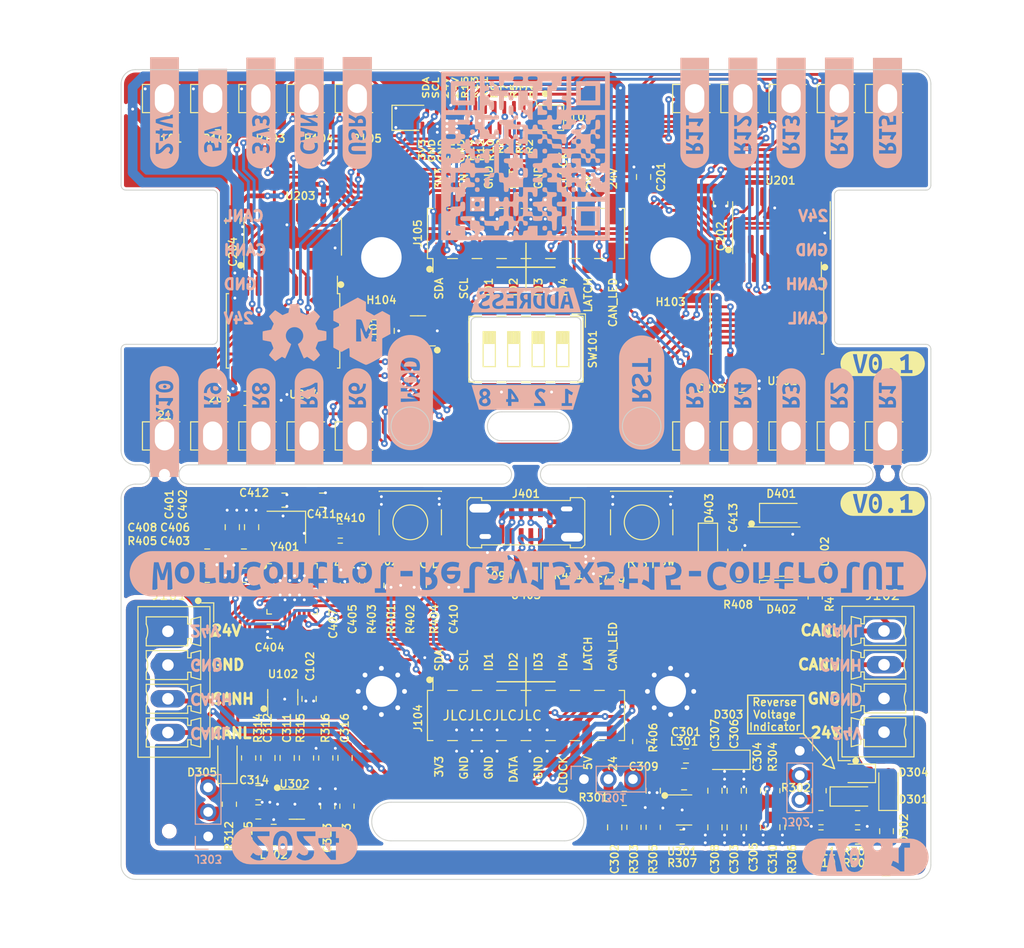
<source format=kicad_pcb>
(kicad_pcb (version 20211014) (generator pcbnew)
  (layers (0 "F.Cu" signal) (1 "In1.Cu" signal) (2 "In2.Cu" signal) (31 "B.Cu" signal) (34 "B.Paste" user) (35 "F.Paste" user) (36 "B.SilkS" user "B.Silkscreen") (37 "F.SilkS" user "F.Silkscreen") (38 "B.Mask" user) (39 "F.Mask" user) (44 "Edge.Cuts" user))
  (net 0 "")
  (net 3 "Net-(D301-Pad2)")
  (net 5 "Net-(U201-Pad1)")
  (net 6 "Net-(U201-Pad2)")
  (net 7 "Net-(U201-Pad3)")
  (net 8 "Net-(U201-Pad4)")
  (net 9 "Net-(U201-Pad5)")
  (net 10 "Net-(U201-Pad6)")
  (net 11 "Net-(U201-Pad7)")
  (net 12 "Net-(U201-Pad15)")
  (net 13 "Net-(D102-Pad2)")
  (net 14 "Net-(D301-Pad1)")
  (net 15 "Net-(D302-Pad2)")
  (net 16 "Net-(D304-Pad2)")
  (net 17 "/PSU/Vcc")
  (net 18 "Net-(C407-Pad1)")
  (net 19 "/driver/R0")
  (net 20 "/driver/R1")
  (net 21 "/driver/R2")
  (net 22 "/driver/R3")
  (net 23 "/driver/R4")
  (net 24 "/driver/R5")
  (net 25 "/driver/R6")
  (net 26 "/driver/R7")
  (net 27 "F_3V3")
  (net 28 "F_GND")
  (net 29 "B_3V3")
  (net 30 "F_5V")
  (net 31 "B_24V")
  (net 32 "B_5V")
  (net 33 "Net-(D201-Pad1)")
  (net 34 "/uC/ADC")
  (net 35 "/uC/EN")
  (net 36 "/uC/IO9{slash}BOOT{slash}MOD")
  (net 37 "/uC/XTAL_N")
  (net 38 "/uC/XTAL_P")
  (net 39 "Net-(D101-Pad2)")
  (net 40 "Net-(D103-Pad2)")
  (net 41 "F_CAN_LED")
  (net 42 "Net-(D104-Pad2)")
  (net 43 "Net-(D202-Pad1)")
  (net 44 "Net-(D203-Pad1)")
  (net 45 "Net-(D204-Pad1)")
  (net 46 "Net-(D205-Pad1)")
  (net 47 "Net-(D206-Pad1)")
  (net 48 "Net-(D207-Pad1)")
  (net 49 "Net-(D208-Pad1)")
  (net 50 "Net-(D210-Pad1)")
  (net 51 "Net-(D209-Pad1)")
  (net 52 "/driver/R8")
  (net 53 "Net-(D212-Pad1)")
  (net 54 "/driver/R9")
  (net 55 "Net-(D211-Pad1)")
  (net 56 "/driver/R10")
  (net 57 "Net-(D213-Pad1)")
  (net 58 "/driver/R11")
  (net 59 "Net-(D214-Pad1)")
  (net 60 "/driver/R12")
  (net 61 "Net-(D215-Pad1)")
  (net 62 "/driver/R13")
  (net 63 "Net-(D216-Pad1)")
  (net 64 "/driver/R14")
  (net 65 "Net-(D402-Pad1)")
  (net 66 "/driver/R15")
  (net 67 "Net-(D401-Pad2)")
  (net 68 "Net-(R305-Pad2)")
  (net 69 "/uC/VBUS")
  (net 70 "/uC/CANH")
  (net 71 "/uC/CANL")
  (net 72 "F_24V")
  (net 73 "F_SCL")
  (net 74 "F_SDA")
  (net 75 "B_ID1")
  (net 76 "B_ID2")
  (net 77 "B_ID3")
  (net 78 "B_ID4")
  (net 79 "F_ID1")
  (net 80 "F_ID2")
  (net 81 "F_ID3")
  (net 82 "F_ID4")
  (net 83 "/uC/CC1")
  (net 84 "/uC/DE_P")
  (net 85 "/uC/DE_N")
  (net 87 "/uC/CC2")
  (net 89 "B_SDA")
  (net 90 "B_SCL")
  (net 91 "B_CAN_LED")
  (net 92 "/uC/DP_N")
  (net 93 "/uC/USB_N")
  (net 94 "/uC/DP_P")
  (net 95 "/uC/USB_P")
  (net 96 "F_CLOCK")
  (net 97 "F_LATCH")
  (net 98 "F_DATA")
  (net 99 "Net-(U203-Pad1)")
  (net 100 "Net-(U203-Pad2)")
  (net 101 "Net-(U203-Pad3)")
  (net 102 "Net-(U203-Pad4)")
  (net 103 "Net-(U203-Pad5)")
  (net 104 "Net-(U203-Pad6)")
  (net 105 "Net-(U203-Pad7)")
  (net 106 "Net-(U203-Pad15)")
  (net 108 "B_DATA")
  (net 109 "B_CLOCK")
  (net 110 "B_LATCH")
  (net 119 "/PSU/boost")
  (net 120 "/PSU/LX5")
  (net 121 "/PSU/FB5")
  (net 122 "/PSU/VO5")
  (net 123 "/PSU/EN5")
  (net 124 "/PSU/VO3")
  (net 125 "/PSU/FB3")
  (net 126 "/PSU/EN3")
  (net 127 "/PSU/LX3")
  (net 128 "/uC/TX")
  (net 129 "/uC/RX")
  (net 130 "B_GND")
  (net 131 "/driver/O_DATA")
  (footprint "Capacitor_SMD:C_0805_2012Metric_Pad1.18x1.45mm_HandSolder" (layer "F.Cu") (at 147.6925 146.9425 90)
    (fp_text reference "C313")
    (fp_text value "22u/25v")
  )
  (footprint "-local:SW_DIP_SPSTx04_Slide_6.2x11.16mm_P2.54mm" (layer "F.Cu") (at 168.2625 99.5375 -90)
    (fp_text reference "SW101")
    (fp_text value "SW_DIP_x04")
    (fp_line (start 2.8 5.7) (end -2.8 5.7) (layer "Edge.Cuts") (width 0.12))
    (fp_line (start 3.3 -5.2) (end 3.3 5.2) (layer "Edge.Cuts") (width 0.12))
    (fp_line (start -3.3 5.2) (end -3.3 -5.2) (layer "Edge.Cuts") (width 0.12))
    (fp_line (start -2.8 -5.7) (end 2.8 -5.7) (layer "Edge.Cuts") (width 0.12))
    (fp_arc (start -2.8 5.7) (mid -3.153553 5.553553) (end -3.3 5.2) (layer "Edge.Cuts") (width 0.12))
    (fp_arc (start 2.8 -5.7) (mid 3.153553 -5.553553) (end 3.3 -5.2) (layer "Edge.Cuts") (width 0.12))
    (fp_arc (start -3.3 -5.2) (mid -3.153553 -5.553553) (end -2.8 -5.7) (layer "Edge.Cuts") (width 0.12))
    (fp_arc (start 3.3 5.2) (mid 3.153553 5.553553) (end 2.8 5.7) (layer "Edge.Cuts") (width 0.12))
  )
  (footprint "Capacitor_SMD:C_0805_2012Metric_Pad1.18x1.45mm_HandSolder" (layer "F.Cu") (at 180.4625 81.675 90)
    (fp_text reference "C201")
    (fp_text value "22u/25v")
  )
  (footprint "Fuse:Fuse_0805_2012Metric_Pad1.15x1.40mm_HandSolder" (layer "F.Cu") (at 205.6625 149.5375 -90)
    (fp_text reference "F301")
    (fp_text value "250mA")
  )
  (footprint "Capacitor_SMD:C_0805_2012Metric_Pad1.18x1.45mm_HandSolder" (layer "F.Cu") (at 147.1 115.2)
    (fp_text reference "C411")
    (fp_text value "10p")
  )
  (footprint "Capacitor_SMD:C_0805_2012Metric_Pad1.18x1.45mm_HandSolder" (layer "F.Cu") (at 187.8625 149.1375 -90)
    (fp_text reference "C308")
    (fp_text value "100n")
  )
  (footprint "Capacitor_SMD:C_0805_2012Metric_Pad1.18x1.45mm_HandSolder" (layer "F.Cu") (at 139 123 180)
    (fp_text reference "C403")
    (fp_text value "100n")
  )
  (footprint "Resistor_SMD:R_0805_2012Metric_Pad1.20x1.40mm_HandSolder" (layer "F.Cu") (at 195.8625 149.1375 90)
    (fp_text reference "R306")
    (fp_text value "10k")
  )
  (footprint "Resistor_SMD:R_0805_2012Metric_Pad1.20x1.40mm_HandSolder" (layer "F.Cu") (at 184.4625 150.1375)
    (fp_text reference "R307")
    (fp_text value "10k")
  )
  (footprint "Resistor_SMD:R_0805_2012Metric_Pad1.20x1.40mm_HandSolder" (layer "F.Cu") (at 149 120.4 180)
    (fp_text reference "R412")
    (fp_text value "22R")
  )
  (footprint "-local:LED_1206_3216Metric_ReverseMount" (layer "F.Cu") (at 205.7625 73.5375)
    (fp_text reference "D216")
    (fp_text value "RED")
  )
  (footprint "Resistor_SMD:R_0805_2012Metric_Pad1.20x1.40mm_HandSolder" (layer "F.Cu") (at 145.4925 141.9425 -90)
    (fp_text reference "R315")
    (fp_text value "10k")
  )
  (footprint "Diode_SMD:D_SOD-123" (layer "F.Cu") (at 194.7375 124.5375)
    (fp_text reference "D402")
    (fp_text value "B5819W")
  )
  (footprint "-local:LED_1206_3216Metric_ReverseMount" (layer "F.Cu") (at 185.7625 73.5375)
    (fp_text reference "D212")
    (fp_text value "RED")
  )
  (footprint "-local:LED_1206_3216Metric_ReverseMount" (layer "F.Cu") (at 130.7625 108.5375)
    (fp_text reference "D211")
    (fp_text value "RED")
  )
  (footprint "Resistor_SMD:R_0805_2012Metric_Pad1.20x1.40mm_HandSolder" (layer "F.Cu") (at 198.8625 150.1375 180)
    (fp_text reference "R310")
    (fp_text value "4k7")
  )
  (footprint "-local:LED_1206_3216Metric_ReverseMount" (layer "F.Cu") (at 135.7625 108.5375)
    (fp_text reference "D210")
    (fp_text value "RED")
  )
  (footprint "Capacitor_SMD:C_0805_2012Metric_Pad1.18x1.45mm_HandSolder" (layer "F.Cu") (at 148.2625 124.0375 90)
    (fp_text reference "C407")
    (fp_text value "100n")
  )
  (footprint "Capacitor_SMD:C_0805_2012Metric_Pad1.18x1.45mm_HandSolder" (layer "F.Cu") (at 189.8625 149.1375 -90)
    (fp_text reference "C303")
    (fp_text value "10u/50v")
  )
  (footprint "Resistor_SMD:R_0805_2012Metric_Pad1.20x1.40mm_HandSolder" (layer "F.Cu") (at 198.6625 145.3375 -90)
    (fp_text reference "R302")
    (fp_text value "0R1")
  )
  (footprint "Package_TO_SOT_SMD:SOT-23-6" (layer "F.Cu") (at 157.0625 97.6375 180)
    (fp_text reference "U101")
    (fp_text value "GX101")
  )
  (footprint "Capacitor_SMD:C_0805_2012Metric_Pad1.18x1.45mm_HandSolder" (layer "F.Cu") (at 189.8625 145.3375 90)
    (fp_text reference "C306")
    (fp_text value "10u/50v")
  )
  (footprint "Resistor_SMD:R_0805_2012Metric_Pad1.20x1.40mm_HandSolder" (layer "F.Cu") (at 139.4925 141.9425 90)
    (fp_text reference "R314")
    (fp_text value "47k")
  )
  (footprint "Resistor_SMD:R_0805_2012Metric_Pad1.20x1.40mm_HandSolder" (layer "F.Cu") (at 198.8625 148.1375 180)
    (fp_text reference "R311")
    (fp_text value "4k7")
  )
  (footprint "Resistor_SMD:R_0805_2012Metric_Pad1.20x1.40mm_HandSolder" (layer "F.Cu") (at 131.0625 76.0375 180)
    (fp_text reference "R101")
    (fp_text value "47k")
  )
  (footprint "-local:LED_1206_3216Metric_ReverseMount" (layer "F.Cu") (at 150.7625 108.5375)
    (fp_text reference "D207")
    (fp_text value "RED")
  )
  (footprint "-local:LED_1206_3216Metric_ReverseMount" (layer "F.Cu") (at 205.7625 108.5375)
    (fp_text reference "D202")
    (fp_text value "RED")
  )
  (footprint "Capacitor_SMD:C_0805_2012Metric_Pad1.18x1.45mm_HandSolder" (layer "F.Cu") (at 187.8625 145.3375 90)
    (fp_text reference "C307")
    (fp_text value "10u/50v")
  )
  (footprint "-local:LED_1206_3216Metric_ReverseMount" (layer "F.Cu") (at 150.7625 73.5375)
    (fp_text reference "D201")
    (fp_text value "RED")
  )
  (footprint "Crystal:Crystal_SMD_3225-4Pin_3.2x2.5mm" (layer "F.Cu") (at 143.4 118 180)
    (fp_text reference "Y401")
    (fp_text value "40MHz")
  )
  (footprint "Capacitor_SMD:C_0805_2012Metric_Pad1.18x1.45mm_HandSolder" (layer "F.Cu") (at 181.4625 145.3375 -90)
    (fp_text reference "C309")
    (fp_text value "22u/25v")
  )
  (footprint "Resistor_SMD:R_0805_2012Metric_Pad1.20x1.40mm_HandSolder" (layer "F.Cu") (at 152.2625 124.0375 90)
    (fp_text reference "R403")
    (fp_text value "4k7")
  )
  (footprint "Capacitor_SMD:C_0805_2012Metric_Pad1.18x1.45mm_HandSolder" (layer "F.Cu") (at 137.8625 86.2375 -90)
    (fp_text reference "C204")
    (fp_text value "100n")
  )
  (footprint "Capacitor_SMD:C_0805_2012Metric_Pad1.18x1.45mm_HandSolder" (layer "F.Cu") (at 177.4625 149.1375 90)
    (fp_text reference "C302")
    (fp_text value "100p")
  )
  (footprint "Diode_SMD:D_SOD-123" (layer "F.Cu") (at 137.2925 142.3425 90)
    (fp_text reference "D305")
    (fp_text value "B5819W")
  )
  (footprint "-local:LED_1206_3216Metric_ReverseMount" (layer "F.Cu") (at 200.7625 73.5375)
    (fp_text reference "D215")
    (fp_text value "RED")
  )
  (footprint "-local:LED_1206_3216Metric_ReverseMount" (layer "F.Cu") (at 200.7625 108.5375)
    (fp_text reference "D203")
    (fp_text value "RED")
  )
  (footprint "Package_TO_SOT_SMD:SOT-23-6" (layer "F.Cu") (at 168.2625 122.5375 -90)
    (fp_text reference "U403")
    (fp_text value "USBLC6-2SC6")
  )
  (footprint "LED_SMD:LED_0805_2012Metric_Pad1.15x1.40mm_HandSolder" (layer "F.Cu") (at 202.6625 143.5375 180)
    (fp_text reference "D304")
    (fp_text value "Reverse Vcc")
  )
  (footprint "Resistor_SMD:R_0805_2012Metric_Pad1.20x1.40mm_HandSolder" (layer "F.Cu") (at 202.6625 148.1375)
    (fp_text reference "R309")
    (fp_text value "4k7")
  )
  (footprint "Capacitor_SMD:C_0805_2012Metric_Pad1.18x1.45mm_HandSolder" (layer "F.Cu") (at 184.8625 141.7375)
    (fp_text reference "C301")
    (fp_text value "100n")
  )
  (footprint "Capacitor_SMD:C_0805_2012Metric_Pad1.18x1.45mm_HandSolder" (layer "F.Cu") (at 190.6625 103.2875)
    (fp_text reference "C203")
    (fp_text value "10u/50v")
  )
  (footprint "Resistor_SMD:R_0805_2012Metric_Pad1.20x1.40mm_HandSolder" (layer "F.Cu") (at 202.6625 150.1375)
    (fp_text reference "R308")
    (fp_text value "4k7")
  )
  (footprint "Capacitor_SMD:C_0805_2012Metric_Pad1.18x1.45mm_HandSolder" (layer "F.Cu") (at 193.8625 149.1375 -90)
    (fp_text reference "C310")
    (fp_text value "22u/25v")
  )
  (footprint "-local:LED_1206_3216Metric_ReverseMount" (layer "F.Cu") (at 145.7625 108.5375)
    (fp_text reference "D208")
    (fp_text value "RED")
  )
  (footprint "Capacitor_SMD:C_0805_2012Metric_Pad1.18x1.45mm_HandSolder" (layer "F.Cu") (at 160.6625 124.0375 90)
    (fp_text reference "C410")
    (fp_text value "100n")
  )
  (footprint "Capacitor_SMD:C_0805_2012Metric_Pad1.18x1.45mm_HandSolder" (layer "F.Cu") (at 177 122)
    (fp_text reference "C409")
    (fp_text value "100n")
  )
  (footprint "Resistor_SMD:R_0805_2012Metric_Pad1.20x1.40mm_HandSolder" (layer "F.Cu") (at 149.6925 146.9425 -90)
    (fp_text reference "R313")
    (fp_text value "47k")
  )
  (footprint "-local:LED_1206_3216Metric_ReverseMount" (layer "F.Cu") (at 190.7625 73.5375)
    (fp_text reference "D213")
    (fp_text value "RED")
  )
  (footprint "Package_SO:SOIC-18W_7.5x11.6mm_P1.27mm" (layer "F.Cu") (at 193.2625 96.1875 -90)
    (fp_text reference "U202")
    (fp_text value "ULN2803A")
  )
  (footprint "-local:USB_C_Receptacle_G-Switch_GT-USB-7082G" (layer "F.Cu") (at 168.2625 117.5375 180)
    (fp_text reference "J401")
    (fp_text value "USB_C_Receptacle_USB2.0")
  )
  (footprint "Connector_PinHeader_2.54mm:PinHeader_2x08_P2.54mm_Vertical_SMD" (layer "F.Cu") (at 168.2625 87.5375 90)
    (fp_text reference "J105")
    (fp_text value "Front")
  )
  (footprint "Package_SO:SOIC-16_3.9x9.9mm_P1.27mm" (layer "F.Cu") (at 144.0625 87.8375 90)
    (fp_text reference "U203")
    (fp_text value "74HC595")
  )
  (footprint "Capacitor_SMD:C_0805_2012Metric_Pad1.18x1.45mm_HandSolder" (layer "F.Cu") (at 145.7625 135.8075 -90)
    (fp_text reference "C102")
    (fp_text value "100n")
  )
  (footprint "Package_TO_SOT_SMD:SOT-23-6" (layer "F.Cu") (at 143.0325 135.6375 90)
    (fp_text reference "U102")
    (fp_text value "GX101")
  )
  (footprint "Diode_SMD:D_SOD-123" (layer "F.Cu") (at 189.2625 142.1375 180)
    (fp_text reference "D303")
    (fp_text value "B5819W")
  )
  (footprint "Capacitor_SMD:C_0805_2012Metric_Pad1.18x1.45mm_HandSolder" (layer "F.Cu") (at 139.8 118 -90)
    (fp_text reference "C402")
    (fp_text value "1u")
  )
  (footprint "Package_SO:SOIC-16_3.9x9.9mm_P1.27mm" (layer "F.Cu") (at 194.7625 86.1875 90)
    (fp_text reference "U201")
    (fp_text value "74HC595")
  )
  (footprint "-local:LED_1206_3216Metric_ReverseMount" (layer "F.Cu") (at 185.7625 108.5375)
    (fp_text reference "D206")
    (fp_text value "RED")
  )
  (footprint "-local:LED_1206_3216Metric_ReverseMount" (layer "F.Cu") (at 195.7625 108.5375)
    (fp_text reference "D204")
    (fp_text value "RED")
  )
  (footprint "Resistor_SMD:R_0805_2012Metric_Pad1.20x1.40mm_HandSolder" (layer "F.Cu") (at 154.2625 124.0375 -90)
    (fp_text reference "R401")
    (fp_text value "4k7")
  )
  (footprint "Resistor_SMD:R_0805_2012Metric_Pad1.20x1.40mm_HandSolder" (layer "F.Cu") (at 158.6625 124.0375 -90)
    (fp_text reference "R404")
    (fp_text value "4k7")
  )
  (footprint "-local:PhoenixContact_MCV_1,5_4-G-3.5_1x04_P3.50mm_Vertical" (layer "F.Cu") (at 205.405 139.27 90)
    (fp_text reference "J102")
    (fp_text value "BUS")
  )
  (footprint "Capacitor_SMD:C_0805_2012Metric_Pad1.18x1.45mm_HandSolder" (layer "F.Cu") (at 139 121 180)
    (fp_text reference "C406")
    (fp_text value "100n")
  )
  (footprint "-local:post_m3x12.5mm" (layer "F.Cu") (at 183.2625 90.0375)
    (fp_text reference "H103")
    (fp_text value "thread")
  )
  (footprint "-local:LED_1206_3216Metric_ReverseMount" (layer "F.Cu") (at 190.7625 108.5375)
    (fp_text reference "D205")
    (fp_text value "RED")
  )
  (footprint "Package_SO:SOIC-18W_7.5x11.6mm_P1.27mm" (layer "F.Cu") (at 143.0625 97.6375 -90)
    (fp_text reference "U204")
    (fp_text value "ULN2803A")
  )
  (footprint "Capacitor_SMD:C_0805_2012Metric_Pad1.18x1.45mm_HandSolder" (layer "F.Cu") (at 189.9375 120.5375 90)
    (fp_text reference "C413")
    (fp_text value "100n")
  )
  (footprint "Capacitor_SMD:C_0805_2012Metric_Pad1.18x1.45mm_HandSolder" (layer "F.Cu") (at 143.4925 141.9425 -90)
    (fp_text reference "C311")
    (fp_text value "10p")
  )
  (footprint "Capacitor_SMD:C_0805_2012Metric_Pad1.18x1.45mm_HandSolder" (layer "F.Cu") (at 140.4925 147.5425)
    (fp_text reference "C315")
    (fp_text value "22u/25v")
  )
  (footprint "-local:AFC11-S24ICC-00" (layer "F.Cu") (at 163.2625 75.5375 180)
    (fp_text reference "J103")
    (fp_text value "FFC")
  )
  (footprint "Inductor_SMD:L_1008_2520Metric_Pad1.43x2.20mm_HandSolder" (layer "F.Cu") (at 142.0925 149.9375 180)
    (fp_text reference "L302")
    (fp_text value "3.3uH")
  )
  (footprint "-local:LED_1206_3216Metric_ReverseMount" (layer "F.Cu") (at 135.7625 73.5375)
    (fp_text reference "D102")
    (fp_text value "RED")
  )
  (footprint "-local:LED_1206_3216Metric_ReverseMount" (layer "F.Cu") (at 145.7625 73.5375)
    (fp_text reference "D104")
    (fp_text value "RED")
  )
  (footprint "-local:MountingHole_3.2mm_M3_Pad_Via" (layer "F.Cu") (at 153.2625 135.0375)
    (fp_text reference "H101" hide)
    (fp_text value "hole")
  )
  (footprint "-local:LED_1206_3216Metric_ReverseMount" (layer "F.Cu") (at 195.7625 73.5375)
    (fp_text reference "D214")
    (fp_text value "RED")
  )
  (footprint "Resistor_SMD:R_0805_2012Metric_Pad1.20x1.40mm_HandSolder" (layer "F.Cu") (at 179.4625 149.1375 90)
    (fp_text reference "R303")
    (fp_text value "150k")
  )
  (footprint "Package_TO_SOT_SMD:SOT-23-6" (layer "F.Cu") (at 184.6625 147.3375)
    (fp_text reference "U301")
    (fp_text value "ME3121AM6G")
  )
  (footprint "Resistor_SMD:R_0805_2012Metric_Pad1.20x1.40mm_HandSolder" (layer "F.Cu") (at 137.4925 146.7425 90)
    (fp_text reference "R312")
    (fp_text value "0R1")
  )
  (footprint "Capacitor_SMD:C_0805_2012Metric_Pad1.18x1.45mm_HandSolder" (layer "F.Cu") (at 141.6625 128.8 180)
    (fp_text reference "C404")
    (fp_text value "100n")
  )
  (footprint "-local:toolhole" (layer "F.Cu") (at 205.7625 112.5375)
    (fp_text reference "REF**" hide)
    (fp_text value "toolhole" hide)
  )
  (footprint "Capacitor_SMD:C_0805_2012Metric_Pad1.18x1.45mm_HandSolder" (layer "F.Cu") (at 135.2 121)
    (fp_text reference "C408")
    (fp_text value "100n")
  )
  (footprint "Resistor_SMD:R_0805_2012Metric_Pad1.20x1.40mm_HandSolder" (layer "F.Cu") (at 198.2625 125.2375 90)
    (fp_text reference "R407")
    (fp_text value "4k7")
  )
  (footprint "Diode_SMD:D_SOD-123" (layer "F.Cu") (at 202.0625 145.9375)
    (fp_text reference "D301")
    (fp_text value "B5819W")
  )
  (footprint "Resistor_SMD:R_0805_2012Metric_Pad1.20x1.40mm_HandSolder" (layer "F.Cu") (at 149 118.4 180)
    (fp_text reference "R410")
    (fp_text value "22R")
  )
  (footprint "Resistor_SMD:R_0805_2012Metric_Pad1.20x1.40mm_HandSolder" (layer "F.Cu") (at 178.4625 146.1375)
    (fp_text reference "R301")
    (fp_text value "0R1")
  )
  (footprint "Diode_SMD:D_SOD-123" (layer "F.Cu") (at 205.8625 145.1375 90)
    (fp_text reference "D302")
    (fp_text value "B5819W")
  )
  (footprint "Package_SO:SOIC-8_3.9x4.9mm_P1.27mm" (layer "F.Cu") (at 194.7375 120.5375)
    (fp_text reference "U402")
    (fp_text value "XL1050")
  )
  (footprint "Resistor_SMD:R_0805_2012Metric_Pad1.20x1.40mm_HandSolder" (layer "F.Cu") (at 146.7625 76.0375 180)
    (fp_text reference "R104")
    (fp_text value "4k7")
  )
  (footprint "Capacitor_SMD:C_0805_2012Metric_Pad1.18x1.45mm_HandSolder" (layer "F.Cu") (at 140.4925 145.5425)
    (fp_text reference "C314")
    (fp_text value "22u/25v")
  )
  (footprint "Capacitor_SMD:C_0805_2012Metric_Pad1.18x1.45mm_HandSolder" (layer "F.Cu") (at 141.4925 141.9425 -90)
    (fp_text reference "C312")
    (fp_text value "10p")
  )
  (footprint "-local:SW_SPST_15" (layer "F.Cu") (at 156.2625 117.5 180)
    (fp_text reference "SW402")
    (fp_text value "MOD")
  )
  (footprint "-local:MountingHole_3.2mm_M3_Pad_Via" (layer "F.Cu") (at 183.2625 135.0375)
    (fp_text reference "H102" hide)
    (fp_text value "hole")
  )
  (footprint "Capacitor_SMD:C_0805_2012Metric_Pad1.18x1.45mm_HandSolder" (layer "F.Cu") (at 137.8 118 -90)
    (fp_text reference "C401")
    (fp_text value "22u/25v")
  )
  (footprint "Resistor_SMD:R_0805_2012Metric_Pad1.20x1.40mm_HandSolder" (layer "F.Cu") (at 190.3375 124.3375)
    (fp_text reference "R408")
    (fp_text value "4k7")
  )
  (footprint "Package_TO_SOT_SMD:TSOT-23-5" (layer "F.Cu") (at 144.4925 146.7375)
    (fp_text reference "U302")
    (fp_text value "MT3406")
  )
  (footprint "-local:toolhole" (layer "F.Cu") (at 130.7625 112.5375)
    (fp_text reference "REF**" hide)
    (fp_text value "toolhole" hide)
  )
  (footprint "-local:LED_1206_3216Metric_ReverseMount" (layer "F.Cu") (at 130.7625 73.5375)
    (fp_text reference "D101")
    (fp_text value "RED")
  )
  (footprint "Diode_SMD:D_SOD-123" (layer "F.Cu") (at 187.1375 119.8375 -90)
    (fp_text reference "D403")
    (fp_text value "B5819W")
  )
  (footprint "-local:SW_SPST_14" (layer "F.Cu") (at 180.2625 117.5 180)
    (fp_text reference "SW401")
    (fp_text value "RST")
  )
  (footprint "kibuzzard-6761E1E4" (layer "F.Cu") (at 205.2625 101.0375)
    (fp_text reference "kibuzzard-6761E1E4" hide)
    (fp_text value "G***" hide)
  )
  (footprint "Capacitor_SMD:C_0805_2012Metric_Pad1.18x1.45mm_HandSolder" (layer "F.Cu") (at 188.4625 84.4875 -90)
    (fp_text reference "C202")
    (fp_text value "100n")
  )
  (footprint "Resistor_SMD:R_0805_2012Metric_Pad1.20x1.40mm_HandSolder" (layer "F.Cu") (at 193.8625 145.3375 -90)
    (fp_text reference "R304")
    (fp_text value "47k")
  )
  (footprint "Capacitor_SMD:C_0805_2012Metric_Pad1.18x1.45mm_HandSolder" (layer "F.Cu") (at 139.2625 104.6375)
    (fp_text reference "C205")
    (fp_text value "10u/50v")
  )
  (footprint "-local:post_m3x12.5mm" (layer "F.Cu") (at 153.2625 90.0125)
    (fp_text reference "H104")
    (fp_text value "thread")
  )
  (footprint "Resistor_SMD:R_0805_2012Metric_Pad1.20x1.40mm_HandSolder" (layer "F.Cu") (at 180.0625 140.2375 -90)
    (fp_text reference "R406")
    (fp_text value "150k")
  )
  (footprint "Diode_SMD:D_SOD-123" (layer "F.Cu") (at 194.7375 116.5375)
    (fp_text reference "D401")
    (fp_text value "B5819W")
  )
  (footprint "Capacitor_SMD:C_0805_2012Metric_Pad1.18x1.45mm_HandSolder" (layer "F.Cu") (at 191.8625 145.3375 90)
    (fp_text reference "C304")
    (fp_text value "10u/50v")
  )
  (footprint "Package_DFN_QFN:QFN-32-1EP_5x5mm_P0.5mm_EP3.65x3.65mm" (layer "F.Cu") (at 144 124.4)
    (fp_text reference "U401")
    (fp_text value "esp32-C3FH4X")
  )
  (footprint "Resistor_SMD:R_0805_2012Metric_Pad1.20x1.40mm_HandSolder" (layer "F.Cu") (at 135.2 123 180)
    (fp_text reference "R405")
    (fp_text value "4k7")
  )
  (footprint "Capacitor_SMD:C_0805_2012Metric_Pad1.18x1.45mm_HandSolder" (layer "F.Cu") (at 150.2625 124.0375 90)
    (fp_text reference "C405")
    (fp_text value "100n")
  )
  (footprint "Capacitor_SMD:C_0805_2012Metric_Pad1.18x1.45mm_HandSolder" (layer "F.Cu") (at 149.4925 141.9425 90)
    (fp_text reference "C316")
    (fp_text value "22u/25v")
  )
  (footprint "Capacitor_SMD:C_0805_2012Metric_Pad1.18x1.45mm_HandSolder" (layer "F.Cu") (at 153.8625 97.6375 -90)
    (fp_text reference "C101")
    (fp_text value "100n")
  )
  (footprint "Resistor_SMD:R_0805_2012Metric_Pad1.20x1.40mm_HandSolder" (layer "F.Cu") (at 136.2625 76.0375 180)
    (fp_text reference "R102")
    (fp_text value "10k")
  )
  (footprint "-local:LED_1206_3216Metric_ReverseMount" (layer "F.Cu") (at 140.7625 73.5375)
    (fp_text reference "D103")
    (fp_text value "RED")
  )
  (footprint "kibuzzard-6761E1E4" (layer "F.Cu") (at 205.2625 115.5375)
    (fp_text reference "kibuzzard-6761E1E4" hide)
    (fp_text value "G***" hide)
  )
  (footprint "Resistor_SMD:R_0805_2012Metric_Pad1.20x1.40mm_HandSolder" (layer "F.Cu") (at 172.6625 121.3375 180)
    (fp_text reference "R411")
    (fp_text value "4k7")
  )
  (footprint "-local:PhoenixContact_MCV_1,5_4-G-3.5_1x04_P3.50mm_Vertical" (layer "F.Cu") (at 131.12 128.805 -90)
    (fp_text reference "J101")
    (fp_text value "BUS")
  )
  (footprint "Resistor_SMD:R_0805_2012Metric_Pad1.20x1.40mm_HandSolder" (layer "F.Cu") (at 151.7625 76.0375 180)
    (fp_text reference "R105")
    (fp_text value "4k7")
  )
  (footprint "Resistor_SMD:R_0805_2012Metric_Pad1.20x1.40mm_HandSolder" (layer "F.Cu") (at 147.4925 141.9425 -90)
    (fp_text reference "R316")
    (fp_text value "47k")
  )
  (footprint "Capacitor_SMD:C_0805_2012Metric_Pad1.18x1.45mm_HandSolder" (layer "F.Cu") (at 191.8625 149.1375 -90)
    (fp_text reference "C305")
    (fp_text value "10u/50v")
  )
  (footprint "-local:LED_1206_3216Metric_ReverseMount" (layer "F.Cu") (at 140.7625 108.5375)
    (fp_text reference "D209")
    (fp_text value "RED")
  )
  (footprint "Resistor_SMD:R_0805_2012Metric_Pad1.20x1.40mm_HandSolder" (layer "F.Cu") (at 181.4625 149.1375 -90)
    (fp_text reference "R305")
    (fp_text value "10k")
  )
  (footprint "Capacitor_SMD:C_0805_2012Metric_Pad1.18x1.45mm_HandSolder" (layer "F.Cu") (at 143.2 115.2)
    (fp_text reference "C412")
    (fp_text value "10p")
  )
  (footprint "Resistor_SMD:R_0805_2012Metric_Pad1.20x1.40mm_HandSolder" (layer "F.Cu") (at 156.2625 124.0375 -90)
    (fp_text reference "R402")
    (fp_text value "4k7")
  )
  (footprint "Connector_PinSocket_2.54mm:PinSocket_2x08_P2.54mm_Vertical_SMD" (layer "F.Cu") (at 168.2625 137.5375 90)
    (fp_text reference "J104")
    (fp_text value "Back")
  )
  (footprint "-local:toolhole" (layer "F.Cu") (at 131.2625 149.5375)
    (fp_text reference "REF**" hide)
    (fp_text value "toolhole" hide)
  )
  (footprint "Resistor_SMD:R_0805_2012Metric_Pad1.20x1.40mm_HandSolder" (layer "F.Cu") (at 141.7625 76.0375 180)
    (fp_text reference "R103")
    (fp_text value "4k7")
  )
  (footprint "Resistor_SMD:R_0805_2012Metric_Pad1.20x1.40mm_HandSolder" (layer "F.Cu") (at 164.6 121.4 180)
    (fp_text reference "R409")
    (fp_text value "4k7")
  )
  (footprint "Inductor_SMD:L_1008_2520Metric_Pad1.43x2.20mm_HandSolder" (layer "F.Cu") (at 184.6625 144.1375 180)
    (fp_text reference "L301")
    (fp_text value "3.3uH")
  )
  (footprint "kibuzzard-6752E2E5" (layer "B.Cu") (at 150.7625 75.0375 90)
    (fp_text reference "kibuzzard-6752E2E5" hide)
    (fp_text value "G***" hide)
  )
  (footprint "Symbol:OSHW-Symbol_6.7x6mm_SilkScreen" (layer "B.Cu") (at 144.2625 97.8375 180)
    (fp_text reference "G101" hide)
    (fp_text value "Logo_Open_Hardware_Large" hide)
  )
  (footprint "-local:logo_kms_small_silkscreen" (layer "B.Cu") (at 151.6625 97.6375 180)
    (fp_text reference "G102" hide)
    (fp_text value "LOGO_KMS" hide)
  )
  (footprint "kibuzzard-6752E2D3" (layer "B.Cu") (at 145.7625 75.0375 90)
    (fp_text reference "kibuzzard-6752E2D3" hide)
    (fp_text value "G***" hide)
  )
  (footprint "Connector_PinHeader_2.54mm:PinHeader_1x03_P2.54mm_Vertical" (layer "B.Cu") (at 135.2925 150.0825)
    (fp_text reference "J303")
    (fp_text value "3V3")
  )
  (footprint "kibuzzard-6752E3FE" (layer "B.Cu") (at 200.7625 106.5375 90)
    (fp_text reference "kibuzzard-6752E3FE" hide)
    (fp_text value "G***" hide)
  )
  (footprint "kibuzzard-66DA8205" (layer "B.Cu") (at 144.2625 151.0375)
    (fp_text reference "kibuzzard-66DA8205" hide)
    (fp_text value "G***" hide)
  )
  (footprint "kibuzzard-6752E395" (layer "B.Cu") (at 195.7625 75.0375 90)
    (fp_text reference "kibuzzard-6752E395" hide)
    (fp_text value "G***" hide)
  )
  (footprint "kibuzzard-6752E39B" (layer "B.Cu") (at 200.7625 75.0375 90)
    (fp_text reference "kibuzzard-6752E39B" hide)
    (fp_text value "G***" hide)
  )
  (footprint "kibuzzard-6752E44F" (layer "B.Cu") (at 150.7625 106.5375 90)
    (fp_text reference "kibuzzard-6752E44F" hide)
    (fp_text value "G***" hide)
  )
  (footprint "kibuzzard-6752E433" (layer "B.Cu") (at 135.7625 106.5375 90)
    (fp_text reference "kibuzzard-6752E433" hide)
    (fp_text value "G***" hide)
  )
  (footprint "kibuzzard-6752E448" (layer "B.Cu") (at 145.7625 106.5375 90)
    (fp_text reference "kibuzzard-6752E448" hide)
    (fp_text value "G***" hide)
  )
  (footprint "kibuzzard-6752E2BE" (layer "B.Cu") (at 140.7625 75.0375 90)
    (fp_text reference "kibuzzard-6752E2BE" hide)
    (fp_text value "G***" hide)
  )
  (footprint "kibuzzard-6752E3A1" (layer "B.Cu") (at 205.7625 75.0375 90)
    (fp_text reference "kibuzzard-6752E3A1" hide)
    (fp_text value "G***" hide)
  )
  (footprint "kibuzzard-6752E405" (layer "B.Cu") (at 205.7625 106.5375 90)
    (fp_text reference "kibuzzard-6752E405" hide)
    (fp_text value "G***" hide)
  )
  (footprint "kibuzzard-6752E427" (layer "B.Cu") (at 130.7625 107.0375 90)
    (fp_text reference "kibuzzard-6752E427" hide)
    (fp_text value "G***" hide)
  )
  (footprint "kibuzzard-6761E048" (layer "B.Cu") (at 168.2625 94.4375 180)
    (fp_text reference "kibuzzard-6761E048" hide)
    (fp_text value "G***" hide)
  )
  (footprint "kibuzzard-67570794" (layer "B.Cu") (at 180.2625 104.0375 90)
    (fp_text reference "kibuzzard-67570794" hide)
    (fp_text value "G***" hide)
  )
  (footprint "kibuzzard-6752E284" (layer "B.Cu") (at 130.7625 75.0375 90)
    (fp_text reference "kibuzzard-6752E284" hide)
    (fp_text value "G***" hide)
  )
  (footprint "kibuzzard-6752E328" (layer "B.Cu") (at 190.7625 75.0375 90)
    (fp_text reference "kibuzzard-6752E328" hide)
    (fp_text value "G***" hide)
  )
  (footprint "Connector_PinHeader_2.54mm:PinHeader_1x03_P2.54mm_Vertical" (layer "B.Cu") (at 174.275 144.1375 -90)
    (fp_text reference "J301")
    (fp_text value "5V")
  )
  (footprint "kibuzzard-6752E14C" (layer "B.Cu") (at 185.7625 106.5375 90)
    (fp_text reference "kibuzzard-6752E14C" hide)
    (fp_text value "G***" hide)
  )
  (footprint "kibuzzard-6757079A" (layer "B.Cu") (at 156.2625 104.0375 90)
    (fp_text reference "kibuzzard-6757079A" hide)
    (fp_text value "G***" hide)
  )
  (footprint "kibuzzard-6761E03A" (layer "B.Cu") (at 168.2625 104.5375 180)
    (fp_text reference "kibuzzard-6761E03A" hide)
    (fp_text value "G***" hide)
  )
  (footprint "kibuzzard-6752E335" (layer "B.Cu") (at 185.7625 75.0375 90)
    (fp_text reference "kibuzzard-6752E335" hide)
    (fp_text value "G***" hide)
  )
  (footprint "kibuzzard-6750110D" (layer "B.Cu") (at 203.4625 152.2375)
    (fp_text reference "kibuzzard-6750110D" hide)
    (fp_text value "G***" hide)
  )
  (footprint "-local:qr" (layer "B.Cu") (at 168.2625 79.4375 180)
    (fp_text reference "G***" hide)
    (fp_text value "LOGO" hide)
  )
  (footprint "kibuzzard-67570608" (layer "B.Cu") (at 168.4625 122.8375)
    (fp_text reference "kibuzzard-67570608" hide)
    (fp_text value "G***" hide)
  )
  (footprint "kibuzzard-6752E3EF" (layer "B.Cu") (at 190.7625 106.5375 90)
    (fp_text reference "kibuzzard-6752E3EF" hide)
    (fp_text value "G***" hide)
  )
  (footprint "kibuzzard-6752E3F8" (layer "B.Cu") (at 195.7625 106.5375 90)
    (fp_text reference "kibuzzard-6752E3F8" hide)
    (fp_text value "G***" hide)
  )
  (footprint "Connector_PinHeader_2.54mm:PinHeader_1x03_P2.54mm_Vertical" (layer "B.Cu") (at 196.6625 141.1975 180)
    (fp_text reference "J302")
    (fp_text value "24V")
  )
  (footprint "kibuzzard-6752E2AC" (layer "B.Cu") (at 135.7625 75.5375 90)
    (fp_text reference "kibuzzard-6752E2AC" hide)
    (fp_text value "G***" hide)
  )
  (footprint "kibuzzard-6752E441" (layer "B.Cu") (at 140.7625 106.5375 90)
    (fp_text reference "kibuzzard-6752E441" hide)
    (fp_text value "G***" hide)
  )
  (gr_circle (center 189.2625 89.2375) (end 189.4625 89.2375) (layer "F.SilkS") (width 0.3) (fill solid))
  (gr_line (start 168.2625 88.5375) (end 168.2625 93.5375) (layer "F.SilkS") (width 0.15))
  (gr_line (start 171.2625 134.0375) (end 165.2625 134.0375) (layer "F.SilkS") (width 0.15))
  (gr_circle (center 159.0625 99.6375) (end 159.2625 99.6375) (layer "F.SilkS") (width 0.3) (fill solid))
  (gr_line (start 197.0625 139.4375) (end 191.2625 139.4375) (layer "F.SilkS") (width 0.15))
  (gr_circle (center 134.2625 125.6375) (end 134.4625 125.6375) (layer "F.SilkS") (width 0.3) (fill solid))
  (gr_circle (center 158.2625 91.2375) (end 158.4625 91.2375) (layer "F.SilkS") (width 0.3) (fill solid))
  (gr_line (start 168.2625 131.5375) (end 168.2625 136.5375) (layer "F.SilkS") (width 0.15))
  (gr_circle (center 202.4625 142.2375) (end 202.6625 142.2375) (layer "F.SilkS") (width 0.3) (fill solid))
  (gr_line (start 191.2625 135.4375) (end 197.0625 135.4375) (layer "F.SilkS") (width 0.15))
  (gr_circle (center 158.2625 133.8375) (end 158.4625 133.8375) (layer "F.SilkS") (width 0.3) (fill solid))
  (gr_line (start 191.2625 139.4375) (end 191.2625 135.4375) (layer "F.SilkS") (width 0.15))
  (gr_line (start 171.2625 91.0375) (end 165.2625 91.0375) (layer "F.SilkS") (width 0.15))
  (gr_circle (center 138.6625 90.8375) (end 138.8625 90.8375) (layer "F.SilkS") (width 0.3) (fill solid))
  (gr_line (start 200.2625 143.0375) (end 199.0625 142.6375) (layer "F.SilkS") (width 0.15))
  (gr_circle (center 182.6625 145.8375) (end 182.8625 145.8375) (layer "F.SilkS") (width 0.3) (fill solid))
  (gr_circle (center 170.2625 73.0375) (end 170.4625 73.0375) (layer "F.SilkS") (width 0.3) (fill solid))
  (gr_circle (center 191.6625 117.6375) (end 191.8625 117.6375) (layer "F.SilkS") (width 0.3) (fill solid))
  (gr_line (start 199.4625 142.2375) (end 197.0625 139.4375) (layer "F.SilkS") (width 0.15))
  (gr_line (start 197.0625 135.4375) (end 197.0625 139.4375) (layer "F.SilkS") (width 0.15))
  (gr_circle (center 141.0625 122.0375) (end 141.2625 122.0375) (layer "F.SilkS") (width 0.3) (fill solid))
  (gr_line (start 199.0625 142.6375) (end 199.8625 141.8375) (layer "F.SilkS") (width 0.15))
  (gr_circle (center 170.2625 121.2375) (end 170.4625 121.2375) (layer "F.SilkS") (width 0.3) (fill solid))
  (gr_line (start 200.2625 143.0375) (end 199.8625 141.8375) (layer "F.SilkS") (width 0.15))
  (gr_circle (center 199.2625 91.0375) (end 199.4625 91.0375) (layer "F.SilkS") (width 0.3) (fill solid))
  (gr_circle (center 142.4625 145.0375) (end 142.6625 145.0375) (layer "F.SilkS") (width 0.3) (fill solid))
  (gr_circle (center 141.0625 136.8375) (end 141.2625 136.8375) (layer "F.SilkS") (width 0.3) (fill solid))
  (gr_circle (center 149.0625 92.8375) (end 149.2625 92.8375) (layer "F.SilkS") (width 0.3) (fill solid))
  (gr_arc locked (start 208.2625 113.5375) (mid 207.2625 112.5375) (end 208.2625 111.5375) (layer "Edge.Cuts") (width 0.1))
  (gr_arc locked (start 126.2625 72.0375) (mid 126.70184 70.97684) (end 127.7625 70.5375) (layer "Edge.Cuts") (width 0.1))
  (gr_line locked (start 127.7625 113.5375) (end 128.2625 113.5375) (layer "Edge.Cuts") (width 0.1))
  (gr_line locked (start 171.2625 106.0375) (end 165.7625 106.0375) (layer "Edge.Cuts") (width 0.1))
  (gr_arc locked (start 172.2625 146.5375) (mid 174.2625 148.5375) (end 172.2625 150.5375) (layer "Edge.Cuts") (width 0.1))
  (gr_line locked (start 133.2625 113.5375) (end 165.7625 113.5375) (layer "Edge.Cuts") (width 0.1))
  (gr_circle locked (center 156.2625 107.5375) (end 158.2625 107.5375) (layer "Edge.Cuts") (width 0.1) (fill none))
  (gr_arc locked (start 208.7625 70.5375) (mid 209.82316 70.97684) (end 210.2625 72.0375) (layer "Edge.Cuts") (width 0.1))
  (gr_line locked (start 126.2625 99.5375) (end 126.2625 110.0375) (layer "Edge.Cuts") (width 0.1))
  (gr_line locked (start 165.7625 111.5375) (end 133.2625 111.5375) (layer "Edge.Cuts") (width 0.1))
  (gr_line locked (start 200.2625 98.5375) (end 200.2625 83.5375) (layer "Edge.Cuts") (width 0.1))
  (gr_arc locked (start 210.2625 153.0375) (mid 209.82316 154.09816) (end 208.7625 154.5375) (layer "Edge.Cuts") (width 0.1))
  (gr_line locked (start 203.2625 111.5375) (end 170.7625 111.5375) (layer "Edge.Cuts") (width 0.1))
  (gr_line locked (start 126.2625 153.0375) (end 126.2625 115.0375) (layer "Edge.Cuts") (width 0.1))
  (gr_line locked (start 200.7625 83.0375) (end 209.7625 83.0375) (layer "Edge.Cuts") (width 0.1))
  (gr_line locked (start 210.2625 115.0375) (end 210.2625 153.0375) (layer "Edge.Cuts") (width 0.1))
  (gr_arc locked (start 126.2625 115.0375) (mid 126.70184 113.97684) (end 127.7625 113.5375) (layer "Edge.Cuts") (width 0.1))
  (gr_line locked (start 208.7625 70.5375) (end 127.7625 70.5375) (layer "Edge.Cuts") (width 0.1))
  (gr_arc locked (start 133.2625 113.5375) (mid 132.2625 112.5375) (end 133.2625 111.5375) (layer "Edge.Cuts") (width 0.1))
  (gr_line locked (start 209.7625 99.0375) (end 200.7625 99.0375) (layer "Edge.Cuts") (width 0.1))
  (gr_arc locked (start 171.2625 106.0375) (mid 172.7625 107.5375) (end 171.2625 109.0375) (layer "Edge.Cuts") (width 0.1))
  (gr_arc locked (start 136.2625 98.5375) (mid 136.116053 98.891053) (end 135.7625 99.0375) (layer "Edge.Cuts") (width 0.1))
  (gr_circle locked (center 180.2625 107.5375) (end 178.2625 107.5375) (layer "Edge.Cuts") (width 0.1) (fill none))
  (gr_arc locked (start 165.7625 109.0375) (mid 164.2625 107.5375) (end 165.7625 106.0375) (layer "Edge.Cuts") (width 0.1))
  (gr_arc locked (start 200.7625 99.0375) (mid 200.408947 98.891053) (end 200.2625 98.5375) (layer "Edge.Cuts") (width 0.1))
  (gr_line locked (start 135.7625 99.0375) (end 126.7625 99.0375) (layer "Edge.Cuts") (width 0.1))
  (gr_line locked (start 170.7625 113.5375) (end 203.2625 113.5375) (layer "Edge.Cuts") (width 0.1))
  (gr_arc locked (start 127.7625 111.5375) (mid 126.70184 111.09816) (end 126.2625 110.0375) (layer "Edge.Cuts") (width 0.1))
  (gr_line locked (start 210.2625 82.5375) (end 210.2625 72.0375) (layer "Edge.Cuts") (width 0.1))
  (gr_line locked (start 172.2625 150.5375) (end 154.2625 150.5375) (layer "Edge.Cuts") (width 0.1))
  (gr_arc locked (start 126.7625 83.0375) (mid 126.408947 82.891053) (end 126.2625 82.5375) (layer "Edge.Cuts") (width 0.1))
  (gr_line locked (start 208.7625 111.5375) (end 208.2625 111.5375) (layer "Edge.Cuts") (width 0.1))
  (gr_arc locked (start 127.7625 154.5375) (mid 126.70184 154.09816) (end 126.2625 153.0375) (layer "Edge.Cuts") (width 0.1))
  (gr_line locked (start 154.2625 146.5375) (end 172.2625 146.5375) (layer "Edge.Cuts") (width 0.1))
  (gr_arc locked (start 165.7625 111.5375) (mid 166.7625 112.5375) (end 165.7625 113.5375) (layer "Edge.Cuts") (width 0.1))
  (gr_arc locked (start 126.2625 99.5375) (mid 126.408947 99.183947) (end 126.7625 99.0375) (layer "Edge.Cuts") (width 0.1))
  (gr_line locked (start 208.2625 113.5375) (end 208.7625 113.5375) (layer "Edge.Cuts") (width 0.1))
  (gr_arc locked (start 200.2625 83.5375) (mid 200.408947 83.183947) (end 200.7625 83.0375) (layer "Edge.Cuts") (width 0.1))
  (gr_arc locked (start 203.2625 111.5375) (mid 204.2625 112.5375) (end 203.2625 113.5375) (layer "Edge.Cuts") (width 0.1))
  (gr_arc locked (start 210.2625 110.0375) (mid 209.82316 111.09816) (end 208.7625 111.5375) (layer "Edge.Cuts") (width 0.1))
  (gr_line locked (start 136.2625 83.5375) (end 136.2625 98.5375) (layer "Edge.Cuts") (width 0.1))
  (gr_arc locked (start 128.2625 111.5375) (mid 129.2625 112.5375) (end 128.2625 113.5375) (layer "Edge.Cuts") (width 0.1))
  (gr_line locked (start 165.7625 109.0375) (end 171.2625 109.0375) (layer "Edge.Cuts") (width 0.1))
  (gr_arc locked (start 170.7625 113.5375) (mid 169.7625 112.5375) (end 170.7625 111.5375) (layer "Edge.Cuts") (width 0.1))
  (gr_line locked (start 126.2625 72.0375) (end 126.2625 82.5375) (layer "Edge.Cuts") (width 0.1))
  (gr_arc locked (start 154.2625 150.5375) (mid 152.2625 148.5375) (end 154.2625 146.5375) (layer "Edge.Cuts") (width 0.1))
  (gr_arc locked (start 208.7625 113.5375) (mid 209.82316 113.97684) (end 210.2625 115.0375) (layer "Edge.Cuts") (width 0.1))
  (gr_arc locked (start 210.2625 82.5375) (mid 210.116053 82.891053) (end 209.7625 83.0375) (layer "Edge.Cuts") (width 0.1))
  (gr_arc locked (start 135.7625 83.0375) (mid 136.116053 83.183947) (end 136.2625 83.5375) (layer "Edge.Cuts") (width 0.1))
  (gr_line locked (start 210.2625 99.5375) (end 210.2625 110.0375) (layer "Edge.Cuts") (width 0.1))
  (gr_line locked (start 127.7625 111.5375) (end 128.2625 111.5375) (layer "Edge.Cuts") (width 0.1))
  (gr_line locked (start 126.7625 83.0375) (end 135.7625 83.0375) (layer "Edge.Cuts") (width 0.1))
  (gr_line locked (start 208.7625 154.5375) (end 127.7625 154.5375) (layer "Edge.Cuts") (width 0.1))
  (gr_arc locked (start 209.7625 99.0375) (mid 210.116053 99.183947) (end 210.2625 99.5375) (layer "Edge.Cuts") (width 0.1))
  (gr_text "CANL\n\nCANH\n\nGND\n\n24V" (at 136.7625 91.0375) (layer "B.SilkS") (effects (font (size 1.1 1.1) (thickness 0.275)) (justify right mirror)))
  (gr_text "24V\n\nGND\n\nCANH\n\nCANL" (at 203.2625 134.0375 180) (layer "B.SilkS") (effects (font (size 1.1 1.1) (thickness 0.275)) (justify right mirror)))
  (gr_text "24V\n\nGND\n\nCANH\n\nCANL" (at 199.7625 91.0375) (layer "B.SilkS") (effects (font (size 1.1 1.1) (thickness 0.275)) (justify left mirror)))
  (gr_text "CANL\n\nCANH\n\nGND\n\n24V" (at 133.2625 134.0375 180) (layer "B.SilkS") (effects (font (size 1.1 1.1) (thickness 0.275)) (justify left mirror)))
  (gr_text "SDA\nSCL\n24V\n24V\nR15\nR13\nR11\nR9\nR7\nR5\nR3\nR1" (at 163.4625 73.6375 90) (layer "F.SilkS") (effects (font (size 0.63 0.8)) (justify left)))
  (gr_text "JLCJLCJLCJLC" (at 164.7625 137.5375) (layer "F.SilkS") (effects (font (size 1 1))))
  (gr_text "3V3\n\nGND\n\nGND\n\nDATA\n\nGND\n\nCLOCK\n\n5V\n\n24V" (at 168.2625 83.0375 90) (layer "F.SilkS") (effects (font (size 0.8 0.8)) (justify left)))
  (gr_text "CANL\n\nCANH\n\nGND\n\n24V" (at 201.045 134.02) (layer "F.SilkS") (effects (font (size 1.1 1.1) (thickness 0.275)) (justify right)))
  (gr_text "SDA\n\nSCL\n\nID1\n\nID2\n\nID3\n\nID4\n\nLATCH\n\nCAN_LED" (at 168.2625 92.0375 90) (layer "F.SilkS") (effects (font (size 0.8 0.8)) (justify right)))
  (gr_text "SDA\n\nSCL\n\nID1\n\nID2\n\nID3\n\nID4\n\nLATCH\n\nCAN_LED" (at 168.2625 133.0375 90) (layer "F.SilkS") (effects (font (size 0.8 0.8)) (justify left)))
  (gr_text "24V\n\nGND\n\nCANH\n\nCANL" (at 135.48 134.055) (layer "F.SilkS") (effects (font (size 1.1 1.1) (thickness 0.275)) (justify left)))
  (gr_text "RST" (at 180.2625 121.6375) (layer "F.SilkS") (effects (font (size 1.2 1.2))))
  (gr_text "3V3\n\nGND\n\nGND\n\nDATA\n\nGND\n\nCLOCK\n\n5V\n\n24" (at 168.2625 141.6375 90) (layer "F.SilkS") (effects (font (size 0.8 0.8)) (justify right)))
  (gr_text "3V3\nGND\nGND\nGND\nGND\nR14\nR12\nR10\nR8\nR6\nR4\nR2" (at 163.0625 77.6375 90) (layer "F.SilkS") (effects (font (size 0.63 0.8)) (justify right)))
  (gr_text "Reverse\nVoltage\nIndicator" (at 194.0625 137.4375) (layer "F.SilkS") (effects (font (size 0.8 0.8))))
  (gr_text "MOD" (at 157.6625 121.6375) (layer "F.SilkS") (effects (font (size 1.2 1.2))))
  (segment (start 205.0125 145.9375) (end 203.7125 145.9375) (width 1) (layer "F.Cu") (net 3))
  (segment (start 205.6625 148.5125) (end 205.6625 146.9875) (width 1) (layer "F.Cu") (net 3))
  (segment (start 205.8625 146.7875) (end 205.0125 145.9375) (width 1) (layer "F.Cu") (net 3))
  (segment (start 205.6625 146.9875) (end 205.8625 146.7875) (width 1) (layer "F.Cu") (net 3))
  (segment (start 190.7225 90.1475) (end 190.7225 91.5375) (width 0.5) (layer "F.Cu") (net 5))
  (segment (start 190.3175 88.6625) (end 190.3175 89.7425) (width 0.5) (layer "F.Cu") (net 5))
  (segment (start 190.3175 89.7425) (end 190.7225 90.1475) (width 0.5) (layer "F.Cu") (net 5))
  (segment (start 191.9925 90.0175) (end 191.9925 91.5375) (width 0.5) (layer "F.Cu") (net 6))
  (segment (start 191.5875 88.6625) (end 191.5875 89.6125) (width 0.5) (layer "F.Cu") (net 6))
  (segment (start 191.5875 89.6125) (end 191.9925 90.0175) (width 0.5) (layer "F.Cu") (net 6))
  (segment (start 193.2625 89.8875) (end 193.2625 91.5375) (width 0.5) (layer "F.Cu") (net 7))
  (segment (start 192.8575 89.4825) (end 193.2625 89.8875) (width 0.5) (layer "F.Cu") (net 7))
  (segment (start 192.8575 88.6625) (end 192.8575 89.4825) (width 0.5) (layer "F.Cu") (net 7))
  (segment (start 194.1275 89.7525) (end 194.5325 90.1575) (width 0.5) (layer "F.Cu") (net 8))
  (segment (start 194.5325 90.1575) (end 194.5325 91.5375) (width 0.5) (layer "F.Cu") (net 8))
  (segment (start 194.1275 88.6625) (end 194.1275 89.7525) (width 0.5) (layer "F.Cu") (net 8))
  (segment (start 195.3975 88.6625) (end 195.3975 89.8225) (width 0.5) (layer "F.Cu") (net 9))
  (segment (start 195.8025 90.2275) (end 195.8025 91.5375) (width 0.5) (layer "F.Cu") (net 9))
  (segment (start 195.3975 89.8225) (end 195.8025 90.2275) (width 0.5) (layer "F.Cu") (net 9))
  (segment (start 196.6675 88.6625) (end 196.6675 89.6925) (width 0.5) (layer "F.Cu") (net 10))
  (segment (start 196.6675 89.6925) (end 197.0725 90.0975) (width 0.5) (layer "F.Cu") (net 10))
  (segment (start 197.0725 90.0975) (end 197.0725 91.5375) (width 0.5) (layer "F.Cu") (net 10))
  (segment (start 198.3425 89.9675) (end 198.3425 91.5375) (width 0.5) (layer "F.Cu") (net 11))
  (segment (start 197.9375 88.6625) (end 197.9375 89.5625) (width 0.5) (layer "F.Cu") (net 11))
  (segment (start 197.9375 89.5625) (end 198.3425 89.9675) (width 0.5) (layer "F.Cu") (net 11))
  (segment (start 189.4625 89.8875) (end 189.4625 91.5275) (width 0.3) (layer "F.Cu") (net 12))
  (segment (start 190.0625 85.2875) (end 190.8125 85.2875) (width 0.3) (layer "F.Cu") (net 12))
  (segment (start 190.8125 85.2875) (end 191.5875 84.5125) (width 0.3) (layer "F.Cu") (net 12))
  (segment (start 189.2625 89.6875) (end 189.4625 89.8875) (width 0.3) (layer "F.Cu") (net 12))
  (segment (start 191.5875 84.5125) (end 191.5875 83.7125) (width 0.3) (layer "F.Cu") (net 12))
  (segment (start 189.2625 88.4875) (end 189.2625 89.6875) (width 0.3) (layer "F.Cu") (net 12))
  (segment (start 189.4625 91.5275) (end 189.4525 91.5375) (width 0.3) (layer "F.Cu") (net 12))
  (via (at 189.2625 88.4875) (size 0.7) (drill 0.3) (layers "F.Cu" "B.Cu") (net 12))
  (via (at 190.0625 85.2875) (size 0.7) (drill 0.3) (layers "F.Cu" "B.Cu") (net 12))
  (segment (start 189.2625 86.0875) (end 190.0625 85.2875) (width 0.3) (layer "B.Cu") (net 12))
  (segment (start 189.2625 88.4875) (end 189.2625 86.0875) (width 0.3) (layer "B.Cu") (net 12))
  (segment (start 137.2625 73.5875) (end 137.3125 73.5375) (width 0.3) (layer "F.Cu") (net 13))
  (segment (start 137.2625 76.0375) (end 137.2625 73.5875) (width 0.3) (layer "F.Cu") (net 13))
  (segment (start 198.6025 146.2775) (end 198.6625 146.3375) (width 1) (layer "F.Cu") (net 14))
  (segment (start 196.6625 146.2775) (end 198.6025 146.2775) (width 1) (layer "F.Cu") (net 14))
  (segment (start 200.0125 146.3375) (end 200.4125 145.9375) (width 1) (layer "F.Cu") (net 14))
  (segment (start 198.6625 146.3375) (end 200.0125 146.3375) (width 1) (layer "F.Cu") (net 14))
  (segment (start 205.8125 143.5375) (end 205.8625 143.4875) (width 1) (layer "F.Cu") (net 15))
  (segment (start 203.6875 143.5375) (end 205.8125 143.5375) (width 1) (layer "F.Cu") (net 15))
  (segment (start 201.6375 148.1125) (end 201.6625 148.1375) (width 1) (layer "F.Cu") (net 16))
  (segment (start 199.8625 150.1375) (end 201.6625 150.1375) (width 1) (layer "F.Cu") (net 16))
  (segment (start 199.8625 148.1375) (end 201.6625 148.1375) (width 1) (layer "F.Cu") (net 16))
  (segment (start 201.6375 143.5375) (end 201.6375 148.1125) (width 1) (layer "F.Cu") (net 16))
  (segment (start 201.6625 148.1375) (end 201.6625 150.1375) (width 1) (layer "F.Cu") (net 16))
  (segment (start 199.8625 148.1375) (end 199.8625 150.1375) (width 1) (layer "F.Cu") (net 16))
  (segment (start 205.6625 150.5625) (end 205.6625 152.1375) (width 1) (layer "F.Cu") (net 17))
  (segment (start 147.6875 125.65) (end 148.2625 125.075) (width 0.3) (layer "F.Cu") (net 18))
  (segment (start 146.45 125.65) (end 147.6875 125.65) (width 0.3) (layer "F.Cu") (net 18))
  (segment (start 152.3125 73.5375) (end 152.3125 74.4875) (width 0.3) (layer "F.Cu") (net 19))
  (segment (start 152.3125 74.4875) (end 150.7625 76.0375) (width 0.3) (layer "F.Cu") (net 19))
  (segment (start 207.3125 108.5375) (end 207.3125 107.2875) (width 0.3) (layer "F.Cu") (net 20))
  (segment (start 176.2625 76.4375) (end 174.312 74.487) (width 0.3) (layer "F.Cu") (net 20))
  (segment (start 192.707268 76.4375) (end 176.2625 76.4375) (width 0.3) (layer "F.Cu") (net 20))
  (segment (start 174.312 74.487) (end 172.77255 74.487) (width 0.3) (layer "F.Cu") (net 20))
  (segment (start 205.8625 105.8375) (end 205.074607 105.8375) (width 0.3) (layer "F.Cu") (net 20))
  (segment (start 191.376256 93.551256) (end 191.376256 92.933957) (width 0.3) (layer "F.Cu") (net 20))
  (segment (start 172.12305 73.8375) (end 169.608114 73.8375) (width 0.3) (layer "F.Cu") (net 20))
  (segment (start 169.608114 73.8375) (end 169.0125 74.433114) (width 0.3) (layer "F.Cu") (net 20))
  (segment (start 192.250393 94.425393) (end 191.376256 93.551256) (width 0.3) (layer "F.Cu") (net 20))
  (segment (start 193.6625 94.425393) (end 192.250393 94.425393) (width 0.3) (layer "F.Cu") (net 20))
  (segment (start 172.77255 74.487) (end 172.12305 73.8375) (width 0.3) (layer "F.Cu") (net 20))
  (segment (start 169.0125 74.433114) (end 169.0125 74.4625) (width 0.3) (layer "F.Cu") (net 20))
  (segment (start 207.3125 107.2875) (end 205.8625 105.8375) (width 0.3) (layer "F.Cu") (net 20))
  (segment (start 193.019385 76.749617) (end 192.707268 76.4375) (width 0.3) (layer "F.Cu") (net 20))
  (segment (start 205.074607 105.8375) (end 193.6625 94.425393) (width 0.3) (layer "F.Cu") (net 20))
  (via (at 191.376256 92.933957) (size 0.7) (drill 0.3) (layers "F.Cu" "B.Cu") (net 20))
  (via (at 193.019385 76.749617) (size 0.7) (drill 0.3) (layers "F.Cu" "B.Cu") (net 20))
  (segment (start 191.4625 78.306502) (end 191.4625 92.847713) (width 0.3) (layer "B.Cu") (net 20))
  (segment (start 191.4625 92.847713) (end 191.376256 92.933957) (width 0.3) (layer "B.Cu") (net 20))
  (segment (start 193.019385 76.749617) (end 191.4625 78.306502) (width 0.3) (layer "B.Cu") (net 20))
  (segment (start 208.1375 109.5625) (end 208.1375 107.405394) (width 0.3) (layer "F.Cu") (net 21))
  (segment (start 193.869606 93.925393) (end 193.2625 93.925393) (width 0.3) (layer "F.Cu") (net 21))
  (segment (start 191.0625 77.6375) (end 190.3625 76.9375) (width 0.3) (layer "F.Cu") (net 21))
  (segment (start 202.3125 109.6875) (end 203.0625 110.4375) (width 0.3) (layer "F.Cu") (net 21))
  (segment (start 205.609999 104.877893) (end 204.822106 104.877893) (width 0.3) (layer "F.Cu") (net 21))
  (segment (start 208.1375 107.405394) (end 205.609999 104.877893) (width 0.3) (layer "F.Cu") (net 21))
  (segment (start 193.2625 93.925393) (end 192.759315 93.925393) (width 0.3) (layer "F.Cu") (net 21))
  (segment (start 190.3625 76.9375) (end 175.7625 76.9375) (width 0.3) (layer "F.Cu") (net 21))
  (segment (start 204.822106 104.877893) (end 194.4625 94.518287) (width 0.3) (layer "F.Cu") (net 21))
  (segment (start 169.1375 77.2375) (end 168.5125 76.6125) (width 0.3) (layer "F.Cu") (net 21))
  (segment (start 175.7625 76.9375) (end 174.5625 75.7375) (width 0.3) (layer "F.Cu") (net 21))
  (segment (start 203.0625 110.4375) (end 207.2625 110.4375) (width 0.3) (layer "F.Cu") (net 21))
  (segment (start 192.759315 93.925393) (end 192.177221 93.343299) (width 0.3) (layer "F.Cu") (net 21))
  (segment (start 202.3125 108.5375) (end 202.3125 109.6875) (width 0.3) (layer "F.Cu") (net 21))
  (segment (start 174.5625 75.7375) (end 173.55245 75.7375) (width 0.3) (layer "F.Cu") (net 21))
  (segment (start 173.55245 75.7375) (end 172.05245 77.2375) (width 0.3) (layer "F.Cu") (net 21))
  (segment (start 193.1635 77.6375) (end 191.0625 77.6375) (width 0.3) (layer "F.Cu") (net 21))
  (segment (start 172.05245 77.2375) (end 169.1375 77.2375) (width 0.3) (layer "F.Cu") (net 21))
  (segment (start 194.4625 94.518287) (end 193.869606 93.925393) (width 0.3) (layer "F.Cu") (net 21))
  (segment (start 207.2625 110.4375) (end 208.1375 109.5625) (width 0.3) (layer "F.Cu") (net 21))
  (via (at 193.1635 77.6375) (size 0.7) (drill 0.3) (layers "F.Cu" "B.Cu") (net 21))
  (via (at 192.177221 93.343299) (size 0.7) (drill 0.3) (layers "F.Cu" "B.Cu") (net 21))
  (segment (start 192.2625 93.25802) (end 192.177221 93.343299) (width 0.3) (layer "B.Cu") (net 21))
  (segment (start 193.1635 77.6375) (end 192.2625 78.5385) (width 0.3) (layer "B.Cu") (net 21))
  (segment (start 192.2625 78.5385) (end 192.2625 93.25802) (width 0.3) (layer "B.Cu") (net 21))
  (segment (start 202.7625 110.9375) (end 207.469607 110.9375) (width 0.3) (layer "F.Cu") (net 22))
  (segment (start 174.412 73.787) (end 173.0625 73.787) (width 0.3) (layer "F.Cu") (net 22))
  (segment (start 193.863 76.4375) (end 193.363 75.9375) (width 0.3) (layer "F.Cu") (net 22))
  (segment (start 197.3125 109.6875) (end 198.0125 110.3875) (width 0.3) (layer "F.Cu") (net 22))
  (segment (start 193.363 75.9375) (end 176.5625 75.9375) (width 0.3) (layer "F.Cu") (net 22))
  (segment (start 208.6375 109.769606) (end 208.6375 107.198287) (width 0.3) (layer "F.Cu") (net 22))
  (segment (start 204.475659 103.82434) (end 195.6625 95.011181) (width 0.3) (layer "F.Cu") (net 22))
  (segment (start 195.6625 95.011181) (end 193.760115 93.108796) (width 0.3) (layer "F.Cu") (net 22))
  (segment (start 168.0625 75.2375) (end 168.0625 74.5125) (width 0.3) (layer "F.Cu") (net 22))
  (segment (start 207.469607 110.9375) (end 208.6375 109.769606) (width 0.3) (layer "F.Cu") (net 22))
  (segment (start 197.3125 108.5375) (end 197.3125 109.6875) (width 0.3) (layer "F.Cu") (net 22))
  (segment (start 208.6375 107.198287) (end 205.263553 103.82434) (width 0.3) (layer "F.Cu") (net 22))
  (segment (start 176.5625 75.9375) (end 174.412 73.787) (width 0.3) (layer "F.Cu") (net 22))
  (segment (start 202.2125 110.3875) (end 202.7625 110.9375) (width 0.3) (layer "F.Cu") (net 22))
  (segment (start 205.263553 103.82434) (end 204.475659 103.82434) (width 0.3) (layer "F.Cu") (net 22))
  (segment (start 198.0125 110.3875) (end 202.2125 110.3875) (width 0.3) (layer "F.Cu") (net 22))
  (segment (start 193.760115 93.108796) (end 193.045616 93.108796) (width 0.3) (layer "F.Cu") (net 22))
  (segment (start 168.0625 74.5125) (end 168.0125 74.4625) (width 0.3) (layer "F.Cu") (net 22))
  (via (at 173.0625 73.787) (size 0.7) (drill 0.3) (layers "F.Cu" "B.Cu") (net 22))
  (via (at 168.0625 75.2375) (size 0.7) (drill 0.3) (layers "F.Cu" "B.Cu") (net 22))
  (via (at 193.863 76.4375) (size 0.7) (drill 0.3) (layers "F.Cu" "B.Cu") (net 22))
  (via (at 193.045616 93.108796) (size 0.7) (drill 0.3) (layers "F.Cu" "B.Cu") (net 22))
  (segment (start 193.863 78.237) (end 193.045616 79.054384) (width 0.3) (layer "B.Cu") (net 22))
  (segment (start 169.513 73.787) (end 168.0625 75.2375) (width 0.3) (layer "B.Cu") (net 22))
  (segment (start 193.045616 79.054384) (end 193.045616 93.108796) (width 0.3) (layer "B.Cu") (net 22))
  (segment (start 193.863 76.4375) (end 193.863 78.237) (width 0.3) (layer "B.Cu") (net 22))
  (segment (start 173.0625 73.787) (end 169.513 73.787) (width 0.3) (layer "B.Cu") (net 22))
  (segment (start 191.4125 110.8875) (end 183.7125 110.8875) (width 0.3) (layer "F.Cu") (net 23))
  (segment (start 176.7625 92.5375) (end 175.8625 91.6375) (width 0.3) (layer "F.Cu") (net 23))
  (segment (start 183.7125 110.8875) (end 182.7625 109.9375) (width 0.3) (layer "F.Cu") (net 23))
  (segment (start 184.6125 104.4375) (end 184.6125 101.5875) (width 0.3) (layer "F.Cu") (net 23))
  (segment (start 167.9615 81.3875) (end 167.762 81.188) (width 0.3) (layer "F.Cu") (net 23))
  (segment (start 184.6125 101.0375) (end 184.4625 101.0375) (width 0.3) (layer "F.Cu") (net 23))
  (segment (start 175.8625 91.6375) (end 175.8625 88.8375) (width 0.3) (layer "F.Cu") (net 23))
  (segment (start 184.4625 101.0375) (end 184.2625 100.8375) (width 0.3) (layer "F.Cu") (net 23))
  (segment (start 192.3125 109.9875) (end 191.4125 110.8875) (width 0.3) (layer "F.Cu") (net 23))
  (segment (start 173.8625 81.738) (end 173.512 81.3875) (width 0.3) (layer "F.Cu") (net 23))
  (segment (start 184.6125 101.5875) (end 184.6125 101.0375) (width 0.3) (layer "F.Cu") (net 23))
  (segment (start 182.7625 109.9375) (end 182.7625 106.2875) (width 0.3) (layer "F.Cu") (net 23))
  (segment (start 176.7625 93.148256) (end 176.7625 92.5375) (width 0.3) (layer "F.Cu") (net 23))
  (segment (start 182.7625 106.2875) (end 184.6125 104.4375) (width 0.3) (layer "F.Cu") (net 23))
  (segment (start 192.3125 108.5375) (end 192.3125 109.9875) (width 0.3) (layer "F.Cu") (net 23))
  (segment (start 173.512 81.3875) (end 167.9615 81.3875) (width 0.3) (layer "F.Cu") (net 23))
  (segment (start 179.557122 95.942878) (end 176.7625 93.148256) (width 0.3) (layer "F.Cu") (net 23))
  (via (at 173.8625 81.738) (size 0.7) (drill 0.3) (layers "F.Cu" "B.Cu") (net 23))
  (via (at 167.762 81.188) (size 0.7) (drill 0.3) (layers "F.Cu" "B.Cu") (net 23))
  (via (at 167.762 76.6125) (size 0.7) (drill 0.3) (layers "F.Cu" "B.Cu") (net 23))
  (via (at 175.8625 88.8375) (size 0.7) (drill 0.3) (layers "F.Cu" "B.Cu") (net 23))
  (via (at 179.557122 95.942878) (size 0.7) (drill 0.3) (layers "F.Cu" "B.Cu") (net 23))
  (via (at 184.2625 100.8375) (size 0.7) (drill 0.3) (layers "F.Cu" "B.Cu") (net 23))
  (segment (start 175.8625 83.738) (end 175.8625 88.8375) (width 0.3) (layer "B.Cu") (net 23))
  (segment (start 183.9625 100.5375) (end 184.2625 100.8375) (width 0.3) (layer "B.Cu") (net 23))
  (segment (start 179.557122 95.942878) (end 183.9625 100.348256) (width 0.3) (layer "B.Cu") (net 23))
  (segment (start 173.8625 81.738) (end 175.8625 83.738) (width 0.3) (layer "B.Cu") (net 23))
  (segment (start 167.762 81.188) (end 167.762 76.6125) (width 0.3) (layer "B.Cu") (net 23))
  (segment (start 183.9625 100.348256) (end 183.9625 100.5375) (width 0.3) (layer "B.Cu") (net 23))
  (segment (start 172.7625 88.1375) (end 167.063 88.1375) (width 0.3) (layer "F.Cu") (net 24))
  (segment (start 180.4625 97.2375) (end 178.4725 97.2375) (width 0.3) (layer "F.Cu") (net 24))
  (segment (start 186.7125 110.3875) (end 183.919606 110.3875) (width 0.3) (layer "F.Cu") (net 24))
  (segment (start 173.2625 92.0275) (end 173.2625 88.6375) (width 0.3) (layer "F.Cu") (net 24))
  (segment (start 183.2625 106.659682) (end 185.1125 104.809682) (width 0.3) (layer "F.Cu") (net 24))
  (segment (start 167.0625 74.5125) (end 167.0125 74.4625) (width 0.3) (layer "F.Cu") (net 24))
  (segment (start 183.919606 110.3875) (end 183.2625 109.730394) (width 0.3) (layer "F.Cu") (net 24))
  (segment (start 187.3125 108.5375) (end 187.3125 109.7875) (width 0.3) (layer "F.Cu") (net 24))
  (segment (start 178.4725 97.2375) (end 173.2625 92.0275) (width 0.3) (layer "F.Cu") (net 24))
  (segment (start 185.1125 100.8375) (end 185.1125 100.2875) (width 0.3) (layer "F.Cu") (net 24))
  (segment (start 187.3125 109.7875) (end 186.7125 110.3875) (width 0.3) (layer "F.Cu") (net 24))
  (segment (start 173.2625 88.6375) (end 172.7625 88.1375) (width 0.3) (layer "F.Cu") (net 24))
  (segment (start 167.0625 75.2375) (end 167.0625 74.5125) (width 0.3) (layer "F.Cu") (net 24))
  (segment (start 185.1125 100.2875) (end 184.8625 100.0375) (width 0.3) (layer "F.Cu") (net 24))
  (segment (start 181.151744 96.548256) (end 180.4625 97.2375) (width 0.3) (layer "F.Cu") (net 24))
  (segment (start 167.063 88.1375) (end 166.6625 87.737) (width 0.3) (layer "F.Cu") (net 24))
  (segment (start 183.2625 109.730394) (end 183.2625 106.659682) (width 0.3) (layer "F.Cu") (net 24))
  (segment (start 185.1125 104.809682) (end 185.1125 100.8375) (width 0.3) (layer "F.Cu") (net 24))
  (via (at 184.8625 100.0375) (size 0.7) (drill 0.3) (layers "F.Cu" "B.Cu") (net 24))
  (via (at 167.0625 75.2375) (size 0.7) (drill 0.3) (layers "F.Cu" "B.Cu") (net 24))
  (via (at 181.151744 96.548256) (size 0.7) (drill 0.3) (layers "F.Cu" "B.Cu") (net 24))
  (via (at 166.6625 87.737) (size 0.7) (drill 0.3) (layers "F.Cu" "B.Cu") (net 24))
  (segment (start 167.0625 75.2375) (end 167.0625 87.337) (width 0.3) (layer "B.Cu") (net 24))
  (segment (start 167.0625 87.337) (end 166.6625 87.737) (width 0.3) (layer "B.Cu") (net 24))
  (segment (start 181.151744 96.548256) (end 181.373256 96.548256) (width 0.3) (layer "B.Cu") (net 24))
  (segment (start 181.373256 96.548256) (end 184.8625 100.0375) (width 0.3) (layer "B.Cu") (net 24))
  (segment (start 157.159556 102.934555) (end 161.5625 98.531612) (width 0.3) (layer "F.Cu") (net 25))
  (segment (start 154.6625 104.9375) (end 155.156611 104.9375) (width 0.3) (layer "F.Cu") (net 25))
  (segment (start 161.5625 95.7375) (end 163.0625 94.2375) (width 0.3) (layer "F.Cu") (net 25))
  (segment (start 170.8625 93.2375) (end 170.8625 88.837) (width 0.3) (layer "F.Cu") (net 25))
  (segment (start 161.5625 98.531612) (end 161.5625 96.6375) (width 0.3) (layer "F.Cu") (net 25))
  (segment (start 154.1625 104.9375) (end 154.6625 104.9375) (width 0.3) (layer "F.Cu") (net 25))
  (segment (start 166.9625 77.7375) (end 166.5125 77.2875) (width 0.3) (layer "F.Cu") (net 25))
  (segment (start 152.789544 108.5375) (end 153.576022 109.323978) (width 0.3) (layer "F.Cu") (net 25))
  (segment (start 172.5625 77.7375) (end 166.9625 77.7375) (width 0.3) (layer "F.Cu") (net 25))
  (segment (start 152.3125 108.5375) (end 152.789544 108.5375) (width 0.3) (layer "F.Cu") (net 25))
  (segment (start 155.156611 104.9375) (end 157.159556 102.934555) (width 0.3) (layer "F.Cu") (net 25))
  (segment (start 173.8625 76.4375) (end 172.5625 77.7375) (width 0.3) (layer "F.Cu") (net 25))
  (segment (start 166.5125 77.2875) (end 166.5125 76.6125) (width 0.3) (layer "F.Cu") (net 25))
  (segment (start 153.6625 105.4375) (end 154.1625 104.9375) (width 0.3) (layer "F.Cu") (net 25))
  (segment (start 153.6625 106.0375) (end 153.6625 105.4375) (width 0.3) (layer "F.Cu") (net 25))
  (segment (start 161.5625 96.6375) (end 161.5625 95.7375) (width 0.3) (layer "F.Cu") (net 25))
  (via (at 173.8625 76.4375) (size 0.7) (drill 0.3) (layers "F.Cu" "B.Cu") (net 25))
  (via (at 153.576022 109.323978) (size 0.7) (drill 0.3) (layers "F.Cu" "B.Cu") (net 25))
  (via (at 153.6625 106.0375) (size 0.7) (drill 0.3) (layers "F.Cu" "B.Cu") (net 25))
  (via (at 163.0625 94.2375) (size 0.7) (drill 0.3) (layers "F.Cu" "B.Cu") (net 25))
  (via (at 170.8625 93.2375) (size 0.7) (drill 0.3) (layers "F.Cu" "B.Cu") (net 25))
  (via (at 170.8625 88.837) (size 0.7) (drill 0.3) (layers "F.Cu" "B.Cu") (net 25))
  (segment (start 172.4625 87.2375) (end 172.4625 81.0375) (width 0.3) (layer "B.Cu") (net 25))
  (segment (start 163.0625 94.2375) (end 164.0625 93.2375) (width 0.3) (layer "B.Cu") (net 25))
  (segment (start 172.4625 77.8375) (end 173.8625 76.4375) (width 0.3) (layer "B.Cu") (net 25))
  (segment (start 170.8625 88.837) (end 170.863 88.837) (width 0.3) (layer "B.Cu") (net 25))
  (segment (start 164.0625 93.2375) (end 170.8625 93.2375) (width 0.3) (layer "B.Cu") (net 25))
  (segment (start 172.4625 81.0375) (end 172.4625 77.8375) (width 0.3) (layer "B.Cu") (net 25))
  (segment (start 153.6625 109.2375) (end 153.6625 106.0375) (width 0.3) (layer "B.Cu") (net 25))
  (segment (start 153.576022 109.323978) (end 153.6625 109.2375) (width 0.3) (layer "B.Cu") (net 25))
  (segment (start 170.863 88.837) (end 172.4625 87.2375) (width 0.3) (layer "B.Cu") (net 25))
  (segment (start 166.0625 75.4375) (end 166.0125 75.3875) (width 0.3) (layer "F.Cu") (net 26))
  (segment (start 147.3125 107.9875) (end 148.2625 107.0375) (width 0.3) (layer "F.Cu") (net 26))
  (segment (start 163.4625 92.775857) (end 163.4625 87.737) (width 0.3) (layer "F.Cu") (net 26))
  (segment (start 150.6625 104.4375) (end 154.949505 104.4375) (width 0.3) (layer "F.Cu") (net 26))
  (segment (start 148.2625 105.488) (end 149.313 104.4375) (width 0.3) (layer "F.Cu") (net 26))
  (segment (start 161.0625 95.6375) (end 161.0625 95.175856) (width 0.3) (layer "F.Cu") (net 26))
  (segment (start 162.431678 93.806678) (end 163.4625 92.775857) (width 0.3) (layer "F.Cu") (net 26))
  (segment (start 161.0625 98.324505) (end 161.0625 95.6375) (width 0.3) (layer "F.Cu") (net 26))
  (segment (start 149.313 104.4375) (end 150.6625 104.4375) (width 0.3) (layer "F.Cu") (net 26))
  (segment (start 147.3125 108.5375) (end 147.3125 107.9875) (width 0.3) (layer "F.Cu") (net 26))
  (segment (start 161.0625 95.175856) (end 162.431678 93.806678) (width 0.3) (layer "F.Cu") (net 26))
  (segment (start 166.0125 75.3875) (end 166.0125 74.4625) (width 0.3) (layer "F.Cu") (net 26))
  (segment (start 154.949505 104.4375) (end 161.0625 98.324505) (width 0.3) (layer "F.Cu") (net 26))
  (via (at 163.4625 87.737) (size 0.7) (drill 0.3) (layers "F.Cu" "B.Cu") (net 26))
  (via (at 148.2625 105.488) (size 0.7) (drill 0.3) (layers "F.Cu" "B.Cu") (net 26))
  (via (at 148.2625 107.0375) (size 0.7) (drill 0.3) (layers "F.Cu" "B.Cu") (net 26))
  (via (at 166.0625 75.4375) (size 0.7) (drill 0.3) (layers "F.Cu" "B.Cu") (net 26))
  (segment (start 162.8625 79.1375) (end 164.669606 79.1375) (width 0.3) (layer "B.Cu") (net 26))
  (segment (start 148.2625 107.0375) (end 148.2625 105.488) (width 0.3) (layer "B.Cu") (net 26))
  (segment (start 163.362 87.737) (end 161.5625 85.9375) (width 0.3) (layer "B.Cu") (net 26))
  (segment (start 161.5625 80.3375) (end 162.7625 79.1375) (width 0.3) (layer "B.Cu") (net 26))
  (segment (start 166.0625 77.744606) (end 166.0625 75.4375) (width 0.3) (layer "B.Cu") (net 26))
  (segment (start 164.669606 79.1375) (end 166.0625 77.744606) (width 0.3) (layer "B.Cu") (net 26))
  (segment (start 163.4625 87.737) (end 163.362 87.737) (width 0.3) (layer "B.Cu") (net 26))
  (segment (start 161.5625 85.9375) (end 161.5625 84.0375) (width 0.3) (layer "B.Cu") (net 26))
  (segment (start 162.7625 79.1375) (end 162.8625 79.1375) (width 0.3) (layer "B.Cu") (net 26))
  (segment (start 161.5625 84.0375) (end 161.5625 80.3375) (width 0.3) (layer "B.Cu") (net 26))
  (segment (start 142.7625 76.0375) (end 143.2625 75.5375) (width 0.3) (layer "F.Cu") (net 27))
  (segment (start 153.95 96.6875) (end 153.8625 96.6) (width 0.5) (layer "F.Cu") (net 27))
  (segment (start 156.15625 96.45625) (end 155.925 96.6875) (width 0.4) (layer "F.Cu") (net 27))
  (segment (start 152.7625 76.0375) (end 153.1375 75.6625) (width 0.3) (layer "F.Cu") (net 27))
  (segment (start 153.1375 75.6625) (end 153.1375 72.4125) (width 0.3) (layer "F.Cu") (net 27))
  (segment (start 152.2625 71.5375) (end 147.7625 71.5375) (width 0.3) (layer "F.Cu") (net 27))
  (segment (start 156.15625 94.34375) (end 156.15625 96.45625) (width 0.4) (layer "F.Cu") (net 27))
  (segment (start 143.2625 72.5375) (end 144.2625 71.5375) (width 0.3) (layer "F.Cu") (net 27))
  (segment (start 155.1125 77.3875) (end 154.1125 77.3875) (width 0.3) (layer "F.Cu") (net 27))
  (segment (start 158.6625 85.2375) (end 159.1475 85.2375) (width 0.3) (layer "F.Cu") (net 27))
  (segment (start 155.4125 77.0875) (end 157.066886 77.0875) (width 0.3) (layer "F.Cu") (net 27))
  (segment (start 148.2625 71.5375) (end 148.2625 75.5375) (width 0.3) (layer "F.Cu") (net 27))
  (segment (start 144.2625 71.5375) (end 147.7625 71.5375) (width 0.3) (layer "F.Cu") (net 27))
  (segment (start 157.925 92.575) (end 156.15625 94.34375) (width 0.4) (layer "F.Cu") (net 27))
  (segment (start 155.925 96.6875) (end 153.95 96.6875) (width 0.5) (layer "F.Cu") (net 27))
  (segment (start 157.5125 76.641886) (end 157.5125 76.6125) (width 0.3) (layer "F.Cu") (net 27))
  (segment (start 153.1375 72.4125) (end 152.2625 71.5375) (width 0.3) (layer "F.Cu") (net 27))
  (segment (start 157.066886 77.0875) (end 157.5125 76.641886) (width 0.3) (layer "F.Cu") (net 27))
  (segment (start 143.2625 75.5375) (end 143.2625 72.5375) (width 0.3) (layer "F.Cu") (net 27))
  (segment (start 148.2625 75.5375) (end 147.7625 76.0375) (width 0.3) (layer "F.Cu") (net 27))
  (segment (start 154.1125 77.3875) (end 152.7625 76.0375) (width 0.3) (layer "F.Cu") (net 27))
  (segment (start 157.925 88.9) (end 157.925 92.575) (width 0.4) (layer "F.Cu") (net 27))
  (segment (start 155.1125 77.3875) (end 155.4125 77.0875) (width 0.3) (layer "F.Cu") (net 27))
  (segment (start 159.1475 85.2375) (end 159.3725 85.0125) (width 0.3) (layer "F.Cu") (net 27))
  (via (at 155.1125 77.3875) (size 0.7) (drill 0.3) (layers "F.Cu" "B.Cu") (net 27))
  (via (at 157.925 88.9) (size 0.7) (drill 0.3) (layers "F.Cu" "B.Cu") (net 27))
  (via (at 158.6625 85.2375) (size 0.7) (drill 0.3) (layers "F.Cu" "B.Cu") (net 27))
  (segment (start 155.1125 77.3875) (end 155.1125 77.6875) (width 0.3) (layer "B.Cu") (net 27))
  (segment (start 155.1125 77.6875) (end 158.6625 81.2375) (width 0.3) (layer "B.Cu") (net 27))
  (segment (start 157.925 88.9) (end 158.6625 88.1625) (width 0.4) (layer "B.Cu") (net 27))
  (segment (start 158.6625 81.2375) (end 158.6625 85.2375) (width 0.3) (layer "B.Cu") (net 27))
  (segment (start 158.6625 88.1625) (end 158.6625 85.2375) (width 0.4) (layer "B.Cu") (net 27))
  (segment (start 155.0625 97.6375) (end 154.9 97.6375) (width 0.5) (layer "F.Cu") (net 28))
  (segment (start 158.2 97.6375) (end 159.0625 97.6375) (width 0.5) (layer "F.Cu") (net 28))
  (segment (start 170.9175 103.9825) (end 172.0725 103.9825) (width 1.5) (layer "F.Cu") (net 28))
  (segment (start 154.9 97.6375) (end 153.8625 98.675) (width 0.5) (layer "F.Cu") (net 28))
  (segment (start 155.925 97.6375) (end 155.0625 97.6375) (width 0.5) (layer "F.Cu") (net 28))
  (segment (start 165.7175 103.9825) (end 170.9175 103.9825) (width 1.5) (layer "F.Cu") (net 28))
  (segment (start 164.4525 103.9825) (end 165.7175 103.9825) (width 1.5) (layer "F.Cu") (net 28))
  (via (at 143.4625 104.2375) (size 0.7) (drill 0.3) (layers "F.Cu" "B.Cu") (net 28))
  (via (at 148.4625 89.0375) (size 0.7) (drill 0.3) (layers "F.Cu" "B.Cu") (net 28))
  (via (at 168.7625 85.0375) (size 0.7) (drill 0.3) (layers "F.Cu" "B.Cu") (net 28))
  (via (at 161.0625 75.8375) (size 0.7) (drill 0.3) (layers "F.Cu" "B.Cu") (net 28))
  (via (at 170.2625 85.0375) (size 0.7) (drill 0.3) (layers "F.Cu" "B.Cu") (net 28))
  (via (at 138.8625 86.8375) (size 0.7) (drill 0.3) (layers "F.Cu" "B.Cu") (net 28))
  (via (at 138.0625 94.2375) (size 0.7) (drill 0.3) (layers "F.Cu" "B.Cu") (net 28))
  (via (at 165.2625 86.0375) (size 0.7) (drill 0.3) (layers "F.Cu" "B.Cu") (net 28))
  (via (at 168.7625 86.0375) (size 0.7) (drill 0.3) (layers "F.Cu" "B.Cu") (net 28))
  (via (at 165.2625 84.0375) (size 0.7) (drill 0.3) (layers "F.Cu" "B.Cu") (net 28))
  (via (at 163.7625 85.0375) (size 0.7) (drill 0.3) (layers "F.Cu" "B.Cu") (net 28))
  (via (at 171.7625 74.5375) (size 0.7) (drill 0.3) (layers "F.Cu" "B.Cu") (net 28))
  (via (at 138.7625 72.5375) (size 0.7) (drill 0.3) (layers "F.Cu" "B.Cu") (net 28))
  (via (at 159.0625 77.0375) (size 0.7) (drill 0.3) (layers "F.Cu" "B.Cu") (net 28))
  (via (at 160.0625 76.4375) (size 0.7) (drill 0.3) (layers "F.Cu" "B.Cu") (net 28))
  (via (at 133.7625 72.5375) (size 0.7) (drill 0.3) (layers "F.Cu" "B.Cu") (net 28))
  (via (at 154.7625 74.5375) (size 0.7) (drill 0.3) (layers "F.Cu" "B.Cu") (net 28))
  (via (at 179.4625 80.6375) (size 0.7) (drill 0.3) (layers "F.Cu" "B.Cu") (net 28))
  (via (at 138.8625 87.6375) (size 0.7) (drill 0.3) (layers "F.Cu" "B.Cu") (net 28))
  (via (at 170.2625 84.0375) (size 0.7) (drill 0.3) (layers "F.Cu" "B.Cu") (net 28))
  (via (at 162.7625 86.0375) (size 0.7) (drill 0.3) (layers "F.Cu" "B.Cu") (net 28))
  (via (at 163.7625 86.0375) (size 0.7) (drill 0.3) (layers "F.Cu" "B.Cu") (net 28))
  (via (at 165.2625 85.0375) (size 0.7) (drill 0.3) (layers "F.Cu" "B.Cu") (net 28))
  (via (at 159.0625 97.6375) (size 0.7) (drill 0.3) (layers "F.Cu" "B.Cu") (net 28))
  (via (at 142.867878 104.842878) (size 0.7) (drill 0.3) (layers "F.Cu" "B.Cu") (net 28))
  (via (at 162.7625 85.0375) (size 0.7) (drill 0.3) (layers "F.Cu" "B.Cu") (net 28))
  (via (at 161.0625 76.4375) (size 0.7) (drill 0.3) (layers "F.Cu" "B.Cu") (net 28))
  (via (at 159.0625 76.4375) (size 0.7) (drill 0.3) (layers "F.Cu" "B.Cu") (net 28))
  (via (at 181.4625 80.6375) (size 0.7) (drill 0.3) (layers "F.Cu" "B.Cu") (net 28))
  (via (at 154.7625 76.5375) (size 0.7) (drill 0.3) (layers "F.Cu" "B.Cu") (net 28))
  (via (at 161.0625 77.0375) (size 0.7) (drill 0.3) (layers "F.Cu" "B.Cu") (net 28))
  (via (at 189.0625 84.6875) (size 0.7) (drill 0.3) (layers "F.Cu" "B.Cu") (net 28))
  (via (at 128.7625 72.5375) (size 0.7) (drill 0.3) (layers "F.Cu" "B.Cu") (net 28))
  (via (at 192.4625 103.6375) (size 0.7) (drill 0.3) (layers "F.Cu" "B.Cu") (net 28))
  (via (at 138.0625 91.6375) (size 0.7) (drill 0.3) (layers "F.Cu" "B.Cu") (net 28))
  (via (at 163.7625 84.0375) (size 0.7) (drill 0.3) (layers "F.Cu" "B.Cu") (net 28))
  (via (at 188.2625 92.8375) (size 0.7) (drill 0.3) (layers "F.Cu" "B.Cu") (net 28))
  (via (at 170.2625 86.0375) (size 0.7) (drill 0.3) (layers "F.Cu" "B.Cu") (net 28))
  (via (at 155.0625 97.6375) (size 0.7) (drill 0.3) (layers "F.Cu" "B.Cu") (net 28))
  (via (at 187.8625 84.6875) (size 0.7) (drill 0.3) (layers "F.Cu" "B.Cu") (net 28))
  (via (at 199.2625 87.4875) (size 0.7) (drill 0.3) (layers "F.Cu" "B.Cu") (net 28))
  (via (at 168.7625 84.0375) (size 0.7) (drill 0.3) (layers "F.Cu" "B.Cu") (net 28))
  (via (at 165.7175 103.9825) (size 0.7) (drill 0.3) (layers "F.Cu" "B.Cu") (net 28))
  (via (at 194.0625 84.8875) (size 0.7) (drill 0.3) (layers "F.Cu" "B.Cu") (net 28))
  (via (at 160.0625 77.0375) (size 0.7) (drill 0.3) (layers "F.Cu" "B.Cu") (net 28))
  (via (at 162.7625 84.0375) (size 0.7) (drill 0.3) (layers "F.Cu" "B.Cu") (net 28))
  (via (at 192.4625 102.8375) (size 0.7) (drill 0.3) (layers "F.Cu" "B.Cu") (net 28))
  (via (at 160.0625 75.8375) (size 0.7) (drill 0.3) (layers "F.Cu" "B.Cu") (net 28))
  (via (at 170.9175 103.9825) (size 0.7) (drill 0.3) (layers "F.Cu" "B.Cu") (net 28))
  (via (at 171.7625 76.5375) (size 0.7) (drill 0.3) (layers "F.Cu" "B.Cu") (net 28))
  (via (at 143.4625 86.6375) (size 0.7) (drill 0.3) (layers "F.Cu" "B.Cu") (net 28))
  (segment (start 143.25 128.25) (end 142.7 128.8) (width 0.3) (layer "F.Cu") (net 29))
  (segment (start 139.248958 123.4505) (end 139.699458 123) (width 0.3) (layer "F.Cu") (net 29))
  (segment (start 135.2925 147.5425) (end 134.7675 147.5425) (width 1.5) (layer "F.Cu") (net 29))
  (segment (start 143.0325 134.5) (end 143.9825 134.5) (width 0.5) (layer "F.Cu") (net 29))
  (segment (start 133.2625 142.0375) (end 135.4625 139.8375) (width 1.5) (layer "F.Cu") (net 29))
  (segment (start 138.706866 139.4375) (end 137.306866 138.0375) (width 0.5) (layer "F.Cu") (net 29))
  (segment (start 142.7 128.8) (end 142.7 128.388) (width 0.3) (layer "F.Cu") (net 29))
  (segment (start 154.2625 123.0375) (end 156.2625 123.0375) (width 0.3) (layer "F.Cu") (net 29))
  (segment (start 135.4925 147.7425) (end 135.2925 147.5425) (width 1.5) (layer "F.Cu") (net 29))
  (segment (start 152.225 125.075) (end 152.2625 125.0375) (width 0.3) (layer "F.Cu") (net 29))
  (segment (start 158.6425 140.0575) (end 157.8625 140.8375) (width 0.5) (layer "F.Cu") (net 29))
  (segment (start 149.8625 139.4375) (end 138.706866 139.4375) (width 0.5) (layer "F.Cu") (net 29))
  (segment (start 146.4625 126.1625) (end 146.45 126.15) (width 0.3) (layer "F.Cu") (net 29))
  (segment (start 142.7 128.388) (end 143.0505 128.0375) (width 0.3) (layer "F.Cu") (net 29))
  (segment (start 146.45 126.15) (end 148.848528 126.15) (width 0.3) (layer "F.Cu") (net 29))
  (segment (start 138.8625 132.234058) (end 137.1 130.471558) (width 0.3) (layer "F.Cu") (net 29))
  (segment (start 139.8 119.0375) (end 140.0375 119.275) (width 1) (layer "F.Cu") (net 29))
  (segment (start 152.2625 125.0375) (end 154.2625 123.0375) (width 0.3) (layer "F.Cu") (net 29))
  (segment (start 157.8625 140.8375) (end 151.2625 140.8375) (width 0.5) (layer "F.Cu") (net 29))
  (segment (start 137.1 126.412) (end 138.1185 125.3935) (width 0.3) (layer "F.Cu") (net 29))
  (segment (start 151.2625 140.8375) (end 149.8625 139.4375) (width 0.5) (layer "F.Cu") (net 29))
  (segment (start 146.4625 126.6375) (end 146.4625 126.1625) (width 0.3) (layer "F.Cu") (net 29))
  (segment (start 135.475 126.85) (end 132.0625 123.4375) (width 1.5) (layer "F.Cu") (net 29))
  (segment (start 148.848528 126.15) (end 149.923528 125.075) (width 0.3) (layer "F.Cu") (net 29))
  (segment (start 135.475 131.109298) (end 135.475 126.85) (width 1.5) (layer "F.Cu") (net 29))
  (segment (start 133.0625 119.0375) (end 137.8 119.0375) (width 1.5) (layer "F.Cu") (net 29))
  (segment (start 132.0625 123.4375) (end 132.0625 120.0375) (width 1.5) (layer "F.Cu") (net 29))
  (segment (start 140.0375 121) (end 140.0375 123) (width 1) (layer "F.Cu") (net 29))
  (segment (start 159.3725 140.0575) (end 158.6425 140.0575) (width 0.5) (layer "F.Cu") (net 29))
  (segment (start 137.4925 147.7425) (end 135.4925 147.7425) (width 1.5) (layer "F.Cu") (net 29))
  (segment (start 133.2625 146.0375) (end 133.2625 142.0375) (width 1.5) (layer "F.Cu") (net 29))
  (segment (start 138.8625 135.219607) (end 138.8625 132.234058) (width 0.3) (layer "F.Cu") (net 29))
  (segment (start 143.9825 134.5) (end 145.4925 134.5) (width 0.5) (layer "F.Cu") (net 29))
  (segment (start 134.7675 147.5425) (end 133.2625 146.0375) (width 1.5) (layer "F.Cu") (net 29))
  (segment (start 140.0375 119.275) (end 140.0375 121) (width 1) (layer "F.Cu") (net 29))
  (segment (start 139.699458 123) (end 140.0375 123) (width 0.3) (layer "F.Cu") (net 29))
  (segment (start 143.25 126.85) (end 143.25 128.25) (width 0.3) (layer "F.Cu") (net 29))
  (segment (start 150.2625 125.075) (end 152.225 125.075) (width 0.3) (layer "F.Cu") (net 29))
  (segment (start 139.280393 135.6375) (end 138.8625 135.219607) (width 0.3) (layer "F.Cu") (net 29))
  (segment (start 142.4325 135.6375) (end 139.280393 135.6375) (width 0.3) (layer "F.Cu") (net 29))
  (segment (start 137.306866 138.0375) (end 137.2625 138.0375) (width 0.5) (layer "F.Cu") (net 29))
  (segment (start 149.923528 125.075) (end 150.2625 125.075) (width 0.3) (layer "F.Cu") (net 29))
  (segment (start 137.1 130.471558) (end 137.1 126.412) (width 0.3) (layer "F.Cu") (net 29))
  (segment (start 137.2625 132.896798) (end 135.475 131.109298) (width 1.5) (layer "F.Cu") (net 29))
  (segment (start 135.4625 139.8375) (end 137.2625 138.0375) (width 1.5) (layer "F.Cu") (net 29))
  (segment (start 137.8 119.0375) (end 139.8 119.0375) (width 1) (layer "F.Cu") (net 29))
  (segment (start 132.0625 120.0375) (end 133.0625 119.0375) (width 1.5) (layer "F.Cu") (net 29))
  (segment (start 137.2625 138.0375) (end 137.2625 132.896798) (width 1.5) (layer "F.Cu") (net 29))
  (segment (start 156.2625 123.0375) (end 158.6625 123.0375) (width 0.3) (layer "F.Cu") (net 29))
  (segment (start 143.0325 135.0375) (end 142.4325 135.6375) (width 0.3) (layer "F.Cu") (net 29))
  (segment (start 143.0325 134.5) (end 143.0325 135.0375) (width 0.3) (layer "F.Cu") (net 29))
  (segment (start 145.4925 134.5) (end 145.7625 134.77) (width 0.5) (layer "F.Cu") (net 29))
  (via (at 146.4625 126.6375) (size 0.7) (drill 0.3) (layers "F.Cu" "B.Cu") (net 29))
  (via (at 139.248958 123.4505) (size 0.7) (drill 0.3) (layers "F.Cu" "B.Cu") (net 29))
  (via (at 143.0505 128.0375) (size 0.7) (drill 0.3) (layers "F.Cu" "B.Cu") (net 29))
  (via (at 138.1185 125.3935) (size 0.7) (drill 0.3) (layers "F.Cu" "B.Cu") (net 29))
  (segment (start 138.1185 125.3935) (end 138.1185 124.6815) (width 0.3) (layer "B.Cu") (net 29))
  (segment (start 138.1185 124.6815) (end 139.248958 123.551042) (width 0.3) (layer "B.Cu") (net 29))
  (segment (start 139.248958 123.551042) (end 139.248958 123.4505) (width 0.3) (layer "B.Cu") (net 29))
  (segment (start 138.1185 125.3935) (end 138.1185 126.8935) (width 0.3) (layer "B.Cu") (net 29))
  (segment (start 138.1185 126.8935) (end 139.2625 128.0375) (width 0.3) (layer "B.Cu") (net 29))
  (segment (start 144.4505 126.6375) (end 146.4625 126.6375) (width 0.3) (layer "B.Cu") (net 29))
  (segment (start 139.2625 128.0375) (end 143.0505 128.0375) (width 0.3) (layer "B.Cu") (net 29))
  (segment (start 143.0505 128.0375) (end 144.4505 126.6375) (width 0.3) (layer "B.Cu") (net 29))
  (segment (start 197.6125 82.2375) (end 197.9375 82.5625) (width 0.5) (layer "F.Cu") (net 30))
  (segment (start 180.4625 82.875) (end 187.8875 82.875) (width 1) (layer "F.Cu") (net 30))
  (segment (start 147.5115 82.837) (end 148.512635 82.837) (width 0.5) (layer "F.Cu") (net 30))
  (segment (start 180.325 82.7375) (end 180.4625 82.875) (width 1) (layer "F.Cu") (net 30))
  (segment (start 158.273972 82.4875) (end 172.5125 82.4875) (width 0.5) (layer "F.Cu") (net 30))
  (segment (start 148.512635 82.837) (end 150.113135 84.4375) (width 0.5) (layer "F.Cu") (net 30))
  (segment (start 147.0625 82.388) (end 147.013 82.4375) (width 0.5) (layer "F.Cu") (net 30))
  (segment (start 172.5125 82.4875) (end 174.6125 84.5875) (width 0.5) (layer "F.Cu") (net 30))
  (segment (start 139.455 85.2) (end 139.6175 85.3625) (width 0.5) (layer "F.Cu") (net 30))
  (segment (start 137.8625 85.2) (end 137.8625 81.6375) (width 0.5) (layer "F.Cu") (net 30))
  (segment (start 174.6125 84.4875) (end 176.3625 82.7375) (width 1) (layer "F.Cu") (net 30))
  (segment (start 135.2625 79.0375) (end 135.2625 76.0375) (width 0.5) (layer "F.Cu") (net 30))
  (segment (start 147.013 82.4375) (end 144.0625 82.4375) (width 0.5) (layer "F.Cu") (net 30))
  (segment (start 188.4625 83.45) (end 189.675 82.2375) (width 0.5) (layer "F.Cu") (net 30))
  (segment (start 144.0625 82.4375) (end 142.8625 83.6375) (width 0.5) (layer "F.Cu") (net 30))
  (segment (start 187.8875 82.875) (end 188.4625 83.45) (width 1) (layer "F.Cu") (net 30))
  (segment (start 174.6125 85.0125) (end 174.6125 84.4875) (width 1) (layer "F.Cu") (net 30))
  (segment (start 139.425 83.6375) (end 137.8625 85.2) (width 0.5) (layer "F.Cu") (net 30))
  (segment (start 176.3625 82.7375) (end 180.325 82.7375) (width 1) (layer "F.Cu") (net 30))
  (segment (start 147.2375 84.162) (end 147.2625 84.137) (width 0.5) (layer "F.Cu") (net 30))
  (segment (start 190.3175 83.7125) (end 190.055 83.45) (width 0.5) (layer "F.Cu") (net 30))
  (segment (start 190.055 83.45) (end 188.4625 83.45) (width 0.5) (layer "F.Cu") (net 30))
  (segment (start 137.8625 81.6375) (end 135.2625 79.0375) (width 0.5) (layer "F.Cu") (net 30))
  (segment (start 197.9375 82.5625) (end 197.9375 83.7125) (width 0.5) (layer "F.Cu") (net 30))
  (segment (start 174.6125 84.5875) (end 174.6125 85.0125) (width 0.5) (layer "F.Cu") (net 30))
  (segment (start 147.0625 82.388) (end 147.5115 82.837) (width 0.5) (layer "F.Cu") (net 30))
  (segment (start 150.113135 84.4375) (end 156.323972 84.4375) (width 0.5) (layer "F.Cu") (net 30))
  (segment (start 137.8625 85.2) (end 139.455 85.2) (width 0.5) (layer "F.Cu") (net 30))
  (segment (start 147.2375 85.3625) (end 147.2375 84.162) (width 0.5) (layer "F.Cu") (net 30))
  (segment (start 156.323972 84.4375) (end 158.273972 82.4875) (width 0.5) (layer "F.Cu") (net 30))
  (segment (start 189.675 82.2375) (end 197.6125 82.2375) (width 0.5) (layer "F.Cu") (net 30))
  (segment (start 141.458 83.6375) (end 139.425 83.6375) (width 0.5) (layer "F.Cu") (net 30))
  (via (at 147.2625 84.137) (size 0.7) (drill 0.3) (layers "F.Cu" "B.Cu") (net 30))
  (via (at 141.458 83.6375) (size 0.7) (drill 0.3) (layers "F.Cu" "B.Cu") (net 30))
  (via (at 147.0625 82.388) (size 0.7) (drill 0.3) (layers "F.Cu" "B.Cu") (net 30))
  (via (at 142.8625 83.6375) (size 0.7) (drill 0.3) (layers "F.Cu" "B.Cu") (net 30))
  (segment (start 142.8625 83.6375) (end 141.458 83.6375) (width 0.5) (layer "B.Cu") (net 30))
  (segment (start 147.2625 82.588) (end 147.0625 82.388) (width 0.5) (layer "B.Cu") (net 30))
  (segment (start 147.2625 84.137) (end 147.2625 82.588) (width 0.5) (layer "B.Cu") (net 30))
  (segment (start 196.6625 143.7375) (end 198.0625 143.7375) (width 1) (layer "F.Cu") (net 31))
  (segment (start 180.0625 141.2375) (end 178.3325 141.2375) (width 1) (layer "F.Cu") (net 31))
  (segment (start 198.0625 143.7375) (end 198.6625 144.3375) (width 1) (layer "F.Cu") (net 31))
  (segment (start 182.643998 139.6125) (end 181.018998 141.2375) (width 1) (layer "F.Cu") (net 31))
  (segment (start 196.6625 143.7375) (end 194.0625 146.3375) (width 1) (layer "F.Cu") (net 31))
  (segment (start 195.7625 143.7375) (end 191.6375 139.6125) (width 1) (layer "F.Cu") (net 31))
  (segment (start 178.3325 141.2375) (end 177.1525 140.0575) (width 1) (layer "F.Cu") (net 31))
  (segment (start 194.0625 146.3375) (end 193.8625 146.3375) (width 1) (layer "F.Cu") (net 31))
  (segment (start 191.6375 139.6125) (end 182.643998 139.6125) (width 1) (layer "F.Cu") (net 31))
  (segment (start 196.6625 143.7375) (end 195.7625 143.7375) (width 1) (layer "F.Cu") (net 31))
  (segment (start 181.018998 141.2375) (end 180.0625 141.2375) (width 1) (layer "F.Cu") (net 31))
  (segment (start 194.2625 122.0375) (end 194.2625 125.6375) (width 0.5) (layer "F.Cu") (net 32))
  (segment (start 153.1125 145.4875) (end 150.6575 147.9425) (width 1) (layer "F.Cu") (net 32))
  (segment (start 175.8625 133.0375) (end 175.8625 136.9225) (width 0.5) (layer "F.Cu") (net 32))
  (segment (start 174.6125 138.1725) (end 174.6125 140.0575) (width 0.5) (layer "F.Cu") (net 32))
  (segment (start 192.2625 121.1725) (end 193.3975 121.1725) (width 0.5) (layer "F.Cu") (net 32))
  (segment (start 177.4625 146.1375) (end 177.0125 145.6875) (width 1) (layer "F.Cu") (net 32))
  (segment (start 150.6575 147.9425) (end 149.6925 147.9425) (width 1) (layer "F.Cu") (net 32))
  (segment (start 192.2625 121.1725) (end 190.34 121.1725) (width 0.5) (layer "F.Cu") (net 32))
  (segment (start 193.4625 126.4375) (end 182.4625 126.4375) (width 0.5) (layer "F.Cu") (net 32))
  (segment (start 172.925 145.6875) (end 172.725 145.4875) (width 1) (layer "F.Cu") (net 32))
  (segment (start 193.3975 121.1725) (end 194.2625 122.0375) (width 0.5) (layer "F.Cu") (net 32))
  (segment (start 175.8625 136.9225) (end 174.6125 138.1725) (width 0.5) (layer "F.Cu") (net 32))
  (segment (start 190.34 121.1725) (end 189.9375 121.575) (width 0.5) (layer "F.Cu") (net 32))
  (segment (start 187.1375 118.1875) (end 187.1375 118.775) (width 0.5) (layer "F.Cu") (net 32))
  (segment (start 176.815 144.1375) (end 176.815 143.19) (width 1) (layer "F.Cu") (net 32))
  (segment (start 177.4625 146.1375) (end 176.815 145.49) (width 1) (layer "F.Cu") (net 32))
  (segment (start 176.815 143.19) (end 174.6125 140.9875) (width 1) (layer "F.Cu") (net 32))
  (segment (start 177.0125 145.6875) (end 172.925 145.6875) (width 1) (layer "F.Cu") (net 32))
  (segment (start 194.2625 125.6375) (end 193.4625 126.4375) (width 0.5) (layer "F.Cu") (net 32))
  (segment (start 187.1375 118.775) (end 189.9375 121.575) (width 0.5) (layer "F.Cu") (net 32))
  (segment (start 182.4625 126.4375) (end 175.8625 133.0375) (width 0.5) (layer "F.Cu") (net 32))
  (segment (start 174.6125 140.9875) (end 174.6125 140.0575) (width 1) (layer "F.Cu") (net 32))
  (segment (start 172.725 145.4875) (end 153.1125 145.4875) (width 1) (layer "F.Cu") (net 32))
  (segment (start 176.815 145.49) (end 176.815 144.1375) (width 1) (layer "F.Cu") (net 32))
  (segment (start 148.953854 75.643944) (end 148.953854 73.796146) (width 0.3) (layer "F.Cu") (net 33))
  (segment (start 168.259056 79.988) (end 168.658556 80.3875) (width 0.3) (layer "F.Cu") (net 33))
  (segment (start 147.2625 80.2375) (end 148.175875 80.2375) (width 0.3) (layer "F.Cu") (net 33))
  (segment (start 166.105394 80.8875) (end 167.004894 79.988) (width 0.3) (layer "F.Cu") (net 33))
  (segment (start 175.012999 80.3875) (end 175.767088 81.141589) (width 0.3) (layer "F.Cu") (net 33))
  (segment (start 189.4525 99.6975) (end 189.4625 99.6875) (width 0.4) (layer "F.Cu") (net 33))
  (segment (start 150.575875 82.6375) (end 155.861232 82.6375) (width 0.3) (layer "F.Cu") (net 33))
  (segment (start 181.562 95.138) (end 189.4625 95.138) (width 0.3) (layer "F.Cu") (net 33))
  (segment (start 175.7125 93.0875) (end 179.3625 96.7375) (width 0.3) (layer "F.Cu") (net 33))
  (segment (start 179.3625 96.7375) (end 179.9625 96.7375) (width 0.3) (layer "F.Cu") (net 33))
  (segment (start 148.175875 80.2375) (end 150.575875 82.6375) (width 0.3) (layer "F.Cu") (net 33))
  (segment (start 189.4525 100.8375) (end 189.4525 99.6975) (width 0.4) (layer "F.Cu") (net 33))
  (segment (start 155.861232 82.6375) (end 157.611231 80.8875) (width 0.3) (layer "F.Cu") (net 33))
  (segment (start 167.004894 79.988) (end 168.259056 79.988) (width 0.3) (layer "F.Cu") (net 33))
  (segment (start 179.9625 96.7375) (end 181.562 95.138) (width 0.3) (layer "F.Cu") (net 33))
  (segment (start 148.953854 73.796146) (end 149.2125 73.5375) (width 0.3) (layer "F.Cu") (net 33))
  (segment (start 157.611231 80.8875) (end 166.105394 80.8875) (width 0.3) (layer "F.Cu") (net 33))
  (segment (start 168.658556 80.3875) (end 175.012999 80.3875) (width 0.3) (layer "F.Cu") (net 33))
  (via (at 189.4625 99.6875) (size 0.7) (drill 0.3) (layers "F.Cu" "B.Cu") (net 33))
  (via (at 147.2625 80.2375) (size 0.7) (drill 0.3) (layers "F.Cu" "B.Cu") (net 33))
  (via (at 175.7125 93.0875) (size 0.7) (drill 0.3) (layers "F.Cu" "B.Cu") (net 33))
  (via (at 175.767088 81.141589) (size 0.7) (drill 0.3) (layers "F.Cu" "B.Cu") (net 33))
  (via (at 148.953854 75.643944) (size 0.7) (drill 0.3) (layers "F.Cu" "B.Cu") (net 33))
  (via (at 189.4625 95.138) (size 0.7) (drill 0.3) (layers "F.Cu" "B.Cu") (net 33))
  (segment (start 173.1625 81.44805) (end 173.57305 81.0375) (width 0.3) (layer "B.Cu") (net 33))
  (segment (start 148.2625 79.2375) (end 148.2625 76.335298) (width 0.3) (layer "B.Cu") (net 33))
  (segment (start 147.2625 80.2375) (end 148.2625 79.2375) (width 0.3) (layer "B.Cu") (net 33))
  (segment (start 175.7125 93.0875) (end 173.1625 90.5375) (width 0.3) (layer "B.Cu") (net 33))
  (segment (start 148.2625 76.335298) (end 148.953854 75.643944) (width 0.3) (layer "B.Cu") (net 33))
  (segment (start 173.57305 81.0375) (end 175.662999 81.0375) (width 0.3) (layer "B.Cu") (net 33))
  (segment (start 173.1625 90.5375) (end 173.1625 81.44805) (width 0.3) (layer "B.Cu") (net 33))
  (segment (start 189.4625 99.6875) (end 189.4625 95.138) (width 0.3) (layer "B.Cu") (net 33))
  (segment (start 175.662999 81.0375) (end 175.767088 81.141589) (width 0.3) (layer "B.Cu") (net 33))
  (segment (start 138.955394 138.8375) (end 138.3625 138.244606) (width 0.3) (layer "F.Cu") (net 34))
  (segment (start 178.4625 137.6375) (end 176.4625 137.6375) (width 0.3) (layer "F.Cu") (net 34))
  (segment (start 156.4925 140.2375) (end 151.511028 140.2375) (width 0.3) (layer "F.Cu") (net 34))
  (segment (start 171.2625 137.2375) (end 162.6625 137.2375) (width 0.3) (layer "F.Cu") (net 34))
  (segment (start 141.55 124.15) (end 139.371336 124.15) (width 0.3) (layer "F.Cu") (net 34))
  (segment (start 136.575 130.653664) (end 136.575 124.15) (width 0.3) (layer "F.Cu") (net 34))
  (segment (start 151.511028 140.2375) (end 150.111028 138.8375) (width 0.3) (layer "F.Cu") (net 34))
  (segment (start 180.0625 139.2375) (end 178.4625 137.6375) (width 0.3) (layer "F.Cu") (net 34))
  (segment (start 135.35 124.15) (end 136.575 124.15) (width 0.3) (layer "F.Cu") (net 34))
  (segment (start 134.1625 122.9625) (end 134.2 123) (width 0.3) (layer "F.Cu") (net 34))
  (segment (start 158.6925 138.0375) (end 156.4925 140.2375) (width 0.3) (layer "F.Cu") (net 34))
  (segment (start 162.6625 137.2375) (end 161.8625 138.0375) (width 0.3) (layer "F.Cu") (net 34))
  (segment (start 138.3625 138.244606) (end 138.3625 132.441164) (width 0.3) (layer "F.Cu") (net 34))
  (segment (start 136.575 124.15) (end 139.371336 124.15) (width 0.3) (layer "F.Cu") (net 34))
  (segment (start 138.3625 132.441164) (end 136.575 130.653664) (width 0.3) (layer "F.Cu") (net 34))
  (segment (start 134.1625 121) (end 134.1625 122.9625) (width 0.3) (layer "F.Cu") (net 34))
  (segment (start 161.8625 138.0375) (end 158.6925 138.0375) (width 0.3) (layer "F.Cu") (net 34))
  (segment (start 150.111028 138.8375) (end 138.955394 138.8375) (width 0.3) (layer "F.Cu") (net 34))
  (segment (start 134.2 123) (end 135.35 124.15) (width 0.3) (layer "F.Cu") (net 34))
  (via (at 176.4625 137.6375) (size 0.7) (drill 0.3) (layers "F.Cu" "B.Cu") (net 34))
  (via (at 171.2625 137.2375) (size 0.7) (drill 0.3) (layers "F.Cu" "B.Cu") (net 34))
  (segment (start 171.6625 137.6375) (end 171.2625 137.2375) (width 0.3) (layer "B.Cu") (net 34))
  (segment (start 176.4625 137.6375) (end 171.6625 137.6375) (width 0.3) (layer "B.Cu") (net 34))
  (segment (start 159.369606 126.0375) (end 160.369606 127.0375) (width 0.3) (layer "F.Cu") (net 35))
  (segment (start 158.0625 126.0375) (end 158.6625 126.0375) (width 0.3) (layer "F.Cu") (net 35))
  (segment (start 140.848173 125.65) (end 140.648673 125.8495) (width 0.3) (layer "F.Cu") (net 35))
  (segment (start 160.369606 127.0375) (end 174.0625 127.0375) (width 0.3) (layer "F.Cu") (net 35))
  (segment (start 174.0625 127.0375) (end 178.0625 123.0375) (width 0.3) (layer "F.Cu") (net 35))
  (segment (start 149.77524 126.6375) (end 157.4625 126.6375) (width 0.3) (layer "F.Cu") (net 35))
  (segment (start 176.2825 119.75) (end 184.2425 119.75) (width 0.3) (layer "F.Cu") (net 35))
  (segment (start 178.0375 121.505) (end 176.2825 119.75) (width 0.3) (layer "F.Cu") (net 35))
  (segment (start 141.55 125.65) (end 140.848173 125.65) (width 0.3) (layer "F.Cu") (net 35))
  (segment (start 158.6625 126.0375) (end 159.369606 126.0375) (width 0.3) (layer "F.Cu") (net 35))
  (segment (start 149.06324 127.3495) (end 149.77524 126.6375) (width 0.3) (layer "F.Cu") (net 35))
  (segment (start 178.0375 122) (end 178.0375 121.505) (width 0.3) (layer "F.Cu") (net 35))
  (segment (start 148.5745 127.3495) (end 149.06324 127.3495) (width 0.3) (layer "F.Cu") (net 35))
  (segment (start 158.6625 126.0375) (end 158.6625 125.0375) (width 0.3) (layer "F.Cu") (net 35))
  (segment (start 178.0625 123.0375) (end 178.0625 122.025) (width 0.3) (layer "F.Cu") (net 35))
  (segment (start 157.4625 126.6375) (end 158.0625 126.0375) (width 0.3) (layer "F.Cu") (net 35))
  (segment (start 178.0625 122.025) (end 178.0375 122) (width 0.3) (layer "F.Cu") (net 35))
  (via (at 140.648673 125.8495) (size 0.7) (drill 0.3) (layers "F.Cu" "B.Cu") (net 35))
  (via (at 148.5745 127.3495) (size 0.7) (drill 0.3) (layers "F.Cu" "B.Cu") (net 35))
  (segment (start 145.8625 124.2375) (end 142.260673 124.2375) (width 0.3) (layer "B.Cu") (net 35))
  (segment (start 142.260673 124.2375) (end 140.648673 125.8495) (width 0.3) (layer "B.Cu") (net 35))
  (segment (start 148.5745 127.3495) (end 148.5745 126.9495) (width 0.3) (layer "B.Cu") (net 35))
  (segment (start 148.5745 126.9495) (end 145.8625 124.2375) (width 0.3) (layer "B.Cu") (net 35))
  (segment (start 149.568134 126.1375) (end 156.811028 126.1375) (width 0.3) (layer "F.Cu") (net 36))
  (segment (start 147.66178 127.026024) (end 148.037804 126.65) (width 0.3) (layer "F.Cu") (net 36))
  (segment (start 148.037804 126.65) (end 149.055634 126.65) (width 0.3) (layer "F.Cu") (net 36))
  (segment (start 156.811028 126.1375) (end 157.6125 125.336028) (width 0.3) (layer "F.Cu") (net 36))
  (segment (start 152.2625 119.77) (end 152.2825 119.75) (width 0.3) (layer "F.Cu") (net 36))
  (segment (start 157.963972 124.0875) (end 159.4125 124.0875) (width 0.3) (layer "F.Cu") (net 36))
  (segment (start 157.6125 125.336028) (end 157.6125 124.438972) (width 0.3) (layer "F.Cu") (net 36))
  (segment (start 159.4125 124.0875) (end 160.2625 123.2375) (width 0.3) (layer "F.Cu") (net 36))
  (segment (start 145.25 127.629194) (end 145.25 126.85) (width 0.3) (layer "F.Cu") (net 36))
  (segment (start 152.2825 119.75) (end 160.2425 119.75) (width 0.3) (layer "F.Cu") (net 36))
  (segment (start 157.6125 124.438972) (end 157.963972 124.0875) (width 0.3) (layer "F.Cu") (net 36))
  (segment (start 160.2625 123.2375) (end 160.2625 123) (width 0.3) (layer "F.Cu") (net 36))
  (segment (start 145.710403 128.089597) (end 145.25 127.629194) (width 0.3) (layer "F.Cu") (net 36))
  (segment (start 149.055634 126.65) (end 149.568134 126.1375) (width 0.3) (layer "F.Cu") (net 36))
  (segment (start 160.2425 122.58) (end 160.6625 123) (width 0.3) (layer "F.Cu") (net 36))
  (segment (start 152.2625 123.388972) (end 152.2625 119.77) (width 0.3) (layer "F.Cu") (net 36))
  (segment (start 160.2425 119.75) (end 160.2425 122.58) (width 0.3) (layer "F.Cu") (net 36))
  (via (at 145.710403 128.089597) (size 0.7) (drill 0.3) (layers "F.Cu" "B.Cu") (net 36))
  (via (at 147.66178 127.026024) (size 0.7) (drill 0.3) (layers "F.Cu" "B.Cu") (net 36))
  (segment (start 147.66178 127.03822) (end 146.610403 128.089597) (width 0.3) (layer "B.Cu") (net 36))
  (segment (start 146.610403 128.089597) (end 145.710403 128.089597) (width 0.3) (layer "B.Cu") (net 36))
  (segment (start 147.66178 127.026024) (end 147.66178 127.03822) (width 0.3) (layer "B.Cu") (net 36))
  (segment (start 146.0625 115.7375) (end 146.0625 115.2) (width 0.3) (layer "F.Cu") (net 37))
  (segment (start 144.65 117.15) (end 146.0625 115.7375) (width 0.3) (layer "F.Cu") (net 37))
  (segment (start 144.25 117.15) (end 144.5 117.15) (width 0.3) (layer "F.Cu") (net 37))
  (segment (start 143.75 121.95) (end 143.75 120.1) (width 0.3) (layer "F.Cu") (net 37))
  (segment (start 144.5 117.15) (end 144.65 117.15) (width 0.3) (layer "F.Cu") (net 37))
  (segment (start 143.45 117.95) (end 144.25 117.15) (width 0.3) (layer "F.Cu") (net 37))
  (segment (start 143.45 119.8) (end 143.45 117.95) (width 0.3) (layer "F.Cu") (net 37))
  (segment (start 143.75 120.1) (end 143.45 119.8) (width 0.3) (layer "F.Cu") (net 37))
  (segment (start 142.2 119.05) (end 141.25 118.1) (width 0.3) (layer "F.Cu") (net 38))
  (segment (start 142.3 119.05) (end 142.2 119.05) (width 0.3) (layer "F.Cu") (net 38))
  (segment (start 142.3 119.6) (end 142.3 119.05) (width 0.3) (layer "F.Cu") (net 38))
  (segment (start 141.25 118.1) (end 141.25 116.1125) (width 0.3) (layer "F.Cu") (net 38))
  (segment (start 143.25 120.55) (end 142.3 119.6) (width 0.3) (layer "F.Cu") (net 38))
  (segment (start 141.25 116.1125) (end 142.1625 115.2) (width 0.3) (layer "F.Cu") (net 38))
  (segment (start 143.25 121.95) (end 143.25 120.55) (width 0.3) (layer "F.Cu") (net 38))
  (segment (start 132.0625 76.0375) (end 132.3125 75.7875) (width 0.3) (layer "F.Cu") (net 39))
  (segment (start 132.3125 75.7875) (end 132.3125 73.5375) (width 0.3) (layer "F.Cu") (net 39))
  (segment (start 142.3125 73.5375) (end 142.3125 74.4875) (width 0.3) (layer "F.Cu") (net 40))
  (segment (start 142.3125 74.4875) (end 140.7625 76.0375) (width 0.3) (layer "F.Cu") (net 40))
  (segment (start 141.512 81.188) (end 147.559556 81.188) (width 0.3) (layer "F.Cu") (net 41))
  (segment (start 147.559556 81.188) (end 148.108556 81.737) (width 0.3) (layer "F.Cu") (net 41))
  (segment (start 144.0625 73.6875) (end 144.2125 73.5375) (width 0.3) (layer "F.Cu") (net 41))
  (segment (start 168.45145 80.8875) (end 174.212 80.8875) (width 0.3) (layer "F.Cu") (net 41))
  (segment (start 176.787 90.0625) (end 176.562 89.8375) (width 0.3) (layer "F.Cu") (net 41))
  (segment (start 141.4625 81.2375) (end 141.512 81.188) (width 0.3) (layer "F.Cu") (net 41))
  (segment (start 144.0625 75.6375) (end 144.0625 73.6875) (width 0.3) (layer "F.Cu") (net 41))
  (segment (start 177.1525 90.0625) (end 176.787 90.0625) (width 0.3) (layer "F.Cu") (net 41))
  (segment (start 148.108556 81.737) (end 148.968269 81.737) (width 0.3) (layer "F.Cu") (net 41))
  (segment (start 166.3125 81.3875) (end 167.212 80.488) (width 0.3) (layer "F.Cu") (net 41))
  (segment (start 174.212 80.8875) (end 175.0625 81.738) (width 0.3) (layer "F.Cu") (net 41))
  (segment (start 157.818337 81.3875) (end 166.3125 81.3875) (width 0.3) (layer "F.Cu") (net 41))
  (segment (start 167.212 80.488) (end 168.05195 80.488) (width 0.3) (layer "F.Cu") (net 41))
  (segment (start 168.05195 80.488) (end 168.45145 80.8875) (width 0.3) (layer "F.Cu") (net 41))
  (segment (start 148.968269 81.737) (end 150.468769 83.2375) (width 0.3) (layer "F.Cu") (net 41))
  (segment (start 150.468769 83.2375) (end 155.968338 83.2375) (width 0.3) (layer "F.Cu") (net 41))
  (segment (start 155.968338 83.2375) (end 157.818337 81.3875) (width 0.3) (layer "F.Cu") (net 41))
  (via (at 144.0625 75.6375) (size 0.7) (drill 0.3) (layers "F.Cu" "B.Cu") (net 41))
  (via (at 175.0625 81.738) (size 0.7) (drill 0.3) (layers "F.Cu" "B.Cu") (net 41))
  (via (at 141.4625 81.2375) (size 0.7) (drill 0.3) (layers "F.Cu" "B.Cu") (net 41))
  (via (at 176.562 89.8375) (size 0.7) (drill 0.3) (layers "F.Cu" "B.Cu") (net 41))
  (segment (start 176.6625 83.338) (end 176.6625 89.737) (width 0.3) (layer "B.Cu") (net 41))
  (segment (start 141.4625 81.2375) (end 141.4625 78.2375) (width 0.3) (layer "B.Cu") (net 41))
  (segment (start 141.4625 78.2375) (end 144.0625 75.6375) (width 0.3) (layer "B.Cu") (net 41))
  (segment (start 176.6625 89.737) (end 176.562 89.8375) (width 0.3) (layer "B.Cu") (net 41))
  (segment (start 175.0625 81.738) (end 176.6625 83.338) (width 0.3) (layer "B.Cu") (net 41))
  (segment (start 147.3125 73.5375) (end 147.3125 74.4875) (width 0.3) (layer "F.Cu") (net 42))
  (segment (start 147.3125 74.4875) (end 145.7625 76.0375) (width 0.3) (layer "F.Cu") (net 42))
  (segment (start 201.4375 104.4125) (end 204.2125 107.1875) (width 0.3) (layer "F.Cu") (net 43))
  (segment (start 190.7125 100.8475) (end 190.7125 104.1375) (width 0.3) (layer "F.Cu") (net 43))
  (segment (start 190.7125 104.1375) (end 190.9875 104.4125) (width 0.3) (layer "F.Cu") (net 43))
  (segment (start 204.2125 107.1875) (end 204.2125 108.5375) (width 0.3) (layer "F.Cu") (net 43))
  (segment (start 190.9875 104.4125) (end 201.4375 104.4125) (width 0.3) (layer "F.Cu") (net 43))
  (segment (start 190.7225 100.8375) (end 190.7125 100.8475) (width 0.3) (layer "F.Cu") (net 43))
  (segment (start 191.9925 99.3675) (end 191.5125 98.8875) (width 0.3) (layer "F.Cu") (net 44))
  (segment (start 191.5125 98.8875) (end 188.329683 98.8875) (width 0.3) (layer "F.Cu") (net 44))
  (segment (start 188.329683 98.8875) (end 187.4825 99.734683) (width 0.3) (layer "F.Cu") (net 44))
  (segment (start 191.9925 100.8375) (end 191.9925 99.3675) (width 0.3) (layer "F.Cu") (net 44))
  (segment (start 197.4375 105.0125) (end 199.2125 106.7875) (width 0.3) (layer "F.Cu") (net 44))
  (segment (start 187.4825 99.734683) (end 187.4825 102.876739) (width 0.3) (layer "F.Cu") (net 44))
  (segment (start 187.4825 102.876739) (end 189.618261 105.0125) (width 0.3) (layer "F.Cu") (net 44))
  (segment (start 189.618261 105.0125) (end 197.4375 105.0125) (width 0.3) (layer "F.Cu") (net 44))
  (segment (start 199.2125 106.7875) (end 199.2125 108.5375) (width 0.3) (layer "F.Cu") (net 44))
  (segment (start 194.2125 106.5875) (end 194.2125 108.5375) (width 0.3) (layer "F.Cu") (net 45))
  (segment (start 188.081155 98.2875) (end 186.8825 99.486155) (width 0.3) (layer "F.Cu") (net 45))
  (segment (start 186.8825 99.486155) (end 186.8825 103.125267) (width 0.3) (layer "F.Cu") (net 45))
  (segment (start 193.4125 105.7875) (end 194.2125 106.5875) (width 0.3) (layer "F.Cu") (net 45))
  (segment (start 193.2625 99.6375) (end 191.9125 98.2875) (width 0.3) (layer "F.Cu") (net 45))
  (segment (start 193.2625 100.8375) (end 193.2625 99.6375) (width 0.3) (layer "F.Cu") (net 45))
  (segment (start 189.544733 105.7875) (end 193.4125 105.7875) (width 0.3) (layer "F.Cu") (net 45))
  (segment (start 191.9125 98.2875) (end 188.081155 98.2875) (width 0.3) (layer "F.Cu") (net 45))
  (segment (start 186.8825 103.125267) (end 189.544733 105.7875) (width 0.3) (layer "F.Cu") (net 45))
  (segment (start 186.2825 99.237627) (end 186.2825 103.373795) (width 0.3) (layer "F.Cu") (net 46))
  (segment (start 186.2825 103.373795) (end 189.2125 106.303795) (width 0.3) (layer "F.Cu") (net 46))
  (segment (start 194.5325 99.9075) (end 192.3125 97.6875) (width 0.3) (layer "F.Cu") (net 46))
  (segment (start 192.3125 97.6875) (end 187.832627 97.6875) (width 0.3) (layer "F.Cu") (net 46))
  (segment (start 189.2125 106.303795) (end 189.2125 108.5375) (width 0.3) (layer "F.Cu") (net 46))
  (segment (start 194.5325 100.8375) (end 194.5325 99.9075) (width 0.3) (layer "F.Cu") (net 46))
  (segment (start 187.832627 97.6875) (end 186.2825 99.237627) (width 0.3) (layer "F.Cu") (net 46))
  (segment (start 195.8025 100.8375) (end 195.8025 99.9775) (width 0.3) (layer "F.Cu") (net 47))
  (segment (start 185.6625 105.0375) (end 184.2125 106.4875) (width 0.3) (layer "F.Cu") (net 47))
  (segment (start 192.9125 97.0875) (end 187.584099 97.0875) (width 0.3) (layer "F.Cu") (net 47))
  (segment (start 195.8025 99.9775) (end 192.9125 97.0875) (width 0.3) (layer "F.Cu") (net 47))
  (segment (start 187.584099 97.0875) (end 185.6625 99.009099) (width 0.3) (layer "F.Cu") (net 47))
  (segment (start 185.6625 99.009099) (end 185.6625 105.0375) (width 0.3) (layer "F.Cu") (net 47))
  (segment (start 184.2125 106.4875) (end 184.2125 108.5375) (width 0.3) (layer "F.Cu") (net 47))
  (segment (start 149.2125 109.9875) (end 149.2125 108.5375) (width 0.3) (layer "F.Cu") (net 48))
  (segment (start 187.335571 96.4875) (end 172.985571 110.8375) (width 0.3) (layer "F.Cu") (net 48))
  (segment (start 197.0725 100.8375) (end 197.0725 100.0475) (width 0.3) (layer "F.Cu") (net 48))
  (segment (start 150.0625 110.8375) (end 149.2125 109.9875) (width 0.3) (layer "F.Cu") (net 48))
  (segment (start 197.0725 100.0475) (end 193.5125 96.4875) (width 0.3) (layer "F.Cu") (net 48))
  (segment (start 193.5125 96.4875) (end 187.335571 96.4875) (width 0.3) (layer "F.Cu") (net 48))
  (segment (start 172.235571 110.8375) (end 150.0625 110.8375) (width 0.3) (layer "F.Cu") (net 48))
  (segment (start 172.985571 110.8375) (end 172.2625 110.8375) (width 0.3) (layer "F.Cu") (net 48))
  (segment (start 171.987043 110.2375) (end 155.549499 110.2375) (width 0.3) (layer "F.Cu") (net 49))
  (segment (start 194.1125 95.8875) (end 187.087043 95.8875) (width 0.3) (layer "F.Cu") (net 49))
  (segment (start 153.4625 107.0375) (end 152.6625 106.2375) (width 0.3) (layer "F.Cu") (net 49))
  (segment (start 198.3425 100.1175) (end 194.1125 95.8875) (width 0.3) (layer "F.Cu") (net 49))
  (segment (start 172.737043 110.2375) (end 172.0625 110.2375) (width 0.3) (layer "F.Cu") (net 49))
  (segment (start 187.087043 95.8875) (end 172.737043 110.2375) (width 0.3) (layer "F.Cu") (net 49))
  (segment (start 152.6625 106.2375) (end 145.0625 106.2375) (width 0.3) (layer "F.Cu") (net 49))
  (segment (start 145.0625 106.2375) (end 144.2125 107.0875) (width 0.3) (layer "F.Cu") (net 49))
  (segment (start 144.2125 107.0875) (end 144.2125 108.5375) (width 0.3) (layer "F.Cu") (net 49))
  (segment (start 153.4625 108.150501) (end 153.4625 107.0375) (width 0.3) (layer "F.Cu") (net 49))
  (segment (start 198.3425 100.8375) (end 198.3425 100.1175) (width 0.3) (layer "F.Cu") (net 49))
  (segment (start 155.549499 110.2375) (end 153.4625 108.150501) (width 0.3) (layer "F.Cu") (net 49))
  (segment (start 140.5225 102.2875) (end 140.5225 101.4975) (width 0.3) (layer "F.Cu") (net 50))
  (segment (start 134.2125 104.171091) (end 134.2125 108.5375) (width 0.3) (layer "F.Cu") (net 50))
  (segment (start 137.746091 100.6375) (end 134.2125 104.171091) (width 0.3) (layer "F.Cu") (net 50))
  (segment (start 139.6625 100.6375) (end 137.746091 100.6375) (width 0.3) (layer "F.Cu") (net 50))
  (segment (start 140.5225 101.4975) (end 139.6625 100.6375) (width 0.3) (layer "F.Cu") (net 50))
  (segment (start 139.2525 108.4975) (end 139.2125 108.5375) (width 0.3) (layer "F.Cu") (net 51))
  (segment (start 139.2525 102.2875) (end 139.2525 108.4975) (width 0.3) (layer "F.Cu") (net 51))
  (segment (start 142.3125 106.3875) (end 143.2625 105.4375) (width 0.3) (layer "F.Cu") (net 52))
  (segment (start 165.2625 77.4375) (end 165.5125 77.1875) (width 0.3) (layer "F.Cu") (net 52))
  (segment (start 152.8625 103.8375) (end 154.842399 103.8375) (width 0.3) (layer "F.Cu") (net 52))
  (segment (start 165.5125 77.1875) (end 165.5125 76.6125) (width 0.3) (layer "F.Cu") (net 52))
  (segment (start 144.8625 103.8375) (end 152.8625 103.8375) (width 0.3) (layer "F.Cu") (net 52))
  (segment (start 160.15245 98.527449) (end 160.49375 98.186149) (width 0.3) (layer "F.Cu") (net 52))
  (segment (start 162.7625 92.76875) (end 162.7625 89.2375) (width 0.3) (layer "F.Cu") (net 52))
  (segment (start 162.7625 89.2375) (end 162.7625 88.237) (width 0.3) (layer "F.Cu") (net 52))
  (segment (start 142.3125 108.5375) (end 142.3125 106.3875) (width 0.3) (layer "F.Cu") (net 52))
  (segment (start 160.49375 98.186149) (end 160.49375 95.0375) (width 0.3) (layer "F.Cu") (net 52))
  (segment (start 162.7625 88.237) (end 162.2625 87.737) (width 0.3) (layer "F.Cu") (net 52))
  (segment (start 160.49375 95.0375) (end 162.7625 92.76875) (width 0.3) (layer "F.Cu") (net 52))
  (segment (start 154.842399 103.8375) (end 160.15245 98.527449) (width 0.3) (layer "F.Cu") (net 52))
  (segment (start 143.2625 105.4375) (end 144.8625 103.8375) (width 0.3) (layer "F.Cu") (net 52))
  (via (at 162.2625 87.737) (size 0.7) (drill 0.3) (layers "F.Cu" "B.Cu") (net 52))
  (via (at 165.2625 77.4375) (size 0.7) (drill 0.3) (layers "F.Cu" "B.Cu") (net 52))
  (segment (start 165.2625 77.8375) (end 165.2625 77.4375) (width 0.3) (layer "B.Cu") (net 52))
  (segment (start 161.0625 86.537) (end 161.0625 80.0375) (width 0.3) (layer "B.Cu") (net 52))
  (segment (start 162.2625 87.737) (end 161.0625 86.537) (width 0.3) (layer "B.Cu") (net 52))
  (segment (start 161.0625 80.0375) (end 162.4625 78.6375) (width 0.3) (layer "B.Cu") (net 52))
  (segment (start 162.4625 78.6375) (end 164.4625 78.6375) (width 0.3) (layer "B.Cu") (net 52))
  (segment (start 164.4625 78.6375) (end 165.2625 77.8375) (width 0.3) (layer "B.Cu") (net 52))
  (segment (start 145.2625 78.6375) (end 153.055394 78.6375) (width 0.3) (layer "F.Cu") (net 53))
  (segment (start 153.505394 79.0875) (end 155.816663 79.0875) (width 0.3) (layer "F.Cu") (net 53))
  (segment (start 172.769606 78.2375) (end 173.569606 77.4375) (width 0.3) (layer "F.Cu") (net 53))
  (segment (start 155.816663 79.0875) (end 156.166663 78.7375) (width 0.3) (layer "F.Cu") (net 53))
  (segment (start 163.705066 78.902041) (end 164.369606 78.2375) (width 0.3) (layer "F.Cu") (net 53))
  (segment (start 162.511799 78.902041) (end 163.705066 78.902041) (width 0.3) (layer "F.Cu") (net 53))
  (segment (start 184.1125 73.6375) (end 184.2125 73.5375) (width 0.3) (layer "F.Cu") (net 53))
  (segment (start 183.0625 73.6375) (end 184.1125 73.6375) (width 0.3) (layer "F.Cu") (net 53))
  (segment (start 144.1625 79.7375) (end 145.2625 78.6375) (width 0.3) (layer "F.Cu") (net 53))
  (segment (start 143.0625 102.2875) (end 143.0625 95.2375) (width 0.3) (layer "F.Cu") (net 53))
  (segment (start 173.569606 77.4375) (end 182.8625 77.4375) (width 0.3) (layer "F.Cu") (net 53))
  (segment (start 182.8625 77.4375) (end 183.0625 77.6375) (width 0.3) (layer "F.Cu") (net 53))
  (segment (start 162.347258 78.7375) (end 162.511799 78.902041) (width 0.3) (layer "F.Cu") (net 53))
  (segment (start 143.0625 95.2375) (end 143.6625 94.6375) (width 0.3) (layer "F.Cu") (net 53))
  (segment (start 156.166663 78.7375) (end 162.347258 78.7375) (width 0.3) (layer "F.Cu") (net 53))
  (segment (start 164.369606 78.2375) (end 172.769606 78.2375) (width 0.3) (layer "F.Cu") (net 53))
  (segment (start 153.055394 78.6375) (end 153.505394 79.0875) (width 0.3) (layer "F.Cu") (net 53))
  (via (at 183.0625 77.6375) (size 0.7) (drill 0.3) (layers "F.Cu" "B.Cu") (net 53))
  (via (at 144.1625 79.7375) (size 0.7) (drill 0.3) (layers "F.Cu" "B.Cu") (net 53))
  (via (at 183.0625 73.6375) (size 0.7) (drill 0.3) (layers "F.Cu" "B.Cu") (net 53))
  (via (at 143.6625 94.6375) (size 0.7) (drill 0.3) (layers "F.Cu" "B.Cu") (net 53))
  (segment (start 144.1625 94.1375) (end 143.6625 94.6375) (width 0.3) (layer "B.Cu") (net 53))
  (segment (start 183.0625 77.6375) (end 183.0625 73.6375) (width 0.3) (layer "B.Cu") (net 53))
  (segment (start 144.1625 79.7375) (end 144.1625 94.1375) (width 0.3) (layer "B.Cu") (net 53))
  (segment (start 138.2625 77.8375) (end 138.2625 78.8375) (width 0.3) (layer "F.Cu") (net 54))
  (segment (start 164.8625 74.6125) (end 165.0125 74.4625) (width 0.3) (layer "F.Cu") (net 54))
  (segment (start 154.82255 78.0875) (end 154.62255 77.8875) (width 0.3) (layer "F.Cu") (net 54))
  (segment (start 127.7625 107.052576) (end 130.920038 103.895038) (width 0.3) (layer "F.Cu") (net 54))
  (segment (start 137.3125 109.9875) (end 136.6625 110.6375) (width 0.3) (layer "F.Cu") (net 54))
  (segment (start 155.75245 77.7375) (end 155.40245 78.0875) (width 0.3) (layer "F.Cu") (net 54))
  (segment (start 132.169606 110.6375) (end 131.819606 110.9875) (width 0.3) (layer "F.Cu") (net 54))
  (segment (start 130.920038 103.895038) (end 132.120038 103.895038) (width 0.3) (layer "F.Cu") (net 54))
  (segment (start 154.62255 77.8875) (end 153.905394 77.8875) (width 0.3) (layer "F.Cu") (net 54))
  (segment (start 132.120038 103.895038) (end 136.802576 99.2125) (width 0.3) (layer "F.Cu") (net 54))
  (segment (start 131.819606 110.9875) (end 129.0125 110.9875) (width 0.3) (layer "F.Cu") (net 54))
  (segment (start 139.8625 96.152576) (end 139.8625 94.8375) (width 0.3) (layer "F.Cu") (net 54))
  (segment (start 155.40245 78.0875) (end 154.82255 78.0875) (width 0.3) (layer "F.Cu") (net 54))
  (segment (start 162.973397 77.7375) (end 155.75245 77.7375) (width 0.3) (layer "F.Cu") (net 54))
  (segment (start 136.6625 110.6375) (end 132.169606 110.6375) (width 0.3) (layer "F.Cu") (net 54))
  (segment (start 153.905394 77.8875) (end 153.455394 77.4375) (width 0.3) (layer "F.Cu") (net 54))
  (segment (start 136.802576 99.2125) (end 139.8625 96.152576) (width 0.3) (layer "F.Cu") (net 54))
  (segment (start 127.7625 109.7375) (end 127.7625 107.052576) (width 0.3) (layer "F.Cu") (net 54))
  (segment (start 129.0125 110.9875) (end 127.7625 109.7375) (width 0.3) (layer "F.Cu") (net 54))
  (segment (start 138.6625 77.4375) (end 138.2625 77.8375) (width 0.3) (layer "F.Cu") (net 54))
  (segment (start 164.8625 75.2375) (end 164.8625 74.6125) (width 0.3) (layer "F.Cu") (net 54))
  (segment (start 137.3125 108.5375) (end 137.3125 109.9875) (width 0.3) (layer "F.Cu") (net 54))
  (segment (start 163.008856 77.702041) (end 162.973397 77.7375) (width 0.3) (layer "F.Cu") (net 54))
  (segment (start 153.455394 77.4375) (end 138.6625 77.4375) (width 0.3) (layer "F.Cu") (net 54))
  (via (at 139.8625 94.8375) (size 0.7) (drill 0.3) (layers "F.Cu" "B.Cu") (net 54))
  (via (at 138.2625 78.8375) (size 0.7) (drill 0.3) (layers "F.Cu" "B.Cu") (net 54))
  (via (at 163.008856 77.702041) (size 0.7) (drill 0.3) (layers "F.Cu" "B.Cu") (net 54))
  (via (at 164.8625 75.2375) (size 0.7) (drill 0.3) (layers "F.Cu" "B.Cu") (net 54))
  (segment (start 138.2625 80.944606) (end 139.4625 82.144606) (width 0.3) (layer "B.Cu") (net 54))
  (segment (start 164.8625 75.848397) (end 164.8625 75.2375) (width 0.3) (layer "B.Cu") (net 54))
  (segment (start 138.2625 78.8375) (end 138.2625 80.944606) (width 0.3) (layer "B.Cu") (net 54))
  (segment (start 139.8625 86.84755) (end 139.8625 94.8375) (width 0.3) (layer "B.Cu") (net 54))
  (segment (start 139.4625 82.144606) (end 139.4625 86.44755) (width 0.3) (layer "B.Cu") (net 54))
  (segment (start 163.008856 77.702041) (end 164.8625 75.848397) (width 0.3) (layer "B.Cu") (net 54))
  (segment (start 139.4625 86.44755) (end 139.8625 86.84755) (width 0.3) (layer "B.Cu") (net 54))
  (segment (start 131.4625 106.0375) (end 130.2625 106.0375) (width 0.3) (layer "F.Cu") (net 55))
  (segment (start 141.7925 101.1675) (end 140.6625 100.0375) (width 0.3) (layer "F.Cu") (net 55))
  (segment (start 137.4625 100.0375) (end 131.4625 106.0375) (width 0.3) (layer "F.Cu") (net 55))
  (segment (start 141.7925 102.2875) (end 141.7925 101.1675) (width 0.3) (layer "F.Cu") (net 55))
  (segment (start 140.6625 100.0375) (end 137.4625 100.0375) (width 0.3) (layer "F.Cu") (net 55))
  (segment (start 129.2125 107.0875) (end 129.2125 108.5375) (width 0.3) (layer "F.Cu") (net 55))
  (segment (start 130.2625 106.0375) (end 129.2125 107.0875) (width 0.3) (layer "F.Cu") (net 55))
  (segment (start 162.718906 78.402041) (end 163.497959 78.402041) (width 0.3) (layer "F.Cu") (net 56))
  (segment (start 163.497959 78.402041) (end 164.5125 77.3875) (width 0.3) (layer "F.Cu") (net 56))
  (segment (start 155.959557 78.2375) (end 162.554365 78.2375) (width 0.3) (layer "F.Cu") (net 56))
  (segment (start 140.562 96.160182) (end 140.562 95.473544) (width 0.3) (layer "F.Cu") (net 56))
  (segment (start 130.414264 105.107918) (end 131.614264 105.107918) (width 0.3) (layer "F.Cu") (net 56))
  (segment (start 129.219606 110.4875) (end 128.2625 109.530394) (width 0.3) (layer "F.Cu") (net 56))
  (segment (start 153.7125 78.5875) (end 155.609557 78.5875) (width 0.3) (layer "F.Cu") (net 56))
  (segment (start 164.5125 77.3875) (end 164.5125 76.6125) (width 0.3) (layer "F.Cu") (net 56))
  (segment (start 132.3125 108.5375) (end 132.3125 109.7875) (width 0.3) (layer "F.Cu") (net 56))
  (segment (start 139.1615 77.9375) (end 153.0625 77.9375) (width 0.3) (layer "F.Cu") (net 56))
  (segment (start 128.2625 109.530394) (end 128.2625 107.259682) (width 0.3) (layer "F.Cu") (net 56))
  (segment (start 162.554365 78.2375) (end 162.718906 78.402041) (width 0.3) (layer "F.Cu") (net 56))
  (segment (start 131.614264 105.107918) (end 137.009682 99.7125) (width 0.3) (layer "F.Cu") (net 56))
  (segment (start 153.0625 77.9375) (end 153.7125 78.5875) (width 0.3) (layer "F.Cu") (net 56))
  (segment (start 137.009682 99.7125) (end 140.562 96.160182) (width 0.3) (layer "F.Cu") (net 56))
  (segment (start 132.3125 109.7875) (end 131.6125 110.4875) (width 0.3) (layer "F.Cu") (net 56))
  (segment (start 155.609557 78.5875) (end 155.959557 78.2375) (width 0.3) (layer "F.Cu") (net 56))
  (segment (start 138.962 78.137) (end 139.1615 77.9375) (width 0.3) (layer "F.Cu") (net 56))
  (segment (start 131.6125 110.4875) (end 129.219606 110.4875) (width 0.3) (layer "F.Cu") (net 56))
  (segment (start 128.2625 107.259682) (end 130.414264 105.107918) (width 0.3) (layer "F.Cu") (net 56))
  (via (at 138.962 78.137) (size 0.7) (drill 0.3) (layers "F.Cu" "B.Cu") (net 56))
  (via (at 140.562 95.473544) (size 0.7) (drill 0.3) (layers "F.Cu" "B.Cu") (net 56))
  (segment (start 138.962 80.937) (end 140.0625 82.0375) (width 0.3) (layer "B.Cu") (net 56))
  (segment (start 140.0625 82.0375) (end 140.0625 86.340444) (width 0.3) (layer "B.Cu") (net 56))
  (segment (start 140.562 86.839944) (end 140.562 95.473544) (width 0.3) (layer "B.Cu") (net 56))
  (segment (start 138.962 78.137) (end 138.962 80.937) (width 0.3) (layer "B.Cu") (net 56))
  (segment (start 140.0625 86.340444) (end 140.562 86.839944) (width 0.3) (layer "B.Cu") (net 56))
  (segment (start 151.7125 79.5875) (end 156.023769 79.5875) (width 0.3) (layer "F.Cu") (net 57))
  (segment (start 189.2125 74.9875) (end 189.2125 73.5375) (width 0.3) (layer "F.Cu") (net 57))
  (segment (start 172.976712 78.7375) (end 173.376712 78.3375) (width 0.3) (layer "F.Cu") (net 57))
  (segment (start 162.304692 79.402041) (end 163.912173 79.402041) (width 0.3) (layer "F.Cu") (net 57))
  (segment (start 163.912173 79.402041) (end 164.576712 78.7375) (width 0.3) (layer "F.Cu") (net 57))
  (segment (start 144.3325 102.2875) (end 144.3325 95.1675) (width 0.3) (layer "F.Cu") (net 57))
  (segment (start 189.6625 75.4375) (end 189.2125 74.9875) (width 0.3) (layer "F.Cu") (net 57))
  (segment (start 194.5625 77.630394) (end 194.5625 76.1375) (width 0.3) (layer "F.Cu") (net 57))
  (segment (start 193.8625 75.4375) (end 189.6625 75.4375) (width 0.3) (layer "F.Cu") (net 57))
  (segment (start 194.5625 76.1375) (end 193.8625 75.4375) (width 0.3) (layer "F.Cu") (net 57))
  (segment (start 162.140151 79.2375) (end 162.304692 79.402041) (width 0.3) (layer "F.Cu") (net 57))
  (segment (start 156.373769 79.2375) (end 162.140151 79.2375) (width 0.3) (layer "F.Cu") (net 57))
  (segment (start 150.113809 81.186191) (end 151.7125 79.5875) (width 0.3) (layer "F.Cu") (net 57))
  (segment (start 156.023769 79.5875) (end 156.373769 79.2375) (width 0.3) (layer "F.Cu") (net 57))
  (segment (start 173.376712 78.3375) (end 193.855394 78.3375) (width 0.3) (layer "F.Cu") (net 57))
  (segment (start 144.3325 95.1675) (end 144.8625 94.6375) (width 0.3) (layer "F.Cu") (net 57))
  (segment (start 164.576712 78.7375) (end 172.976712 78.7375) (width 0.3) (layer "F.Cu") (net 57))
  (segment (start 193.855394 78.3375) (end 194.5625 77.630394) (width 0.3) (layer "F.Cu") (net 57))
  (via (at 150.113809 81.186191) (size 0.7) (drill 0.3) (layers "F.Cu" "B.Cu") (net 57))
  (via (at 144.8625 94.6375) (size 0.7) (drill 0.3) (layers "F.Cu" "B.Cu") (net 57))
  (segment (start 144.8625 88.6375) (end 144.8625 94.6375) (width 0.3) (layer "B.Cu") (net 57))
  (segment (start 150.113809 83.386191) (end 144.8625 88.6375) (width 0.3) (layer "B.Cu") (net 57))
  (segment (start 150.113809 81.186191) (end 150.113809 83.386191) (width 0.3) (layer "B.Cu") (net 57))
  (segment (start 164.0125 73.6875) (end 164.6125 73.0875) (width 0.3) (layer "F.Cu") (net 58))
  (segment (start 164.6125 73.0875) (end 174.7125 73.0875) (width 0.3) (layer "F.Cu") (net 58))
  (segment (start 180.220663 75.3875) (end 186.7125 75.3875) (width 0.3) (layer "F.Cu") (net 58))
  (segment (start 164.0125 74.4625) (end 164.0125 73.6875) (width 0.3) (layer "F.Cu") (net 58))
  (segment (start 174.7125 73.0875) (end 176.0625 74.4375) (width 0.3) (layer "F.Cu") (net 58))
  (segment (start 187.3125 74.7875) (end 187.3125 73.5375) (width 0.3) (layer "F.Cu") (net 58))
  (segment (start 186.7125 75.3875) (end 187.3125 74.7875) (width 0.3) (layer "F.Cu") (net 58))
  (segment (start 179.270663 74.4375) (end 180.220663 75.3875) (width 0.3) (layer "F.Cu") (net 58))
  (segment (start 176.0625 74.4375) (end 179.270663 74.4375) (width 0.3) (layer "F.Cu") (net 58))
  (segment (start 150.864059 81.335941) (end 152.1125 80.0875) (width 0.3) (layer "F.Cu") (net 59))
  (segment (start 194.0625 78.8375) (end 195.0625 77.8375) (width 0.3) (layer "F.Cu") (net 59))
  (segment (start 195.0625 75.246688) (end 194.2125 74.396688) (width 0.3) (layer "F.Cu") (net 59))
  (segment (start 150.864059 81.936441) (end 150.864059 81.335941) (width 0.3) (layer "F.Cu") (net 59))
  (segment (start 195.0625 77.8375) (end 195.0625 75.246688) (width 0.3) (layer "F.Cu") (net 59))
  (segment (start 164.783818 79.2375) (end 173.183818 79.2375) (width 0.3) (layer "F.Cu") (net 59))
  (segment (start 173.583818 78.8375) (end 194.0625 78.8375) (width 0.3) (layer "F.Cu") (net 59))
  (segment (start 161.933044 79.7375) (end 162.097585 79.902041) (width 0.3) (layer "F.Cu") (net 59))
  (segment (start 156.230876 80.0875) (end 156.580876 79.7375) (width 0.3) (layer "F.Cu") (net 59))
  (segment (start 156.580876 79.7375) (end 161.933044 79.7375) (width 0.3) (layer "F.Cu") (net 59))
  (segment (start 173.183818 79.2375) (end 173.583818 78.8375) (width 0.3) (layer "F.Cu") (net 59))
  (segment (start 152.1125 80.0875) (end 156.230876 80.0875) (width 0.3) (layer "F.Cu") (net 59))
  (segment (start 194.2125 74.396688) (end 194.2125 73.5375) (width 0.3) (layer "F.Cu") (net 59))
  (segment (start 145.6025 95.2975) (end 145.6625 95.2375) (width 0.3) (layer "F.Cu") (net 59))
  (segment (start 162.097585 79.902041) (end 164.119277 79.902041) (width 0.3) (layer "F.Cu") (net 59))
  (segment (start 145.6025 102.2875) (end 145.6025 95.2975) (width 0.3) (layer "F.Cu") (net 59))
  (segment (start 164.119277 79.902041) (end 164.783818 79.2375) (width 0.3) (layer "F.Cu") (net 59))
  (via (at 145.6625 95.2375) (size 0.7) (drill 0.3) (layers "F.Cu" "B.Cu") (net 59))
  (via (at 150.864059 81.936441) (size 0.7) (drill 0.3) (layers "F.Cu" "B.Cu") (net 59))
  (segment (start 145.6625 88.8375) (end 145.6625 95.2375) (width 0.3) (layer "B.Cu") (net 59))
  (segment (start 150.864059 81.936441) (end 150.864059 83.635941) (width 0.3) (layer "B.Cu") (net 59))
  (segment (start 150.864059 83.635941) (end 145.6625 88.8375) (width 0.3) (layer "B.Cu") (net 59))
  (segment (start 193.2625 72.237) (end 193.2625 73.2375) (width 0.3) (layer "F.Cu") (net 60))
  (segment (start 163.5125 76.6125) (end 163.5125 75.8875) (width 0.3) (layer "F.Cu") (net 60))
  (segment (start 193.2625 73.2375) (end 192.9625 73.5375) (width 0.3) (layer "F.Cu") (net 60))
  (segment (start 192.9625 73.5375) (end 192.3125 73.5375) (width 0.3) (layer "F.Cu") (net 60))
  (segment (start 163.5125 75.8875) (end 163.4625 75.8375) (width 0.3) (layer "F.Cu") (net 60))
  (via (at 193.2625 72.237) (size 0.7) (drill 0.3) (layers "F.Cu" "B.Cu") (net 60))
  (via (at 163.4625 75.8375) (size 0.7) (drill 0.3) (layers "F.Cu" "B.Cu") (net 60))
  (segment (start 192.563 71.5375) (end 193.2625 72.237) (width 0.3) (layer "B.Cu") (net 60))
  (segment (start 163.4625 73.4375) (end 164.3625 72.5375) (width 0.3) (layer "B.Cu") (net 60))
  (segment (start 174.469606 71.5375) (end 192.563 71.5375) (width 0.3) (layer "B.Cu") (net 60))
  (segment (start 173.469606 72.5375) (end 174.469606 71.5375) (width 0.3) (layer "B.Cu") (net 60))
  (segment (start 163.4625 75.8375) (end 163.4625 73.4375) (width 0.3) (layer "B.Cu") (net 60))
  (segment (start 164.3625 72.5375) (end 173.469606 72.5375) (width 0.3) (layer "B.Cu") (net 60))
  (segment (start 187.4625 80.938) (end 188.263 80.1375) (width 0.3) (layer "F.Cu") (net 61))
  (segment (start 153.6625 100.8375) (end 147.0625 100.8375) (width 0.3) (layer "F.Cu") (net 61))
  (segment (start 172.7675 105.3325) (end 175.3675 105.3325) (width 0.3) (layer "F.Cu") (net 61))
  (segment (start 146.8625 101.0375) (end 146.8625 101.815393) (width 0.3) (layer "F.Cu") (net 61))
  (segment (start 188.263 80.1375) (end 194.1625 80.1375) (width 0.3) (layer "F.Cu") (net 61))
  (segment (start 146.8625 101.815393) (end 146.8725 101.825393) (width 0.3) (layer "F.Cu") (net 61))
  (segment (start 175.3675 105.3325) (end 184.8625 95.8375) (width 0.3) (layer "F.Cu") (net 61))
  (segment (start 160.5675 105.3325) (end 172.7675 105.3325) (width 0.3) (layer "F.Cu") (net 61))
  (segment (start 160.0625 105.8375) (end 160.5675 105.3325) (width 0.3) (layer "F.Cu") (net 61))
  (segment (start 199.2625 73.5875) (end 199.2125 73.5375) (width 0.3) (layer "F.Cu") (net 61))
  (segment (start 147.0625 100.8375) (end 146.8625 101.0375) (width 0.3) (layer "F.Cu") (net 61))
  (segment (start 194.1625 80.1375) (end 199.2625 75.0375) (width 0.3) (layer "F.Cu") (net 61))
  (segment (start 146.8725 101.825393) (end 146.8725 102.2875) (width 0.3) (layer "F.Cu") (net 61))
  (segment (start 199.2625 75.0375) (end 199.2625 73.5875) (width 0.3) (layer "F.Cu") (net 61))
  (via (at 187.4625 80.938) (size 0.7) (drill 0.3) (layers "F.Cu" "B.Cu") (net 61))
  (via (at 153.6625 100.8375) (size 0.7) (drill 0.3) (layers "F.Cu" "B.Cu") (net 61))
  (via (at 160.0625 105.8375) (size 0.7) (drill 0.3) (layers "F.Cu" "B.Cu") (net 61))
  (via (at 184.8625 95.8375) (size 0.7) (drill 0.3) (layers "F.Cu" "B.Cu") (net 61))
  (segment (start 155.0625 100.8375) (end 160.0625 105.8375) (width 0.3) (layer "B.Cu") (net 61))
  (segment (start 187.4625 81.0375) (end 186.4625 82.0375) (width 0.3) (layer "B.Cu") (net 61))
  (segment (start 187.3625 88.5375) (end 187.3625 91.7375) (width 0.3) (layer "B.Cu") (net 61))
  (segment (start 187.3625 91.7375) (end 184.8625 94.2375) (width 0.3) (layer "B.Cu") (net 61))
  (segment (start 153.6625 100.8375) (end 155.0625 100.8375) (width 0.3) (layer "B.Cu") (net 61))
  (segment (start 186.4625 87.6375) (end 187.3625 88.5375) (width 0.3) (layer "B.Cu") (net 61))
  (segment (start 184.8625 94.2375) (end 184.8625 95.8375) (width 0.3) (layer "B.Cu") (net 61))
  (segment (start 186.4625 82.0375) (end 186.4625 87.6375) (width 0.3) (layer "B.Cu") (net 61))
  (segment (start 187.4625 80.938) (end 187.4625 81.0375) (width 0.3) (layer "B.Cu") (net 61))
  (segment (start 175.0125 72.5875) (end 176.2625 73.8375) (width 0.3) (layer "F.Cu") (net 62))
  (segment (start 196.9625 71.5375) (end 197.3125 71.8875) (width 0.3) (layer "F.Cu") (net 62))
  (segment (start 176.2625 73.8375) (end 179.369606 73.8375) (width 0.3) (layer "F.Cu") (net 62))
  (segment (start 181.669606 71.5375) (end 196.9625 71.5375) (width 0.3) (layer "F.Cu") (net 62))
  (segment (start 197.3125 71.8875) (end 197.3125 73.5375) (width 0.3) (layer "F.Cu") (net 62))
  (segment (start 163.0125 73.0875) (end 163.5125 72.5875) (width 0.3) (layer "F.Cu") (net 62))
  (segment (start 163.5125 72.5875) (end 175.0125 72.5875) (width 0.3) (layer "F.Cu") (net 62))
  (segment (start 163.0125 74.4625) (end 163.0125 73.0875) (width 0.3) (layer "F.Cu") (net 62))
  (segment (start 179.369606 73.8375) (end 181.669606 71.5375) (width 0.3) (layer "F.Cu") (net 62))
  (segment (start 159.2625 106.4375) (end 162.214331 109.389331) (width 0.3) (layer "F.Cu") (net 63))
  (segment (start 204.2625 74.8375) (end 204.2625 73.5875) (width 0.3) (layer "F.Cu") (net 63))
  (segment (start 172.525257 109.389331) (end 185.969794 95.944794) (width 0.3) (layer "F.Cu") (net 63))
  (segment (start 204.2625 73.5875) (end 204.2125 73.5375) (width 0.3) (layer "F.Cu") (net 63))
  (segment (start 188.563 80.8375) (end 198.2625 80.8375) (width 0.3) (layer "F.Cu") (net 63))
  (segment (start 188.4625 80.938) (end 188.563 80.8375) (width 0.3) (layer "F.Cu") (net 63))
  (segment (start 162.214331 109.389331) (end 172.525257 109.389331) (width 0.3) (layer "F.Cu") (net 63))
  (segment (start 198.2625 80.8375) (end 204.2625 74.8375) (width 0.3) (layer "F.Cu") (net 63))
  (segment (start 153.6125 102.2875) (end 148.1425 102.2875) (width 0.3) (layer "F.Cu") (net 63))
  (via (at 188.4625 80.938) (size 0.7) (drill 0.3) (layers "F.Cu" "B.Cu") (net 63))
  (via (at 185.969794 95.944794) (size 0.7) (drill 0.3) (layers "F.Cu" "B.Cu") (net 63))
  (via (at 159.2625 106.4375) (size 0.7) (drill 0.3) (layers "F.Cu" "B.Cu") (net 63))
  (via (at 153.6125 102.2875) (size 0.7) (drill 0.3) (layers "F.Cu" "B.Cu") (net 63))
  (segment (start 155.1125 102.2875) (end 159.2625 106.4375) (width 0.3) (layer "B.Cu") (net 63))
  (segment (start 188.4625 80.938) (end 188.4625 81.4375) (width 0.3) (layer "B.Cu") (net 63))
  (segment (start 153.6125 102.2875) (end 155.1125 102.2875) (width 0.3) (layer "B.Cu") (net 63))
  (segment (start 188.4625 81.4375) (end 187.1625 82.7375) (width 0.3) (layer "B.Cu") (net 63))
  (segment (start 187.1625 87.37745) (end 187.8625 88.07745) (width 0.3) (layer "B.Cu") (net 63))
  (segment (start 187.8625 92.24755) (end 185.969794 94.140256) (width 0.3) (layer "B.Cu") (net 63))
  (segment (start 187.1625 82.7375) (end 187.1625 87.37745) (width 0.3) (layer "B.Cu") (net 63))
  (segment (start 187.8625 88.07745) (end 187.8625 92.24755) (width 0.3) (layer "B.Cu") (net 63))
  (segment (start 185.969794 94.140256) (end 185.969794 95.944794) (width 0.3) (layer "B.Cu") (net 63))
  (segment (start 162.5125 75.6875) (end 162.4625 75.6375) (width 0.3) (layer "F.Cu") (net 64))
  (segment (start 201.7125 71.6875) (end 202.3125 72.2875) (width 0.3) (layer "F.Cu") (net 64))
  (segment (start 202.3125 72.2875) (end 202.3125 73.5375) (width 0.3) (layer "F.Cu") (net 64))
  (segment (start 162.5125 76.6125) (end 162.5125 75.6875) (width 0.3) (layer "F.Cu") (net 64))
  (segment (start 198.2625 71.737) (end 198.312 71.6875) (width 0.3) (layer "F.Cu") (net 64))
  (segment (start 198.312 71.6875) (end 201.7125 71.6875) (width 0.3) (layer "F.Cu") (net 64))
  (via (at 162.4625 75.6375) (size 0.7) (drill 0.3) (layers "F.Cu" "B.Cu") (net 64))
  (via (at 198.2625 71.737) (size 0.7) (drill 0.3) (layers "F.Cu" "B.Cu") (net 64))
  (segment (start 174.2625 71.0375) (end 197.563 71.0375) (width 0.3) (layer "B.Cu") (net 64))
  (segment (start 197.563 71.0375) (end 198.2625 71.737) (width 0.3) (layer "B.Cu") (net 64))
  (segment (start 162.4625 75.6375) (end 162.4625 72.8375) (width 0.3) (layer "B.Cu") (net 64))
  (segment (start 163.2625 72.0375) (end 173.2625 72.0375) (width 0.3) (layer "B.Cu") (net 64))
  (segment (start 162.4625 72.8375) (end 163.2625 72.0375) (width 0.3) (layer "B.Cu") (net 64))
  (segment (start 173.2625 72.0375) (end 174.2625 71.0375) (width 0.3) (layer "B.Cu") (net 64))
  (segment (start 191.3375 124.3375) (end 192.8875 124.3375) (width 0.5) (layer "F.Cu") (net 65))
  (segment (start 192.8875 124.3375) (end 193.0875 124.5375) (width 0.5) (layer "F.Cu") (net 65))
  (segment (start 191.3375 123.3675) (end 192.2625 122.4425) (width 0.5) (layer "F.Cu") (net 65))
  (segment (start 191.3375 124.3375) (end 191.3375 123.3675) (width 0.5) (layer "F.Cu") (net 65))
  (segment (start 206.4625 71.0375) (end 207.3125 71.8875) (width 0.3) (layer "F.Cu") (net 66))
  (segment (start 176.7625 73.3375) (end 179.1625 73.3375) (width 0.3) (layer "F.Cu") (net 66))
  (segment (start 162.6125 72.0875) (end 175.5125 72.0875) (width 0.3) (layer "F.Cu") (net 66))
  (segment (start 175.5125 72.0875) (end 176.7625 73.3375) (width 0.3) (layer "F.Cu") (net 66))
  (segment (start 179.1625 73.3375) (end 181.4625 71.0375) (width 0.3) (layer "F.Cu") (net 66))
  (segment (start 162.0125 74.4625) (end 162.0125 72.6875) (width 0.3) (layer "F.Cu") (net 66))
  (segment (start 207.3125 71.8875) (end 207.3125 73.5375) (width 0.3) (layer "F.Cu") (net 66))
  (segment (start 181.4625 71.0375) (end 206.4625 71.0375) (width 0.3) (layer "F.Cu") (net 66))
  (segment (start 162.0125 72.6875) (end 162.6125 72.0875) (width 0.3) (layer "F.Cu") (net 66))
  (segment (start 195.1375 123.1375) (end 195.1375 117.7875) (width 0.5) (layer "F.Cu") (net 67))
  (segment (start 196.3875 124.5375) (end 196.3875 124.3875) (width 0.5) (layer "F.Cu") (net 67))
  (segment (start 195.1375 117.7875) (end 196.3875 116.5375) (width 0.5) (layer "F.Cu") (net 67))
  (segment (start 198.2625 124.2375) (end 196.6875 124.2375) (width 0.5) (layer "F.Cu") (net 67))
  (segment (start 196.3875 124.3875) (end 195.1375 123.1375) (width 0.5) (layer "F.Cu") (net 67))
  (segment (start 196.6875 124.2375) (end 196.3875 124.5375) (width 0.5) (layer "F.Cu") (net 67))
  (segment (start 183.4625 150.1375) (end 181.4625 150.1375) (width 0.5) (layer "F.Cu") (net 68))
  (segment (start 185.013972 118.0375) (end 185.5875 118.611028) (width 0.5) (layer "F.Cu") (net 69))
  (segment (start 170.7625 117.4375) (end 174.4625 117.4375) (width 0.5) (layer "F.Cu") (net 69))
  (segment (start 185.5875 119.9375) (end 187.1375 121.4875) (width 0.5) (layer "F.Cu") (net 69))
  (segment (start 165.7625 116.1725) (end 165.7625 117.4375) (width 0.5) (layer "F.Cu") (net 69))
  (segment (start 170.7625 116.1725) (end 170.7625 117.4375) (width 0.5) (layer "F.Cu") (net 69))
  (segment (start 170.7625 117.4375) (end 170.7625 118.9025) (width 0.5) (layer "F.Cu") (net 69))
  (segment (start 174.4625 117.4375) (end 175.0625 118.0375) (width 0.5) (layer "F.Cu") (net 69))
  (segment (start 165.7625 117.4375) (end 165.7625 118.9025) (width 0.5) (layer "F.Cu") (net 69))
  (segment (start 185.5875 118.611028) (end 185.5875 119.9375) (width 0.5) (layer "F.Cu") (net 69))
  (segment (start 175.0625 118.0375) (end 185.013972 118.0375) (width 0.5) (layer "F.Cu") (net 69))
  (via (at 170.7625 117.4375) (size 0.7) (drill 0.3) (layers "F.Cu" "B.Cu") (net 69))
  (via (at 165.7625 117.4375) (size 0.7) (drill 0.3) (layers "F.Cu" "B.Cu") (net 69))
  (segment (start 170.7625 117.1625) (end 170.2 116.6) (width 0.5) (layer "B.Cu") (net 69))
  (segment (start 170.2 116.6) (end 166.389692 116.6) (width 0.5) (layer "B.Cu") (net 69))
  (segment (start 170.7625 117.4375) (end 170.7625 117.1625) (width 0.5) (layer "B.Cu") (net 69))
  (segment (start 165.7625 117.227192) (end 165.7625 117.4375) (width 0.5) (layer "B.Cu") (net 69))
  (segment (start 166.389692 116.6) (end 165.7625 117.227192) (width 0.5) (layer "B.Cu") (net 69))
  (segment (start 202.495 132.27) (end 201.6125 131.3875) (width 0.5) (layer "F.Cu") (net 70))
  (segment (start 205.405 132.27) (end 202.495 132.27) (width 0.5) (layer "F.Cu") (net 70))
  (segment (start 208.4625 131.3375) (end 207.53 132.27) (width 0.5) (layer "F.Cu") (net 70))
  (segment (start 171.0625 144.0375) (end 170.527832 143.502832) (width 0.5) (layer "F.Cu") (net 70))
  (segment (start 207.53 132.27) (end 205.405 132.27) (width 0.5) (layer "F.Cu") (net 70))
  (segment (start 200.2625 119.9025) (end 200.8275 119.9025) (width 0.5) (layer "F.Cu") (net 70))
  (segment (start 179.2625 133.87562) (end 179.2625 137.0375) (width 0.5) (layer "F.Cu") (net 70))
  (segment (start 154.0625 143.8375) (end 153.2625 143.0375) (width 0.5) (layer "F.Cu") (net 70))
  (segment (start 208.4625 127.5375) (end 208.4625 131.3375) (width 0.5) (layer "F.Cu") (net 70))
  (segment (start 135.963 136.0375) (end 131.3525 136.0375) (width 0.5) (layer "F.Cu") (net 70))
  (segment (start 131.3525 136.0375) (end 131.12 135.805) (width 0.5) (layer "F.Cu") (net 70))
  (segment (start 169.265797 143.502832) (end 168.931129 143.8375) (width 0.5) (layer "F.Cu") (net 70))
  (segment (start 197.2125 119.9025) (end 200.2625 119.9025) (width 0.5) (layer "F.Cu") (net 70))
  (segment (start 168.931129 143.8375) (end 154.0625 143.8375) (width 0.5) (layer "F.Cu") (net 70))
  (segment (start 200.8275 119.9025) (end 208.4625 127.5375) (width 0.5) (layer "F.Cu") (net 70))
  (segment (start 170.527832 143.502832) (end 169.265797 143.502832) (width 0.5) (layer "F.Cu") (net 70))
  (segment (start 201.6125 131.3875) (end 181.75062 131.3875) (width 0.5) (layer "F.Cu") (net 70))
  (segment (start 181.75062 131.3875) (end 179.2625 133.87562) (width 0.5) (layer "F.Cu") (net 70))
  (via (at 171.0625 144.0375) (size 0.7) (drill 0.3) (layers "F.Cu" "B.Cu") (net 70))
  (via (at 153.2625 143.0375) (size 0.7) (drill 0.3) (layers "F.Cu" "B.Cu") (net 70))
  (via (at 179.2625 137.0375) (size 0.7) (drill 0.3) (layers "F.Cu" "B.Cu") (net 70))
  (via (at 135.963 136.0375) (size 0.7) (drill 0.3) (layers "F.Cu" "B.Cu") (net 70))
  (segment (start 153.2625 143.0375) (end 148.6625 138.4375) (width 0.5) (layer "B.Cu") (net 70))
  (segment (start 135.963 136.138) (end 135.963 136.0375) (width 0.5) (layer "B.Cu") (net 70))
  (segment (start 171.0625 144.0375) (end 175.6625 139.4375) (width 0.5) (layer "B.Cu") (net 70))
  (segment (start 148.6625 138.4375) (end 138.2625 138.4375) (width 0.5) (layer "B.Cu") (net 70))
  (segment (start 138.2625 138.4375) (end 135.963 136.138) (width 0.5) (layer "B.Cu") (net 70))
  (segment (start 176.8625 139.4375) (end 179.2625 137.0375) (width 0.5) (layer "B.Cu") (net 70))
  (segment (start 175.6625 139.4375) (end 176.8625 139.4375) (width 0.5) (layer "B.Cu") (net 70))
  (segment (start 205.405 128.77) (end 205.405 128.08) (width 0.5) (layer "F.Cu") (net 71))
  (segment (start 153.555691 144.5375) (end 152.06023 143.042039) (width 0.5) (layer "F.Cu") (net 71))
  (segment (start 205.88 128.08) (end 198.9725 121.1725) (width 0.5) (layer "F.Cu") (net 71))
  (segment (start 203.13 128.77) (end 201.4625 130.4375) (width 0.5) (layer "F.Cu") (net 71))
  (segment (start 135.797168 137.102832) (end 133.595 139.305) (width 0.5) (layer "F.Cu") (net 71))
  (segment (start 201.4625 130.4375) (end 181.0625 130.4375) (width 0.5) (layer "F.Cu") (net 71))
  (segment (start 169.3625 144.5375) (end 153.555691 144.5375) (width 0.5) (layer "F.Cu") (net 71))
  (segment (start 169.597168 144.302832) (end 169.3625 144.5375) (width 0.5) (layer "F.Cu") (net 71))
  (segment (start 133.595 139.305) (end 131.12 139.305) (width 0.5) (layer "F.Cu") (net 71))
  (segment (start 181.0625 130.4375) (end 178.2625 133.2375) (width 0.5) (layer "F.Cu") (net 71))
  (segment (start 178.2625 133.2375) (end 178.2625 136.6375) (width 0.5) (layer "F.Cu") (net 71))
  (segment (start 205.405 128.77) (end 203.13 128.77) (width 0.5) (layer "F.Cu") (net 71))
  (segment (start 198.9725 121.1725) (end 197.2125 121.1725) (width 0.5) (layer "F.Cu") (net 71))
  (via (at 178.2625 136.6375) (size 0.7) (drill 0.3) (layers "F.Cu" "B.Cu") (net 71))
  (via (at 135.797168 137.102832) (size 0.7) (drill 0.3) (layers "F.Cu" "B.Cu") (net 71))
  (via (at 169.597168 144.302832) (size 0.7) (drill 0.3) (layers "F.Cu" "B.Cu") (net 71))
  (via (at 152.06023 143.042039) (size 0.7) (drill 0.3) (layers "F.Cu" "B.Cu") (net 71))
  (segment (start 175.4625 138.4375) (end 176.793871 138.4375) (width 0.5) (layer "B.Cu") (net 71))
  (segment (start 176.793871 138.4375) (end 178.2625 136.968871) (width 0.5) (layer "B.Cu") (net 71))
  (segment (start 137.9625 139.1375) (end 148.155691 139.1375) (width 0.5) (layer "B.Cu") (net 71))
  (segment (start 135.797168 137.102832) (end 135.927832 137.102832) (width 0.5) (layer "B.Cu") (net 71))
  (segment (start 169.597168 144.302832) (end 175.4625 138.4375) (width 0.5) (layer "B.Cu") (net 71))
  (segment (start 135.927832 137.102832) (end 137.9625 139.1375) (width 0.5) (layer "B.Cu") (net 71))
  (segment (start 178.2625 136.968871) (end 178.2625 136.6375) (width 0.5) (layer "B.Cu") (net 71))
  (segment (start 148.155691 139.1375) (end 152.06023 143.042039) (width 0.5) (layer "B.Cu") (net 71))
  (segment (start 188.8625 103.2875) (end 189.625 103.2875) (width 0.5) (layer "F.Cu") (net 72))
  (segment (start 178.0625 85.0375) (end 177.1775 85.0375) (width 0.3) (layer "F.Cu") (net 72))
  (segment (start 161.8625 71.2375) (end 160.4625 72.6375) (width 1) (layer "F.Cu") (net 72))
  (segment (start 177.1775 85.0375) (end 177.1525 85.0125) (width 0.3) (layer "F.Cu") (net 72))
  (segment (start 160.4625 72.6375) (end 160.4625 74.2375) (width 1) (layer "F.Cu") (net 72))
  (segment (start 188.1825 102.6075) (end 188.8625 103.2875) (width 0.5) (layer "F.Cu") (net 72))
  (segment (start 188.0625 94.2375) (end 179.4625 94.2375) (width 1) (layer "F.Cu") (net 72))
  (segment (start 127.4625 74.6375) (end 128.8625 76.0375) (width 1) (layer "F.Cu") (net 72))
  (segment (start 177.8625 72.2375) (end 176.8625 71.2375) (width 1) (layer "F.Cu") (net 72))
  (segment (start 177.8625 72.2375) (end 178.0625 72.4375) (width 1) (layer "F.Cu") (net 72))
  (segment (start 188.1825 100.8375) (end 188.1825 102.6075) (width 0.5) (layer "F.Cu") (net 72))
  (segment (start 128.8625 76.0375) (end 130.0625 76.0375) (width 1) (layer "F.Cu") (net 72))
  (segment (start 176.8625 71.2375) (end 161.8625 71.2375) (width 1) (layer "F.Cu") (net 72))
  (segment (start 179.4625 94.2375) (end 178.0625 92.8375) (width 1) (layer "F.Cu") (net 72))
  (via (at 127.4625 74.6375) (size 0.7) (drill 0.3) (layers "F.Cu" "B.Cu") (net 72))
  (via (at 160.4625 74.2375) (size 0.7) (drill 0.3) (layers "F.Cu" "B.Cu") (net 72))
  (via (at 188.382858 102.717142) (size 0.7) (drill 0.3) (layers "F.Cu" "B.Cu") (net 72))
  (via (at 137.8625 103.6375) (size 0.7) (drill 0.3) (layers "F.Cu" "B.Cu") (net 72))
  (via (at 178.0625 72.4375) (size 0.7) (drill 0.3) (layers "F.Cu" "B.Cu") (net 72))
  (via (at 178.0625 92.8375) (size 0.7) (drill 0.3) (layers "F.Cu" "B.Cu") (net 72))
  (via (at 178.0625 85.0375) (size 0.7) (drill 0.3) (layers "F.Cu" "B.Cu") (net 72))
  (via (at 188.0625 94.2375) (size 0.7) (drill 0.3) (layers "F.Cu" "B.Cu") (net 72))
  (segment (start 127.4625 81.2375) (end 127.4625 74.6375) (width 1) (layer "B.Cu") (net 72))
  (segment (start 127.4625 72.352575) (end 127.4625 74.6375) (width 1) (layer "B.Cu") (net 72))
  (segment (start 178.0625 85.0375) (end 178.0625 72.4375) (width 1) (layer "B.Cu") (net 72))
  (segment (start 137.0125 82.836949) (end 136.413051 82.2375) (width 1) (layer "B.Cu") (net 72))
  (segment (start 188.0625 94.2375) (end 188.0625 102.396784) (width 1) (layer "B.Cu") (net 72))
  (segment (start 128.577575 71.2375) (end 127.4625 72.352575) (width 1) (layer "B.Cu") (net 72))
  (segment (start 160.4625 72.6375) (end 159.0625 71.2375) (width 1) (layer "B.Cu") (net 72))
  (segment (start 136.413051 82.2375) (end 128.4625 82.2375) (width 1) (layer "B.Cu") (net 72))
  (segment (start 128.4625 82.2375) (end 127.4625 81.2375) (width 1) (layer "B.Cu") (net 72))
  (segment (start 137.0125 102.7875) (end 137.0125 82.836949) (width 1) (layer "B.Cu") (net 72))
  (segment (start 159.0625 71.2375) (end 128.577575 71.2375) (width 1) (layer "B.Cu") (net 72))
  (segment (start 137.8625 103.6375) (end 137.0125 102.7875) (width 1) (layer "B.Cu") (net 72))
  (segment (start 188.0625 102.396784) (end 188.382858 102.717142) (width 1) (layer "B.Cu") (net 72))
  (segment (start 178.0625 85.0375) (end 178.0625 92.8375) (width 1) (layer "B.Cu") (net 72))
  (segment (start 160.4625 74.2375) (end 160.4625 72.6375) (width 1) (layer "B.Cu") (net 72))
  (segment (start 161.2625 89.0375) (end 161.2625 89.4125) (width 0.3) (layer "F.Cu") (net 73))
  (segment (start 158.7469 75.402057) (end 159.0125 75.136457) (width 0.3) (layer "F.Cu") (net 73))
  (segment (start 159.89375 97.937621) (end 159.89375 94.20625) (width 0.5) (layer "F.Cu") (net 73))
  (segment (start 159.243871 98.5875) (end 159.89375 97.937621) (width 0.5) (layer "F.Cu") (net 73))
  (segment (start 161.6625 92.4375) (end 161.9125 92.1875) (width 0.5) (layer "F.Cu") (net 73))
  (segment (start 159.0125 75.136457) (end 159.0125 74.4625) (width 0.3) (layer "F.Cu") (net 73))
  (segment (start 161.2625 89.4125) (end 161.9125 90.0625) (width 0.3) (layer "F.Cu") (net 73))
  (segment (start 161.9125 92.1875) (end 161.9125 90.0625) (width 0.5) (layer "F.Cu") (net 73))
  (segment (start 159.89375 94.20625) (end 161.6625 92.4375) (width 0.5) (layer "F.Cu") (net 73))
  (segment (start 158.2 98.5875) (end 159.243871 98.5875) (width 0.5) (layer "F.Cu") (net 73))
  (via (at 161.2625 89.0375) (size 0.7) (drill 0.3) (layers "F.Cu" "B.Cu") (net 73))
  (via (at 158.7469 75.402057) (size 0.7) (drill 0.3) (layers "F.Cu" "B.Cu") (net 73))
  (segment (start 158.7469 75.5531) (end 157.6625 76.6375) (width 0.3) (layer "B.Cu") (net 73))
  (segment (start 160.5625 81.3375) (end 160.5625 88.3375) (width 0.3) (layer "B.Cu") (net 73))
  (segment (start 157.6625 78.4375) (end 160.5625 81.3375) (width 0.3) (layer "B.Cu") (net 73))
  (segment (start 158.7469 75.402057) (end 158.7469 75.5531) (width 0.3) (layer "B.Cu") (net 73))
  (segment (start 160.5625 88.3375) (end 161.2625 89.0375) (width 0.3) (layer "B.Cu") (net 73))
  (segment (start 157.6625 76.6375) (end 157.6625 78.4375) (width 0.3) (layer "B.Cu") (net 73))
  (segment (start 158.85625 92.84375) (end 159.3725 92.3275) (width 0.5) (layer "F.Cu") (net 74))
  (segment (start 157.0875 94.6125) (end 158.8625 92.8375) (width 0.5) (layer "F.Cu") (net 74))
  (segment (start 158.0125 75.0875) (end 157.8625 75.2375) (width 0.3) (layer "F.Cu") (net 74))
  (segment (start 160.0625 89.3725) (end 159.3725 90.0625) (width 0.3) (layer "F.Cu") (net 74))
  (segment (start 159.3725 92.3275) (end 159.3725 90.0625) (width 0.5) (layer "F.Cu") (net 74))
  (segment (start 157.0875 98.0125) (end 157.0875 94.6125) (width 0.5) (layer "F.Cu") (net 74))
  (segment (start 155.925 98.5875) (end 156.5125 98.5875) (width 0.5) (layer "F.Cu") (net 74))
  (segment (start 158.0125 74.4625) (end 158.0125 75.0875) (width 0.3) (layer "F.Cu") (net 74))
  (segment (start 156.5125 98.5875) (end 157.0875 98.0125) (width 0.5) (layer "F.Cu") (net 74))
  (segment (start 160.0625 89.2375) (end 160.0625 89.3725) (width 0.3) (layer "F.Cu") (net 74))
  (via (at 157.8625 75.2375) (size 0.7) (drill 0.3) (layers "F.Cu" "B.Cu") (net 74))
  (via (at 160.0625 89.2375) (size 0.7) (drill 0.3) (layers "F.Cu" "B.Cu") (net 74))
  (segment (start 157.8625 75.2375) (end 157.0625 76.0375) (width 0.3) (layer "B.Cu") (net 74))
  (segment (start 160.0625 81.6375) (end 160.0625 89.2375) (width 0.3) (layer "B.Cu") (net 74))
  (segment (start 157.0625 78.6375) (end 160.0625 81.6375) (width 0.3) (layer "B.Cu") (net 74))
  (segment (start 157.0625 76.0375) (end 157.0625 78.6375) (width 0.3) (layer "B.Cu") (net 74))
  (segment (start 156.3625 131.7375) (end 157.4625 130.6375) (width 0.3) (layer "F.Cu") (net 75))
  (segment (start 137.6 130.264452) (end 139.635548 132.3) (width 0.3) (layer "F.Cu") (net 75))
  (segment (start 141.55 124.65) (end 140.142894 124.65) (width 0.3) (layer "F.Cu") (net 75))
  (segment (start 151.639194 131.1375) (end 154.9625 131.1375) (width 0.3) (layer "F.Cu") (net 75))
  (segment (start 150.476696 132.3) (end 151.639194 131.1375) (width 0.3) (layer "F.Cu") (net 75))
  (segment (start 157.4625 130.6375) (end 161.8625 130.6375) (width 0.3) (layer "F.Cu") (net 75))
  (segment (start 154.9625 131.1375) (end 155.5625 131.7375) (width 0.3) (layer "F.Cu") (net 75))
  (segment (start 164.4525 133.2275) (end 164.4525 135.0175) (width 0.3) (layer "F.Cu") (net 75))
  (segment (start 161.8625 130.6375) (end 164.4525 133.2275) (width 0.3) (layer "F.Cu") (net 75))
  (segment (start 155.5625 131.7375) (end 156.3625 131.7375) (width 0.3) (layer "F.Cu") (net 75))
  (segment (start 140.142894 124.65) (end 137.6 127.192894) (width 0.3) (layer "F.Cu") (net 75))
  (segment (start 139.635548 132.3) (end 150.476696 132.3) (width 0.3) (layer "F.Cu") (net 75))
  (segment (start 137.6 127.192894) (end 137.6 130.264452) (width 0.3) (layer "F.Cu") (net 75))
  (segment (start 141.1 126.6) (end 139.749759 126.6) (width 0.3) (layer "F.Cu") (net 76))
  (segment (start 139.749759 126.6) (end 138.6 127.74976) (width 0.3) (layer "F.Cu") (net 76))
  (segment (start 141.55 126.15) (end 141.1 126.6) (width 0.3) (layer "F.Cu") (net 76))
  (segment (start 138.6 127.74976) (end 138.6 129.85024) (width 0.3) (layer "F.Cu") (net 76))
  (segment (start 166.9925 133.1675) (end 166.9925 135.0175) (width 0.3) (layer "F.Cu") (net 76))
  (segment (start 150.062482 131.3) (end 151.224982 130.1375) (width 0.3) (layer "F.Cu") (net 76))
  (segment (start 163.9625 130.1375) (end 166.9925 133.1675) (width 0.3) (layer "F.Cu") (net 76))
  (segment (start 151.224982 130.1375) (end 163.9625 130.1375) (width 0.3) (layer "F.Cu") (net 76))
  (segment (start 138.6 129.85024) (end 140.04976 131.3) (width 0.3) (layer "F.Cu") (net 76))
  (segment (start 140.04976 131.3) (end 150.062482 131.3) (width 0.3) (layer "F.Cu") (net 76))
  (segment (start 139.956866 127.1) (end 139.1 127.956866) (width 0.3) (layer "F.Cu") (net 77))
  (segment (start 140.256866 130.8) (end 149.855376 130.8) (width 0.3) (layer "F.Cu") (net 77))
  (segment (start 169.5325 133.1075) (end 169.5325 135.0175) (width 0.3) (layer "F.Cu") (net 77))
  (segment (start 151.017876 129.6375) (end 166.0625 129.6375) (width 0.3) (layer "F.Cu") (net 77))
  (segment (start 139.1 127.956866) (end 139.1 129.643134) (width 0.3) (layer "F.Cu") (net 77))
  (segment (start 166.0625 129.6375) (end 169.5325 133.1075) (width 0.3) (layer "F.Cu") (net 77))
  (segment (start 139.1 129.643134) (end 140.256866 130.8) (width 0.3) (layer "F.Cu") (net 77))
  (segment (start 142 127.1) (end 139.956866 127.1) (width 0.3) (layer "F.Cu") (net 77))
  (segment (start 149.855376 130.8) (end 151.017876 129.6375) (width 0.3) (layer "F.Cu") (net 77))
  (segment (start 142.25 126.85) (end 142 127.1) (width 0.3) (layer "F.Cu") (net 77))
  (segment (start 142.483363 127.6) (end 140.163972 127.6) (width 0.3) (layer "F.Cu") (net 78))
  (segment (start 139.6 128.163972) (end 139.6 129.436028) (width 0.3) (layer "F.Cu") (net 78))
  (segment (start 139.6 129.436028) (end 140.463972 130.3) (width 0.3) (layer "F.Cu") (net 78))
  (segment (start 140.463972 130.3) (end 149.64827 130.3) (width 0.3) (layer "F.Cu") (net 78))
  (segment (start 150.81077 129.1375) (end 168.1625 129.1375) (width 0.3) (layer "F.Cu") (net 78))
  (segment (start 172.0725 133.0475) (end 172.0725 135.0175) (width 0.3) (layer "F.Cu") (net 78))
  (segment (start 168.1625 129.1375) (end 172.0725 133.0475) (width 0.3) (layer "F.Cu") (net 78))
  (segment (start 140.163972 127.6) (end 139.6 128.163972) (width 0.3) (layer "F.Cu") (net 78))
  (segment (start 142.75 127.333363) (end 142.483363 127.6) (width 0.3) (layer "F.Cu") (net 78))
  (segment (start 142.75 126.85) (end 142.75 127.333363) (width 0.3) (layer "F.Cu") (net 78))
  (segment (start 149.64827 130.3) (end 150.81077 129.1375) (width 0.3) (layer "F.Cu") (net 78))
  (segment (start 164.4525 90.0625) (end 164.4525 95.0925) (width 1) (layer "F.Cu") (net 79))
  (segment (start 166.9925 90.0625) (end 166.9925 95.0925) (width 1) (layer "F.Cu") (net 80))
  (segment (start 169.5325 90.0625) (end 169.5325 95.0925) (width 1) (layer "F.Cu") (net 81))
  (segment (start 172.0725 90.0625) (end 172.0725 95.0925) (width 1) (layer "F.Cu") (net 82))
  (segment (start 165.6 120.602832) (end 165.6 121.4) (width 0.5) (layer "F.Cu") (net 83))
  (segment (start 165.8 120.402832) (end 165.6 120.602832) (width 0.5) (layer "F.Cu") (net 83))
  (segment (start 166.817878 117.492878) (end 166.817878 116.227878) (width 0.5) (layer "F.Cu") (net 83))
  (segment (start 166.817878 116.227878) (end 166.7625 116.1725) (width 0.5) (layer "F.Cu") (net 83))
  (via (at 166.817878 117.492878) (size 0.7) (drill 0.3) (layers "F.Cu" "B.Cu") (net 83))
  (via (at 165.8 120.402832) (size 0.7) (drill 0.3) (layers "F.Cu" "B.Cu") (net 83))
  (segment (start 165.8 120.402832) (end 166.317878 119.884954) (width 0.5) (layer "B.Cu") (net 83))
  (segment (start 166.317878 119.884954) (end 166.317878 118.082122) (width 0.5) (layer "B.Cu") (net 83))
  (segment (start 166.317878 118.082122) (end 166.817878 117.582122) (width 0.5) (layer "B.Cu") (net 83))
  (segment (start 166.817878 117.582122) (end 166.817878 117.492878) (width 0.5) (layer "B.Cu") (net 83))
  (segment (start 168.8625 119.0025) (end 168.7625 118.9025) (width 0.3) (layer "F.Cu") (net 84))
  (segment (start 167.7625 116.1725) (end 167.7625 117.5375) (width 0.3) (layer "F.Cu") (net 84))
  (segment (start 168.8625 120.1375) (end 169.2125 120.4875) (width 0.3) (layer "F.Cu") (net 84))
  (segment (start 169.2125 120.4875) (end 169.2125 121.4) (width 0.3) (layer "F.Cu") (net 84))
  (segment (start 168.8625 120.1375) (end 168.8625 119.0025) (width 0.3) (layer "F.Cu") (net 84))
  (via (at 168.8625 120.1375) (size 0.7) (drill 0.3) (layers "F.Cu" "B.Cu") (net 84))
  (via (at 167.7625 117.5375) (size 0.7) (drill 0.3) (layers "F.Cu" "B.Cu") (net 84))
  (segment (start 167.907122 121.092878) (end 168.8625 120.1375) (width 0.3) (layer "B.Cu") (net 84))
  (segment (start 166.917878 118.382122) (end 166.917878 120.682828) (width 0.3) (layer "B.Cu") (net 84))
  (segment (start 166.917878 120.682828) (end 167.327928 121.092878) (width 0.3) (layer "B.Cu") (net 84))
  (segment (start 167.7625 117.5375) (end 166.917878 118.382122) (width 0.3) (layer "B.Cu") (net 84))
  (segment (start 167.327928 121.092878) (end 167.907122 121.092878) (width 0.3) (layer "B.Cu") (net 84))
  (segment (start 167.867878 120.142878) (end 167.3125 120.698256) (width 0.3) (layer "F.Cu") (net 85))
  (segment (start 167.7625 120.0375) (end 167.7625 118.9025) (width 0.3) (layer "F.Cu") (net 85))
  (segment (start 168.7625 116.1725) (end 168.7625 117.5375) (width 0.3) (layer "F.Cu") (net 85))
  (segment (start 167.3125 120.698256) (end 167.3125 121.4) (width 0.3) (layer "F.Cu") (net 85))
  (segment (start 167.867878 120.142878) (end 167.7625 120.0375) (width 0.3) (layer "F.Cu") (net 85))
  (via (at 168.7625 117.5375) (size 0.7) (drill 0.3) (layers "F.Cu" "B.Cu") (net 85))
  (via (at 167.867878 120.142878) (size 0.7) (drill 0.3) (layers "F.Cu" "B.Cu") (net 85))
  (segment (start 167.631128 119.389677) (end 167.91397 119.672519) (width 0.3) (layer "B.Cu") (net 85))
  (segment (start 169.7625 118.0375) (end 169.7625 119.0375) (width 0.3) (layer "B.Cu") (net 85))
  (segment (start 167.91397 120.096783) (end 167.913971 120.096784) (width 0.3) (layer "B.Cu") (net 85))
  (segment (start 168.7625 117.5375) (end 169.2625 117.5375) (width 0.3) (layer "B.Cu") (net 85))
  (segment (start 168.338234 119.248256) (end 168.338235 119.248256) (width 0.3) (layer "B.Cu") (net 85))
  (segment (start 169.2625 117.5375) (end 169.7625 118.0375) (width 0.3) (layer "B.Cu") (net 85))
  (segment (start 167.913971 120.096784) (end 167.867878 120.142878) (width 0.3) (layer "B.Cu") (net 85))
  (segment (start 169.7625 119.0375) (end 169.518902 119.281098) (width 0.3) (layer "B.Cu") (net 85))
  (segment (start 168.338235 119.248256) (end 168.055392 118.965413) (width 0.3) (layer "B.Cu") (net 85))
  (segment (start 169.518902 119.281098) (end 168.728352 119.281098) (width 0.3) (layer "B.Cu") (net 85))
  (arc (start 167.631128 118.965413) (mid 167.54326 119.177545) (end 167.631128 119.389677) (width 0.3) (layer "B.Cu") (net 85))
  (arc (start 168.728352 119.281098) (mid 168.526829 119.335199) (end 168.338234 119.248256) (width 0.3) (layer "B.Cu") (net 85))
  (arc (start 168.055392 118.965413) (mid 167.84326 118.877545) (end 167.631128 118.965413) (width 0.3) (layer "B.Cu") (net 85))
  (arc (start 167.91397 119.672519) (mid 168.001838 119.884651) (end 167.91397 120.096783) (width 0.3) (layer "B.Cu") (net 85))
  (segment (start 171.2625 121.3375) (end 171.6625 121.3375) (width 0.5) (layer "F.Cu") (net 87))
  (segment (start 169.7625 118.9025) (end 169.7625 119.8375) (width 0.5) (layer "F.Cu") (net 87))
  (segment (start 169.7625 119.8375) (end 171.2625 121.3375) (width 0.5) (layer "F.Cu") (net 87))
  (segment (start 155.4625 130.6375) (end 151.432088 130.6375) (width 0.3) (layer "F.Cu") (net 89))
  (segment (start 138.1 130.057346) (end 138.1 127.4) (width 0.3) (layer "F.Cu") (net 89))
  (segment (start 154.2625 124.2375) (end 154.2625 125.0375) (width 0.3) (layer "F.Cu") (net 89))
  (segment (start 142.0825 134.5) (end 142.0825 134.080393) (width 0.3) (layer "F.Cu") (net 89))
  (segment (start 138.1 127.4) (end 140.35 125.15) (width 0.3) (layer "F.Cu") (net 89))
  (segment (start 151.432088 130.6375) (end 150.269589 131.8) (width 0.3) (layer "F.Cu") (net 89))
  (segment (start 155.7525 138.6375) (end 159.3725 135.0175) (width 0.3) (layer "F.Cu") (net 89))
  (segment (start 159.143 135.0175) (end 159.3725 135.0175) (width 0.3) (layer "F.Cu") (net 89))
  (segment (start 139.842654 131.8) (end 138.1 130.057346) (width 0.3) (layer "F.Cu") (net 89))
  (segment (start 140.35 125.15) (end 141.55 125.15) (width 0.3) (layer "F.Cu") (net 89))
  (segment (start 156.8625 132.737) (end 159.143 135.0175) (width 0.3) (layer "F.Cu") (net 89))
  (segment (start 142.725393 133.4375) (end 146.642041 133.4375) (width 0.3) (layer "F.Cu") (net 89))
  (segment (start 151.842041 138.6375) (end 155.7525 138.6375) (width 0.3) (layer "F.Cu") (net 89))
  (segment (start 150.269589 131.8) (end 139.842654 131.8) (width 0.3) (layer "F.Cu") (net 89))
  (segment (start 146.642041 133.4375) (end 151.842041 138.6375) (width 0.3) (layer "F.Cu") (net 89))
  (segment (start 155.8625 131.0375) (end 155.4625 130.6375) (width 0.3) (layer "F.Cu") (net 89))
  (segment (start 142.0825 134.080393) (end 142.725393 133.4375) (width 0.3) (layer "F.Cu") (net 89))
  (via (at 154.2625 124.2375) (size 0.7) (drill 0.3) (layers "F.Cu" "B.Cu") (net 89))
  (via (at 156.8625 132.737) (size 0.7) (drill 0.3) (layers "F.Cu" "B.Cu") (net 89))
  (via (at 155.8625 131.0375) (size 0.7) (drill 0.3) (layers "F.Cu" "B.Cu") (net 89))
  (segment (start 155.8625 131.0375) (end 154.2625 129.4375) (width 0.3) (layer "B.Cu") (net 89))
  (segment (start 155.8625 131.0375) (end 156.8625 132.0375) (width 0.3) (layer "B.Cu") (net 89))
  (segment (start 154.2625 129.4375) (end 154.2625 124.2375) (width 0.3) (layer "B.Cu") (net 89))
  (segment (start 156.8625 132.0375) (end 156.8625 132.737) (width 0.3) (layer "B.Cu") (net 89))
  (segment (start 145.430856 128.8) (end 149.026952 128.8) (width 0.3) (layer "F.Cu") (net 90))
  (segment (start 150.284934 137.7875) (end 142.5125 137.7875) (width 0.3) (layer "F.Cu") (net 90))
  (segment (start 152.876714 127.6375) (end 158.2625 127.6375) (width 0.3) (layer "F.Cu") (net 90))
  (segment (start 161.2325 136.8675) (end 158.229606 136.8675) (width 0.3) (layer "F.Cu") (net 90))
  (segment (start 158.229606 136.8675) (end 155.959606 139.1375) (width 0.3) (layer "F.Cu") (net 90))
  (segment (start 160.11225 131.48725) (end 161.9125 133.2875) (width 0.3) (layer "F.Cu") (net 90))
  (segment (start 144.75 128.119144) (end 145.430856 128.8) (width 0.3) (layer "F.Cu") (net 90))
  (segment (start 155.959606 139.1375) (end 151.634934 139.1375) (width 0.3) (layer "F.Cu") (net 90))
  (segment (start 149.026952 128.8) (end 150.189452 127.6375) (width 0.3) (layer "F.Cu") (net 90))
  (segment (start 150.189452 127.6375) (end 152.876714 127.6375) (width 0.3) (layer "F.Cu") (net 90))
  (segment (start 156.6625 124.2375) (end 156.6625 124.6375) (width 0.3) (layer "F.Cu") (net 90))
  (segment (start 161.9125 135.0175) (end 161.9125 136.1875) (width 0.3) (layer "F.Cu") (net 90))
  (segment (start 142.5125 137.7875) (end 142.0825 137.3575) (width 0.3) (layer "F.Cu") (net 90))
  (segment (start 161.9125 136.1875) (end 161.2325 136.8675) (width 0.3) (layer "F.Cu") (net 90))
  (segment (start 142.0825 137.3575) (end 142.0825 136.775) (width 0.3) (layer "F.Cu") (net 90))
  (segment (start 151.634934 139.1375) (end 150.284934 137.7875) (width 0.3) (layer "F.Cu") (net 90))
  (segment (start 156.6625 124.6375) (end 156.2625 125.0375) (width 0.3) (layer "F.Cu") (net 90))
  (segment (start 158.2625 127.6375) (end 158.6625 127.2375) (width 0.3) (layer "F.Cu") (net 90))
  (segment (start 144.75 126.85) (end 144.75 128.119144) (width 0.3) (layer "F.Cu") (net 90))
  (segment (start 161.9125 133.2875) (end 161.9125 135.0175) (width 0.3) (layer "F.Cu") (net 90))
  (via (at 160.11225 131.48725) (size 0.7) (drill 0.3) (layers "F.Cu" "B.Cu") (net 90))
  (via (at 156.6625 124.2375) (size 0.7) (drill 0.3) (layers "F.Cu" "B.Cu") (net 90))
  (via (at 158.6625 127.2375) (size 0.7) (drill 0.3) (layers "F.Cu" "B.Cu") (net 90))
  (segment (start 158.6625 130.0375) (end 158.6625 127.2375) (width 0.3) (layer "B.Cu") (net 90))
  (segment (start 158.6625 126.2375) (end 158.6625 127.2375) (width 0.3) (layer "B.Cu") (net 90))
  (segment (start 160.11225 131.48725) (end 158.6625 130.0375) (width 0.3) (layer "B.Cu") (net 90))
  (segment (start 156.6625 124.2375) (end 158.6625 126.2375) (width 0.3) (layer "B.Cu") (net 90))
  (segment (start 182.711028 127.0375) (end 177.1525 132.596028) (width 0.3) (layer "F.Cu") (net 91))
  (segment (start 198.2625 126.2375) (end 197.4625 127.0375) (width 0.3) (layer "F.Cu") (net 91))
  (segment (start 197.4625 127.0375) (end 182.711028 127.0375) (width 0.3) (layer "F.Cu") (net 91))
  (segment (start 177.1525 132.596028) (end 177.1525 135.0175) (width 0.3) (layer "F.Cu") (net 91))
  (segment (start 162.4 119) (end 161.6 118.2) (width 0.27) (layer "F.Cu") (net 92))
  (segment (start 161.6 118.2) (end 150.2 118.2) (width 0.27) (layer "F.Cu") (net 92))
  (segment (start 167.3125 123.675) (end 163.875 123.675) (width 0.27) (layer "F.Cu") (net 92))
  (segment (start 162.4 122.2) (end 162.4 119) (width 0.27) (layer "F.Cu") (net 92))
  (segment (start 163.875 123.675) (end 162.4 122.2) (width 0.27) (layer "F.Cu") (net 92))
  (segment (start 150.2 118.2) (end 150 118.4) (width 0.27) (layer "F.Cu") (net 92))
  (segment (start 147.15 121.334912) (end 147.15 121.65) (width 0.27) (layer "F.Cu") (net 93))
  (segment (start 145.75 121.95) (end 146.25 121.95) (width 0.27) (layer "F.Cu") (net 93))
  (segment (start 146.55 121.65) (end 146.55 121.334912) (width 0.27) (layer "F.Cu") (net 93))
  (segment (start 149 119.4) (end 148 118.4) (width 0.27) (layer "F.Cu") (net 93))
  (segment (start 147.45 121.95) (end 148.25 121.95) (width 0.27) (layer "F.Cu") (net 93))
  (segment (start 148.25 121.95) (end 149 121.2) (width 0.27) (layer "F.Cu") (net 93))
  (segment (start 149 121.2) (end 149 119.4) (width 0.27) (layer "F.Cu") (net 93))
  (arc (start 147.15 121.65) (mid 147.237868 121.862132) (end 147.45 121.95) (width 0.27) (layer "F.Cu") (net 93))
  (arc (start 146.55 121.334912) (mid 146.637868 121.12278) (end 146.85 121.034912) (width 0.27) (layer "F.Cu") (net 93))
  (arc (start 146.25 121.95) (mid 146.462132 121.862132) (end 146.55 121.65) (width 0.27) (layer "F.Cu") (net 93))
  (arc (start 146.85 121.034912) (mid 147.062132 121.12278) (end 147.15 121.334912) (width 0.27) (layer "F.Cu") (net 93))
  (segment (start 150 120.048528) (end 150 120.4) (width 0.27) (layer "F.Cu") (net 94))
  (segment (start 161.8 123.048528) (end 161.8 119.4) (width 0.27) (layer "F.Cu") (net 94))
  (segment (start 168.8 125) (end 163.751472 125) (width 0.27) (layer "F.Cu") (net 94))
  (segment (start 169.2125 124.5875) (end 168.8 125) (width 0.27) (layer "F.Cu") (net 94))
  (segment (start 161.8 119.4) (end 161.15 118.75) (width 0.27) (layer "F.Cu") (net 94))
  (segment (start 169.2125 123.675) (end 169.2125 124.5875) (width 0.27) (layer "F.Cu") (net 94))
  (segment (start 163.751472 125) (end 161.8 123.048528) (width 0.27) (layer "F.Cu") (net 94))
  (segment (start 161.15 118.75) (end 151.298528 118.75) (width 0.27) (layer "F.Cu") (net 94))
  (segment (start 151.298528 118.75) (end 150 120.048528) (width 0.27) (layer "F.Cu") (net 94))
  (segment (start 145.25 121.95) (end 145.25 121.364212) (width 0.27) (layer "F.Cu") (net 95))
  (segment (start 146.214212 120.4) (end 148 120.4) (width 0.27) (layer "F.Cu") (net 95))
  (segment (start 145.25 121.364212) (end 146.214212 120.4) (width 0.27) (layer "F.Cu") (net 95))
  (segment (start 172.0725 83.2475) (end 171.9125 83.0875) (width 0.3) (layer "F.Cu") (net 96))
  (segment (start 189.510893 87.787) (end 187.412 87.787) (width 0.3) (layer "F.Cu") (net 96))
  (segment (start 148.264107 83.437) (end 146.463 83.437) (width 0.3) (layer "F.Cu") (net 96))
  (segment (start 156.5725 85.0375) (end 149.864607 85.0375) (width 0.3) (layer "F.Cu") (net 96))
  (segment (start 145.9675 83.9325) (end 145.9675 85.3625) (width 0.3) (layer "F.Cu") (net 96))
  (segment (start 181.562853 84.219991) (end 178.745344 87.0375) (width 0.3) (layer "F.Cu") (net 96))
  (segment (start 171.9125 83.0875) (end 158.5225 83.0875) (width 0.3) (layer "F.Cu") (net 96))
  (segment (start 194.7625 86.9875) (end 190.310393 86.9875) (width 0.3) (layer "F.Cu") (net 96))
  (segment (start 184.762 85.137) (end 183.10565 85.137) (width 0.3) (layer "F.Cu") (net 96))
  (segment (start 178.745344 87.0375) (end 174.0625 87.0375) (width 0.3) (layer "F.Cu") (net 96))
  (segment (start 172.0725 85.0475) (end 172.0725 85.0125) (width 0.3) (layer "F.Cu") (net 96))
  (segment (start 196.6675 83.7125) (end 196.6675 85.0825) (width 0.3) (layer "F.Cu") (net 96))
  (segment (start 172.0725 85.0125) (end 172.0725 83.2475) (width 0.3) (layer "F.Cu") (net 96))
  (segment (start 184.762 85.137) (end 187.412 87.787) (width 0.3) (layer "F.Cu") (net 96))
  (segment (start 190.310393 86.9875) (end 189.510893 87.787) (width 0.3) (layer "F.Cu") (net 96))
  (segment (start 174.0625 87.0375) (end 172.0725 85.0475) (width 0.3) (layer "F.Cu") (net 96))
  (segment (start 196.6675 85.0825) (end 194.7625 86.9875) (width 0.3) (layer "F.Cu") (net 96))
  (segment (start 149.864607 85.0375) (end 148.264107 83.437) (width 0.3) (layer "F.Cu") (net 96))
  (segment (start 158.5225 83.0875) (end 156.5725 85.0375) (width 0.3) (layer "F.Cu") (net 96))
  (segment (start 181.562853 83.937853) (end 181.562853 84.219991) (width 0.3) (layer "F.Cu") (net 96))
  (segment (start 146.463 83.437) (end 145.9675 83.9325) (width 0.3) (layer "F.Cu") (net 96))
  (via (at 183.10565 85.137) (size 0.7) (drill 0.3) (layers "F.Cu" "B.Cu") (net 96))
  (via (at 181.562853 83.937853) (size 0.7) (drill 0.3) (layers "F.Cu" "B.Cu") (net 96))
  (segment (start 181.562853 83.937853) (end 181.906503 83.937853) (width 0.3) (layer "B.Cu") (net 96))
  (segment (start 181.906503 83.937853) (end 183.10565 85.137) (width 0.3) (layer "B.Cu") (net 96))
  (segment (start 174.6125 88.7875) (end 173.9625 88.1375) (width 0.3) (layer "F.Cu") (net 97))
  (segment (start 150.0625 85.6375) (end 149.0125 86.6875) (width 0.3) (layer "F.Cu") (net 97))
  (segment (start 157.0625 87.0375) (end 155.6625 85.6375) (width 0.3) (layer "F.Cu") (net 97))
  (segment (start 149.0125 86.6875) (end 144.9125 86.6875) (width 0.3) (layer "F.Cu") (net 97))
  (segment (start 173.9625 88.1375) (end 173.748288 88.1375) (width 0.3) (layer "F.Cu") (net 97))
  (segment (start 184.769607 84.4375) (end 187.419607 87.0875) (width 0.3) (layer "F.Cu") (net 97))
  (segment (start 175.4625 88.1375) (end 174.6125 88.9875) (width 0.3) (layer "F.Cu") (net 97))
  (segment (start 189.969606 86.4875) (end 189.369606 87.0875) (width 0.3) (layer "F.Cu") (net 97))
  (segment (start 182.759556 84.4375) (end 184.769607 84.4375) (width 0.3) (layer "F.Cu") (net 97))
  (segment (start 144.6975 86.4725) (end 144.6975 85.3625) (width 0.3) (layer "F.Cu") (net 97))
  (segment (start 179.059556 88.1375) (end 175.4625 88.1375) (width 0.3) (layer "F.Cu") (net 97))
  (segment (start 187.419607 87.0875) (end 189.369606 87.0875) (width 0.3) (layer "F.Cu") (net 97))
  (segment (start 195.3975 85.1525) (end 194.0625 86.4875) (width 0.3) (layer "F.Cu") (net 97))
  (segment (start 174.6125 88.9875) (end 174.6125 90.0625) (width 0.3) (layer "F.Cu") (net 97))
  (segment (start 182.759556 84.4375) (end 179.059556 88.1375) (width 0.3) (layer "F.Cu") (net 97))
  (segment (start 155.6625 85.6375) (end 150.0625 85.6375) (width 0.3) (layer "F.Cu") (net 97))
  (segment (start 173.748288 88.1375) (end 173.048288 87.4375) (width 0.3) (layer "F.Cu") (net 97))
  (segment (start 167.555394 87.4375) (end 167.155394 87.0375) (width 0.3) (layer "F.Cu") (net 97))
  (segment (start 144.9125 86.6875) (end 144.6975 86.4725) (width 0.3) (layer "F.Cu") (net 97))
  (segment (start 174.6125 88.9875) (end 174.6125 88.7875) (width 0.3) (layer "F.Cu") (net 97))
  (segment (start 195.3975 83.7125) (end 195.3975 85.1525) (width 0.3) (layer "F.Cu") (net 97))
  (segment (start 173.048288 87.4375) (end 167.555394 87.4375) (width 0.3) (layer "F.Cu") (net 97))
  (segment (start 167.155394 87.0375) (end 157.0625 87.0375) (width 0.3) (layer "F.Cu") (net 97))
  (segment (start 194.0625 86.4875) (end 189.969606 86.4875) (width 0.3) (layer "F.Cu") (net 97))
  (segment (start 189.061028 86.5875) (end 187.8125 86.5875) (width 0.3) (layer "F.Cu") (net 98))
  (segment (start 189.661028 85.9875) (end 189.061028 86.5875) (width 0.3) (layer "F.Cu") (net 98))
  (segment (start 191.9625 85.9875) (end 189.661028 85.9875) (width 0.3) (layer "F.Cu") (net 98))
  (segment (start 166.9925 86.1675) (end 166.9925 85.0125) (width 0.3) (layer "F.Cu") (net 98))
  (segment (start 192.8575 85.0925) (end 191.9625 85.9875) (width 0.3) (layer "F.Cu") (net 98))
  (segment (start 178.95245 87.5375) (end 173.855393 87.5375) (width 0.3) (layer "F.Cu") (net 98))
  (segment (start 173.255394 86.9375) (end 167.7625 86.9375) (width 0.3) (layer "F.Cu") (net 98))
  (segment (start 185.1625 83.9375) (end 182.55245 83.9375) (width 0.3) (layer "F.Cu") (net 98))
  (segment (start 187.8125 86.5875) (end 185.1625 83.9375) (width 0.3) (layer "F.Cu") (net 98))
  (segment (start 167.7625 86.9375) (end 166.9925 86.1675) (width 0.3) (layer "F.Cu") (net 98))
  (segment (start 173.855393 87.5375) (end 173.255394 86.9375) (width 0.3) (layer "F.Cu") (net 98))
  (segment (start 182.55245 83.9375) (end 178.95245 87.5375) (width 0.3) (layer "F.Cu") (net 98))
  (segment (start 192.8575 83.7125) (end 192.8575 85.0925) (width 0.3) (layer "F.Cu") (net 98))
  (segment (start 140.5225 91.8975) (end 140.5225 92.9875) (width 0.3) (layer "F.Cu") (net 99))
  (segment (start 139.6175 90.9925) (end 140.5225 91.8975) (width 0.3) (layer "F.Cu") (net 99))
  (segment (start 139.6175 90.3125) (end 139.6175 90.9925) (width 0.3) (layer "F.Cu") (net 99))
  (segment (start 140.8875 91.0625) (end 141.7925 91.9675) (width 0.3) (layer "F.Cu") (net 100))
  (segment (start 140.8875 90.3125) (end 140.8875 91.0625) (width 0.3) (layer "F.Cu") (net 100))
  (segment (start 141.7925 91.9675) (end 141.7925 92.9875) (width 0.3) (layer "F.Cu") (net 100))
  (segment (start 142.1575 90.3125) (end 142.1575 90.9325) (width 0.3) (layer "F.Cu") (net 101))
  (segment (start 143.0625 91.8375) (end 143.0625 92.9875) (width 0.3) (layer "F.Cu") (net 101))
  (segment (start 142.1575 90.9325) (end 143.0625 91.8375) (width 0.3) (layer "F.Cu") (net 101))
  (segment (start 143.4275 91.0025) (end 144.3325 91.9075) (width 0.3) (layer "F.Cu") (net 102))
  (segment (start 144.3325 91.9075) (end 144.3325 92.9875) (width 0.3) (layer "F.Cu") (net 102))
  (segment (start 143.4275 90.3125) (end 143.4275 91.0025) (width 0.3) (layer "F.Cu") (net 102))
  (segment (start 144.6975 91.0725) (end 145.6025 91.9775) (width 0.3) (layer "F.Cu") (net 103))
  (segment (start 144.6975 90.3125) (end 144.6975 91.0725) (width 0.3) (layer "F.Cu") (net 103))
  (segment (start 145.6025 91.9775) (end 145.6025 92.9875) (width 0.3) (layer "F.Cu") (net 103))
  (segment (start 146.8725 91.8475) (end 146.8725 92.9875) (width 0.3) (layer "F.Cu") (net 104))
  (segment (start 145.9675 90.3125) (end 145.9675 90.9425) (width 0.3) (layer "F.Cu") (net 104))
  (segment (start 145.9675 90.9425) (end 146.8725 91.8475) (width 0.3) (layer "F.Cu") (net 104))
  (segment (start 147.2375 90.3125) (end 147.2375 91.0125) (width 0.3) (layer "F.Cu") (net 105))
  (segment (start 148.1425 91.9175) (end 148.1425 92.9875) (width 0.3) (layer "F.Cu") (net 105))
  (segment (start 147.2375 91.0125) (end 148.1425 91.9175) (width 0.3) (layer "F.Cu") (net 105))
  (segment (start 138.9675 88.9325) (end 138.9675 91.344607) (width 0.3) (layer "F.Cu") (net 106))
  (segment (start 138.9675 91.344607) (end 139.260393 91.6375) (width 0.3) (layer "F.Cu") (net 106))
  (segment (start 139.2625 92.9775) (end 139.2525 92.9875) (width 0.3) (layer "F.Cu") (net 106))
  (segment (start 140.8875 85.3625) (end 140.8875 87.0125) (width 0.3) (layer "F.Cu") (net 106))
  (segment (start 140.8875 87.0125) (end 138.9675 88.9325) (width 0.3) (layer "F.Cu") (net 106))
  (segment (start 139.260393 91.6375) (end 139.2625 91.6375) (width 0.3) (layer "F.Cu") (net 106))
  (segment (start 139.2625 91.6375) (end 139.2625 92.9775) (width 0.3) (layer "F.Cu") (net 106))
  (segment (start 150.603664 128.6375) (end 169.0625 128.6375) (width 0.3) (layer "F.Cu") (net 108))
  (segment (start 166.9925 138.3075) (end 166.9925 140.0575) (width 0.3) (layer "F.Cu") (net 108))
  (segment (start 143.75 128.533356) (end 145.016644 129.8) (width 0.3) (layer "F.Cu") (net 108))
  (segment (start 167.2625 138.0375) (end 166.9925 138.3075) (width 0.3) (layer "F.Cu") (net 108))
  (segment (start 145.016644 129.8) (end 149.441164 129.8) (width 0.3) (layer "F.Cu") (net 108))
  (segment (start 172.9225 132.4975) (end 172.9225 136.7775) (width 0.3) (layer "F.Cu") (net 108))
  (segment (start 169.0625 128.6375) (end 172.9225 132.4975) (width 0.3) (layer "F.Cu") (net 108))
  (segment (start 171.6625 138.0375) (end 167.2625 138.0375) (width 0.3) (layer "F.Cu") (net 108))
  (segment (start 143.75 126.85) (end 143.75 128.533356) (width 0.3) (layer "F.Cu") (net 108))
  (segment (start 172.9225 136.7775) (end 171.6625 138.0375) (width 0.3) (layer "F.Cu") (net 108))
  (segment (start 149.441164 129.8) (end 150.603664 128.6375) (width 0.3) (layer "F.Cu") (net 108))
  (segment (start 144.25 128.32625) (end 145.22375 129.3) (width 0.3) (layer "F.Cu") (net 109))
  (segment (start 145.22375 129.3) (end 149.234058 129.3) (width 0.3) (layer "F.Cu") (net 109))
  (segment (start 172.0725 138.4275) (end 172.0725 140.0575) (width 0.3) (layer "F.Cu") (net 109))
  (segment (start 169.269606 128.1375) (end 173.4625 132.330394) (width 0.3) (layer "F.Cu") (net 109))
  (segment (start 173.4625 132.330394) (end 173.4625 137.0375) (width 0.3) (layer "F.Cu") (net 109))
  (segment (start 149.234058 129.3) (end 150.396558 128.1375) (width 0.3) (layer "F.Cu") (net 109))
  (segment (start 144.25 126.85) (end 144.25 128.32625) (width 0.3) (layer "F.Cu") (net 109))
  (segment (start 173.4625 137.0375) (end 172.0725 138.4275) (width 0.3) (layer "F.Cu") (net 109))
  (segment (start 150.396558 128.1375) (end 169.269606 128.1375) (width 0.3) (layer "F.Cu") (net 109))
  (segment (start 174.6125 132.773288) (end 174.6125 135.0175) (width 0.3) (layer "F.Cu") (net 110))
  (segment (start 148.882346 128.2375) (end 149.982346 127.1375) (width 0.3) (layer "F.Cu") (net 110))
  (segment (start 157.77255 127.1375) (end 158.37255 126.5375) (width 0.3) (layer "F.Cu") (net 110))
  (segment (start 146.87255 128.2375) (end 148.882346 128.2375) (width 0.3) (layer "F.Cu") (net 110))
  (segment (start 149.982346 127.1375) (end 157.77255 127.1375) (width 0.3) (layer "F.Cu") (net 110))
  (segment (start 158.37255 126.5375) (end 159.1625 126.5375) (width 0.3) (layer "F.Cu") (net 110))
  (segment (start 145.75 126.85) (end 145.75 127.11495) (width 0.3) (layer "F.Cu") (net 110))
  (segment (start 159.1625 126.5375) (end 160.2625 127.6375) (width 0.3) (layer "F.Cu") (net 110))
  (segment (start 145.75 127.11495) (end 146.87255 128.2375) (width 0.3) (layer "F.Cu") (net 110))
  (segment (start 169.476712 127.6375) (end 174.6125 132.773288) (width 0.3) (layer "F.Cu") (net 110))
  (segment (start 160.2625 127.6375) (end 169.476712 127.6375) (width 0.3) (layer "F.Cu") (net 110))
  (segment (start 183.882475 146.3875) (end 184.6625 145.607475) (width 0.5) (layer "F.Cu") (net 119))
  (segment (start 183.525 146.3875) (end 183.882475 146.3875) (width 0.5) (layer "F.Cu") (net 119))
  (segment (start 184.6625 145.607475) (end 184.6625 142.575) (width 0.5) (layer "F.Cu") (net 119))
  (segment (start 184.6625 142.575) (end 183.825 141.7375) (width 0.5) (layer "F.Cu") (net 119))
  (segment (start 185.9 141.7375) (end 185.9 144.0625) (width 0.5) (layer "F.Cu") (net 120))
  (segment (start 185.9 144.0625) (end 185.825 144.1375) (width 0.5) (layer "F.Cu") (net 120))
  (segment (start 177.4625 150.175) (end 179.425 150.175) (width 0.5) (layer "F.Cu") (net 121))
  (segment (start 183.525 148.2875) (end 181.6125 148.2875) (width 0.5) (layer "F.Cu") (net 121))
  (segment (start 179.425 150.175) (end 179.4625 150.1375) (width 0.5) (layer "F.Cu") (net 121))
  (segment (start 181.6125 148.2875) (end 181.4625 148.1375) (width 0.5) (layer "F.Cu") (net 121))
  (segment (start 179.4625 150.1375) (end 181.4625 148.1375) (width 0.5) (layer "F.Cu") (net 121))
  (segment (start 179.4625 148.1375) (end 179.4625 146.1375) (width 0.5) (layer "F.Cu") (net 122))
  (segment (start 187.6125 142.1375) (end 187.6125 141.4875) (width 0.5) (layer "F.Cu") (net 122))
  (segment (start 179.425 148.1) (end 179.4625 148.1375) (width 0.5) (layer "F.Cu") (net 122))
  (segment (start 183.0375 140.5625) (end 181.4625 142.1375) (width 0.5) (layer "F.Cu") (net 122))
  (segment (start 181.4625 142.1375) (end 181.4625 144.3) (width 0.5) (layer "F.Cu") (net 122))
  (segment (start 177.4625 148.1) (end 179.425 148.1) (width 0.5) (layer "F.Cu") (net 122))
  (segment (start 186.6875 140.5625) (end 183.0375 140.5625) (width 0.5) (layer "F.Cu") (net 122))
  (segment (start 187.6125 141.4875) (end 186.6875 140.5625) (width 0.5) (layer "F.Cu") (net 122))
  (segment (start 192.875 149.0875) (end 193.8625 148.1) (width 0.4) (layer "F.Cu") (net 123))
  (segment (start 191.6625 142.1375) (end 193.8625 144.3375) (width 0.4) (layer "F.Cu") (net 123))
  (segment (start 193.8625 144.5375) (end 193.2625 145.1375) (width 0.4) (layer "F.Cu") (net 123))
  (segment (start 186.6 149.0875) (end 192.875 149.0875) (width 0.4) (layer "F.Cu") (net 123))
  (segment (start 185.8 148.2875) (end 186.6 149.0875) (width 0.4) (layer "F.Cu") (net 123))
  (segment (start 195.825 148.1) (end 195.8625 148.1375) (width 0.4) (layer "F.Cu") (net 123))
  (segment (start 193.8625 148.1) (end 195.825 148.1) (width 0.4) (layer "F.Cu") (net 123))
  (segment (start 190.9125 142.1375) (end 191.6625 142.1375) (width 0.4) (layer "F.Cu") (net 123))
  (segment (start 193.8625 144.3375) (end 193.8625 144.5375) (width 0.4) (layer "F.Cu") (net 123))
  (via (at 193.2625 145.1375) (size 0.7) (drill 0.3) (layers "F.Cu" "B.Cu") (net 123))
  (via (at 193.128862 148.833637) (size 0.7) (drill 0.3) (layers "F.Cu" "B.Cu") (net 123))
  (segment (start 193.2625 148.699999) (end 193.2625 145.1375) (width 0.4) (layer "B.Cu") (net 123))
  (segment (start 193.128862 148.833637) (end 193.2625 148.699999) (width 0.4) (layer "B.Cu") (net 123))
  (segment (start 139.455 148.4625) (end 140.93 149.9375) (width 1.5) (layer "F.Cu") (net 124))
  (segment (start 136.0325 145.7425) (end 135.2925 145.0025) (width 1.5) (layer "F.Cu") (net 124))
  (segment (start 139.455 145.5425) (end 139.455 147.5425) (width 1.5) (layer "F.Cu") (net 124))
  (segment (start 143.4925 140.905) (end 141.4925 140.905) (width 1) (layer "F.Cu") (net 124))
  (segment (start 135.2925 142.6925) (end 137.2925 140.6925) (width 1.5) (layer "F.Cu") (net 124))
  (segment (start 137.5425 140.9425) (end 137.2925 140.6925) (width 1) (layer "F.Cu") (net 124))
  (segment (start 135.2925 145.0025) (end 135.2925 142.6925) (width 1.5) (layer "F.Cu") (net 124))
  (segment (start 139.53 140.905) (end 139.4925 140.9425) (width 1) (layer "F.Cu") (net 124))
  (segment (start 141.4925 140.905) (end 139.53 140.905) (width 1) (layer "F.Cu") (net 124))
  (segment (start 137.6925 145.5425) (end 137.4925 145.7425) (width 1.5) (layer "F.Cu") (net 124))
  (segment (start 139.4925 140.9425) (end 137.5425 140.9425) (width 1) (layer "F.Cu") (net 124))
  (segment (start 139.455 145.5425) (end 137.6925 145.5425) (width 1.5) (layer "F.Cu") (net 124))
  (segment (start 137.4925 145.7425) (end 136.0325 145.7425) (width 1.5) (layer "F.Cu") (net 124))
  (segment (start 139.455 147.5425) (end 139.455 148.4625) (width 1.5) (layer "F.Cu") (net 124))
  (segment (start 145.4925 142.9425) (end 145.4925 145.65) (width 0.5) (layer "F.Cu") (net 125))
  (segment (start 141.4925 142.98) (end 143.4925 142.98) (width 0.5) (layer "F.Cu") (net 125))
  (segment (start 143.4925 142.98) (end 145.455 142.98) (width 0.5) (layer "F.Cu") (net 125))
  (segment (start 141.455 142.9425) (end 141.4925 142.98) (width 0.5) (layer "F.Cu") (net 125))
  (segment (start 145.4925 145.65) (end 145.63 145.7875) (width 0.5) (layer "F.Cu") (net 125))
  (segment (start 145.455 142.98) (end 145.4925 142.9425) (width 0.5) (layer "F.Cu") (net 125))
  (segment (start 139.4925 142.9425) (end 141.455 142.9425) (width 0.5) (layer "F.Cu") (net 125))
  (segment (start 147.4925 142.9425) (end 146.5425 141.9925) (width 0.3) (layer "F.Cu") (net 126))
  (segment (start 138.4375 141.9925) (end 137.2925 143.1375) (width 0.3) (layer "F.Cu") (net 126))
  (segment (start 146.5425 141.9925) (end 138.4375 141.9925) (width 0.3) (layer "F.Cu") (net 126))
  (segment (start 147.53 142.98) (end 147.4925 142.9425) (width 0.5) (layer "F.Cu") (net 126))
  (segment (start 137.2925 143.9925) (end 142.5475 143.9925) (width 0.3) (layer "F.Cu") (net 126))
  (segment (start 149.4925 142.98) (end 147.53 142.98) (width 0.5) (layer "F.Cu") (net 126))
  (segment (start 142.5475 143.9925) (end 143.355 144.8) (width 0.3) (layer "F.Cu") (net 126))
  (segment (start 143.355 144.8) (end 143.355 145.7875) (width 0.3) (layer "F.Cu") (net 126))
  (segment (start 149.6925 143.18) (end 149.4925 142.98) (width 0.5) (layer "F.Cu") (net 126))
  (segment (start 137.2925 143.1375) (end 137.2925 143.9925) (width 0.3) (layer "F.Cu") (net 126))
  (segment (start 149.6925 145.9425) (end 149.6925 143.18) (width 0.5) (layer "F.Cu") (net 126))
  (segment (start 192.2625 118.2125) (end 193.0875 117.3875) (width 0.5) (layer "F.Cu") (net 128))
  (segment (start 174.2 114.5) (end 174.8 115.1) (width 0.3) (layer "F.Cu") (net 128))
  (segment (start 192.2625 118.6325) (end 192.2625 118.2125) (width 0.5) (layer "F.Cu") (net 128))
  (segment (start 146.0625 119.1375) (end 146.0625 117.5375) (width 0.3) (layer "F.Cu") (net 128))
  (segment (start 146.8 116.8) (end 155.7 116.8) (width 0.3) (layer "F.Cu") (net 128))
  (segment (start 190.875 118.4) (end 191.1075 118.6325) (width 0.3) (layer "F.Cu") (net 128))
  (segment (start 155.7 116.8) (end 158.3 114.2) (width 0.3) (layer "F.Cu") (net 128))
  (segment (start 161.8 114.2) (end 162.1 114.5) (width 0.3) (layer "F.Cu") (net 128))
  (segment (start 193.0875 117.3875) (end 193.0875 116.5375) (width 0.5) (layer "F.Cu") (net 128))
  (segment (start 144.25 121.95) (end 144.25 120.95) (width 0.3) (layer "F.Cu") (net 128))
  (segment (start 188.9 118.4) (end 190.875 118.4) (width 0.3) (layer "F.Cu") (net 128))
  (segment (start 174.8 115.8) (end 175.4 116.4) (width 0.3) (layer "F.Cu") (net 128))
  (segment (start 162.1 114.5) (end 174.2 114.5) (width 0.3) (layer "F.Cu") (net 128))
  (segment (start 191.1075 118.6325) (end 192.2625 118.6325) (width 0.3) (layer "F.Cu") (net 128))
  (segment (start 144.25 120.95) (end 146.0625 119.1375) (width 0.3) (layer "F.Cu") (net 128))
  (segment (start 174.8 115.1) (end 174.8 115.8) (width 0.3) (layer "F.Cu") (net 128))
  (segment (start 186.9 116.4) (end 188.9 118.4) (width 0.3) (layer "F.Cu") (net 128))
  (segment (start 175.4625 116.4) (end 186.9 116.4) (width 0.3) (layer "F.Cu") (net 128))
  (segment (start 158.3 114.2) (end 161.8 114.2) (width 0.3) (layer "F.Cu") (net 128))
  (segment (start 146.0625 117.5375) (end 146.8 116.8) (width 0.3) (layer "F.Cu") (net 128))
  (segment (start 147.05 117.35) (end 160.45 117.35) (width 0.3) (layer "F.Cu") (net 129))
  (segment (start 161.6 116.2) (end 161.6 115.493101) (width 0.3) (layer "F.Cu") (net 129))
  (segment (start 184.825 117) (end 186.1875 118.3625) (width 0.3) (layer "F.Cu") (net 129))
  (segment (start 162.093101 115) (end 173.8 115) (width 0.3) (layer "F.Cu") (net 129))
  (segment (start 146.6625 117.7375) (end 147.05 117.35) (width 0.3) (layer "F.Cu") (net 129))
  (segment (start 160.45 117.35) (end 161.6 116.2) (width 0.3) (layer "F.Cu") (net 129))
  (segment (start 173.8 115) (end 174.3 115.5) (width 0.3) (layer "F.Cu") (net 129))
  (segment (start 174.3 115.5) (end 174.3 116.1) (width 0.3) (layer "F.Cu") (net 129))
  (segment (start 161.6 115.493101) (end 162.093101 115) (width 0.3) (layer "F.Cu") (net 129))
  (segment (start 186.1875 119.1625) (end 187.7125 120.6875) (width 0.3) (layer "F.Cu") (net 129))
  (segment (start 175.2 117) (end 184.825 117) (width 0.3) (layer "F.Cu") (net 129))
  (segment (start 174.3 116.1) (end 175.2 117) (width 0.3) (layer "F.Cu") (net 129))
  (segment (start 188.0875 120.6875) (end 188.475 121.075) (width 0.3) (layer "F.Cu") (net 129))
  (segment (start 146.6625 119.244606) (end 146.6625 117.7375) (width 0.3) (layer "F.Cu") (net 129))
  (segment (start 187.7125 120.6875) (end 188.0875 120.6875) (width 0.3) (layer "F.Cu") (net 129))
  (segment (start 144.75 121.95) (end 144.75 121.157106) (width 0.3) (layer "F.Cu") (net 129))
  (segment (start 186.1875 118.3625) (end 186.1875 119.1625) (width 0.3) (layer "F.Cu") (net 129))
  (segment (start 188.475 123.475) (end 189.3375 124.3375) (width 0.3) (layer "F.Cu") (net 129))
  (segment (start 188.475 121.075) (end 188.475 123.475) (width 0.3) (layer "F.Cu") (net 129))
  (segment (start 144.75 121.157106) (end 146.6625 119.244606) (width 0.3) (layer "F.Cu") (net 129))
  (segment (start 146.86 146.7375) (end 146.87625 146.72125) (width 0.5) (layer "F.Cu") (net 130))
  (segment (start 146.87625 146.72125) (end 147.6925 145.905) (width 0.5) (layer "F.Cu") (net 130))
  (segment (start 197.8625 149.0375) (end 197.8625 150.1375) (width 1) (layer "F.Cu") (net 130))
  (segment (start 148.4875 140.9425) (end 149.455 140.9425) (width 1) (layer "F.Cu") (net 130))
  (segment (start 184.6375 147.5125) (end 184.6375 149.3125) (width 0.5) (layer "F.Cu") (net 130))
  (segment (start 145.4925 140.9425) (end 146.4875 140.9425) (width 1) (layer "F.Cu") (net 130))
  (segment (start 144.2925 146.7375) (end 146.86 146.7375) (width 0.5) (layer "F.Cu") (net 130))
  (segment (start 181.0625 145.975) (end 181.4625 146.375) (width 0.5) (layer "F.Cu") (net 130))
  (segment (start 146.4875 140.9425) (end 147.4925 140.9425) (width 1) (layer "F.Cu") (net 130))
  (segment (start 137.9625 121.9375) (end 137.9625 121) (width 1) (layer "F.Cu") (net 130))
  (segment (start 147.4925 140.9425) (end 148.4875 140.9425) (width 1) (layer "F.Cu") (net 130))
  (segment (start 168.2625 121.4) (end 168.2625 122.3375) (width 0.3) (layer "F.Cu") (net 130))
  (segment (start 181.0625 145.5375) (end 181.0625 145.975) (width 0.5) (layer "F.Cu") (net 130))
  (segment (start 136.2 121.9) (end 136.2 121.0375) (width 1) (layer "F.Cu") (net 130))
  (segment (start 142.335 146.7375) (end 141.53 147.5425) (width 0.5) (layer "F.Cu") (net 130))
  (segment (start 190.9725 119.9025) (end 190.34 119.9025) (width 0.5) (layer "F.Cu") (net 130))
  (segment (start 203.6625 148.1375) (end 203.6625 149.0375) (width 1) (layer "F.Cu") (net 130))
  (segment (start 182.4625 147.1375) (end 182.6625 147.3375) (width 0.5) (layer "F.Cu") (net 130))
  (segment (start 181.8625 145.5375) (end 181.0625 145.5375) (width 0.5) (layer "F.Cu") (net 130))
  (segment (start 196.0425 118.6325) (end 195.9375 118.7375) (width 0.5) (layer "F.Cu") (net 130))
  (segment (start 136.2 121.0375) (end 136.2375 121) (width 1) (layer "F.Cu") (net 130))
  (segment (start 149.455 140.9425) (end 149.4925 140.905) (width 1) (layer "F.Cu") (net 130))
  (segment (start 136.2 123) (end 137.1 123) (width 1) (layer "F.Cu") (net 130))
  (segment (start 184.4625 147.3375) (end 183.525 147.3375) (width 0.5) (layer "F.Cu") (net 130))
  (segment (start 197.2125 118.6325) (end 196.0425 118.6325) (width 0.5) (layer "F.Cu") (net 130))
  (segment (start 182.6625 147.3375) (end 183.525 147.3375) (width 0.5) (layer "F.Cu") (net 130))
  (segment (start 137.9625 123) (end 137.9625 121.9375) (width 1) (layer "F.Cu") (net 130))
  (segment (start 190.34 119.9025) (end 189.9375 119.5) (width 0.5) (layer "F.Cu") (net 130))
  (segment (start 136.2 123) (end 136.2 121.9) (width 1) (layer "F.Cu") (net 130))
  (segment (start 203.6625 149.0375) (end 203.6625 150.1375) (width 1) (layer "F.Cu") (net 130))
  (segment (start 184.4625 147.3375) (end 184.6375 147.5125) (width 0.5) (layer "F.Cu") (net 130))
  (segment (start 143.355 146.7375) (end 144.2925 146.7375) (width 0.5) (layer "F.Cu") (net 130))
  (segment (start 137.1 123) (end 137.9625 123) (width 1) (layer "F.Cu") (net 130))
  (segment (start 185.4625 150.1375) (end 184.6375 149.3125) (width 0.5) (layer "F.Cu") (net 130))
  (segment (start 197.8625 148.1375) (end 197.8625 149.0375) (width 1) (layer "F.Cu") (net 130))
  (segment (start 143.355 146.7375) (end 142.4925 146.7375) (width 0.5) (layer "F.Cu") (net 130))
  (segment (start 137.9625 121) (end 137.1 121) (width 1) (layer "F.Cu") (net 130))
  (segment (start 192.2625 119.9025) (end 190.9725 119.9025) (width 0.5) (layer "F.Cu") (net 130))
  (segment (start 142.4925 146.7375) (end 142.335 146.7375) (width 0.5) (layer "F.Cu") (net 130))
  (segment (start 137.1 121) (end 136.2375 121) (width 1) (layer "F.Cu") (net 130))
  (via (at 146.87625 146.72125) (size 0.7) (drill 0.3) (layers "F.Cu" "B.Cu") (net 130))
  (via (at 181.0625 145.5375) (size 0.7) (drill 0.3) (layers "F.Cu" "B.Cu") (net 130))
  (via (at 175.2625 122.8375) (size 0.7) (drill 0.3) (layers "F.Cu" "B.Cu") (net 130))
  (via (at 194.8625 149.9375) (size 0.7) (drill 0.3) (layers "F.Cu" "B.Cu") (net 130))
  (via (at 184.4625 147.3375) (size 0.7) (drill 0.3) (layers "F.Cu" "B.Cu") (net 130))
  (via (at 144.2925 146.7375) (size 0.7) (drill 0.3) (layers "F.Cu" "B.Cu") (net 130))
  (via (at 143.2325 135.8375) (size 0.7) (drill 0.3) (layers "F.Cu" "B.Cu") (net 130))
  (via (at 144.7625 125.0375) (size 0.7) (drill 0.3) (layers "F.Cu" "B.Cu") (net 130))
  (via (at 174.4625 121.6375) (size 0.7) (drill 0.3) (layers "F.Cu" "B.Cu") (net 130))
  (via (at 137.1 121) (size 0.7) (drill 0.3) (layers "F.Cu" "B.Cu") (net 130))
  (via (at 165.2625 141.2375) (size 0.7) (drill 0.3) (layers "F.Cu" "B.Cu") (net 130))
  (via (at 145.2625 125.5375) (size 0.7) (drill 0.3) (layers "F.Cu" "B.Cu") (net 130))
  (via (at 186.8625 149.9375) (size 0.7) (drill 0.3) (layers "F.Cu" "B.Cu") (net 130))
  (via (at 162.6625 139.0375) (size 0.7) (drill 0.3) (layers "F.Cu" "B.Cu") (net 130))
  (via (at 177.2625 114.8375) (size 0.7) (drill 0.3) (layers "F.Cu" "B.Cu") (net 130))
  (via (at 157.7625 131.5375) (size 0.7) (drill 0.3) (layers "F.Cu" "B.Cu") (net 130))
  (via (at 188.8625 144.1375) (size 0.7) (drill 0.3) (layers "F.Cu" "B.Cu") (net 130))
  (via (at 168.2625 122.3375) (size 0.7) (drill 0.3) (layers "F.Cu" "B.Cu") (net 130))
  (via (at 183.2625 114.8375) (size 0.7) (drill 0.3) (layers "F.Cu" "B.Cu") (net 130))
  (via (at 162.6625 141.2375) (size 0.7) (drill 0.3) (layers "F.Cu" "B.Cu") (net 130))
  (via (at 146.2325 136.0375) (size 0.7) (drill 0.3) (layers "F.Cu" "B.Cu") (net 130))
  (via (at 183.2625 115.6375) (size 0.7) (drill 0.3) (layers "F.Cu" "B.Cu") (net 130))
  (via (at 184.6375 149.3125) (size 0.7) (drill 0.3) (layers "F.Cu" "B.Cu") (net 130))
  (via (at 190.8625 150.7375) (size 0.7) (drill 0.3) (layers "F.Cu" "B.Cu") (net 130))
  (via (at 142.7625 123.5375) (size 0.7) (drill 0.3) (layers "F.Cu" "B.Cu") (net 130))
  (via (at 147.4625 116.0375) (size 0.7) (drill 0.3) (layers "F.Cu" "B.Cu") (net 130))
  (via (at 203.6625 149.0375) (size 0.7) (drill 0.3) (layers "F.Cu" "B.Cu") (net 130))
  (via (at 137.2625 116.2375) (size 0.7) (drill 0.3) (layers "F.Cu" "B.Cu") (net 130))
  (via (at 141.4625 128.8375) (size 0.7) (drill 0.3) (layers "F.Cu" "B.Cu") (net 130))
  (via (at 160.2625 124.2375) (size 0.7) (drill 0.3) (layers "F.Cu" "B.Cu") (net 130))
  (via (at 143.7625 125.0375) (size 0.7) (drill 0.3) (layers "F.Cu" "B.Cu") (net 130))
  (via (at 143.0625 116.8375) (size 0.7) (drill 0.3) (layers "F.Cu" "B.Cu") (net 130))
  (via (at 159.2625 115.0375) (size 0.7) (drill 0.3) (layers "F.Cu" "B.Cu") (net 130))
  (via (at 164.2625 122.2375) (size 0.7) (drill 0.3) (layers "F.Cu" "B.Cu") (net 130))
  (via (at 180.633457 147.083563) (size 0.7) (drill 0.3) (layers "F.Cu" "B.Cu") (net 130))
  (via (at 153.2625 114.8375) (size 0.7) (drill 0.3) (layers "F.Cu" "B.Cu") (net 130))
  (via (at 146.8925 145.1375) (size 0.7) (drill 0.3) (layers "F.Cu" "B.Cu") (net 130))
  (via (at 174.4625 121.0375) (size 0.7) (drill 0.3) (layers "F.Cu" "B.Cu") (net 130))
  (via (at 141.4625 129.4375) (size 0.7) (drill 0.3) (layers "F.Cu" "B.Cu") (net 130))
  (via (at 159.2625 115.6375) (size 0.7) (drill 0.3) (layers "F.Cu" "B.Cu") (net 130))
  (via (at 141.6925 146.5375) (size 0.7) (drill 0.3) (layers "F.Cu" "B.Cu") (net 130))
  (via (at 182.4625 147.1375) (size 0.7) (drill 0.3) (layers "F.Cu" "B.Cu") (net 130))
  (via (at 170.4625 141.2375) (size 0.7) (drill 0.3) (layers "F.Cu" "B.Cu") (net 130))
  (via (at 142.0925 148.3375) (size 0.7) (drill 0.3) (layers "F.Cu" "B.Cu") (net 130))
  (via (at 192.8625 149.9375) (size 0.7) (drill 0.3) (layers "F.Cu" "B.Cu") (net 130))
  (via (at 188.8625 143.3375) (size 0.7) (drill 0.3) (layers "F.Cu" "B.Cu") (net 130))
  (via (at 136.2 121.9) (size 0.7) (drill 0.3) (layers "F.Cu" "B.Cu") (net 130))
  (via (at 164.2625 120.6375) (size 0.7) (drill 0.3) (layers "F.Cu" "B.Cu") (net 130))
  (via (at 190.8625 143.3375) (size 0.7) (drill 0.3) (layers "F.Cu" "B.Cu") (net 130))
  (via (at 143.7625 123.5375) (size 0.7) (drill 0.3) (layers "F.Cu" "B.Cu") (net 130))
  (via (at 177.2625 115.6375) (size 0.7) (drill 0.3) (layers "F.Cu" "B.Cu") (net 130))
  (via (at 140.2625 116.2375) (size 0.7) (drill 0.3) (layers "F.Cu" "B.Cu") (net 130))
  (via (at 181.8625 145.5375) (size 0.7) (drill 0.3) (layers "F.Cu" "B.Cu") (net 130))
  (via (at 188.8625 150.7375) (size 0.7) (drill 0.3) (layers "F.Cu" "B.Cu") (net 130))
  (via (at 143.2625 123.0375) (size 0.7) (drill 0.3) (layers "F.Cu" "B.Cu") (net 130))
  (via (at 153.2625 115.6375) (size 0.7) (drill 0.3) (layers "F.Cu" "B.Cu") (net 130))
  (via (at 143.4625 114.6375) (size 0.7) (drill 0.3) (layers "F.Cu" "B.Cu") (net 130))
  (via (at 175.2625 121.2375) (size 0.7) (drill 0.3) (layers "F.Cu" "B.Cu") (net 130))
  (via (at 150.8625 122.2375) (size 0.7) (drill 0.3) (layers "F.Cu" "B.Cu") (net 130))
  (via (at 188.8625 144.9375) (size 0.7) (drill 0.3) (layers "F.Cu" "B.Cu") (net 130))
  (via (at 161.2625 124.2375) (size 0.7) (drill 0.3) (layers "F.Cu" "B.Cu") (net 130))
  (via (at 142.4925 146.7375) (size 0.7) (drill 0.3) (layers "F.Cu" "B.Cu") (net 130))
  (via (at 165.2625 139.0375) (size 0.7) (drill 0.3) (layers "F.Cu" "B.Cu") (net 130))
  (via (at 186.8625 150.7375) (size 0.7) (drill 0.3) (layers "F.Cu" "B.Cu") (net 130))
  (via (at 143.2625 125.5375) (size 0.7) (drill 0.3) (layers "F.Cu" "B.Cu") (net 130))
  (via (at 148.4925 145.1375) (size 0.7) (drill 0.3) (layers "F.Cu" "B.Cu") (net 130))
  (via (at 148.4925 146.7375) (size 0.7) (drill 0.3) (layers "F.Cu" "B.Cu") (net 130))
  (via (at 147.4625 114.4375) (size 0.7) (drill 0.3) (layers "F.Cu" "B.Cu") (net 130))
  (via (at 139.2625 116.2375) (size 0.7) (drill 0.3) (layers "F.Cu" "B.Cu") (net 130))
  (via (at 148.4875 140.9425) (size 0.7) (drill 0.3) (layers "F.Cu" "B.Cu") (net 130))
  (via (at 168.6625 141.2375) (size 0.7) (drill 0.3) (layers "F.Cu" "B.Cu") (net 130))
  (via (at 143.4625 115.8375) (size 0.7) (drill 0.3) (layers "F.Cu" "B.Cu") (net 130))
  (via (at 140.8925 146.5375) (size 0.7) (drill 0.3) (layers "F.Cu" "B.Cu") (net 130))
  (via (at 146.4875 140.9425) (size 0.7) (drill 0.3) (layers "F.Cu" "B.Cu") (net 130))
  (via (at 190.8625 144.9375) (size 0.7) (drill 0.3) (layers "F.Cu" "B.Cu") (net 130))
  (via (at 138.2625 116.2375) (size 0.7) (drill 0.3) (layers "F.Cu" "B.Cu") (net 130))
  (via (at 145.2625 118.6375) (size 0.7) (drill 0.3) (layers "F.Cu" "B.Cu") (net 130))
  (via (at 161.0625 141.2375) (size 0.7) (drill 0.3) (layers "F.Cu" "B.Cu") (net 130))
  (via (at 170.4625 139.0375) (size 0.7) (drill 0.3) (layers "F.Cu" "B.Cu") (net 130))
  (via (at 144.7625 123.5375) (size 0.7) (drill 0.3) (layers "F.Cu" "B.Cu") (net 130))
  (via (at 197.8625 149.0375) (size 0.7) (drill 0.3) (layers "F.Cu" "B.Cu") (net 130))
  (via (at 188.8625 149.9375) (size 0.7) (drill 0.3) (layers "F.Cu" "B.Cu") (net 130))
  (via (at 137.9625 121.9375) (size 0.7) (drill 0.3) (layers "F.Cu" "B.Cu") (net 130))
  (via (at 190.9725 119.9025) (size 0.7) (drill 0.3) (layers "F.Cu" "B.Cu") (net 130))
  (via (at 192.8625 150.7375) (size 0.7) (drill 0.3) (layers "F.Cu" "B.Cu") (net 130))
  (via (at 145.4325 136.0375) (size 0.7) (drill 0.3) (layers "F.Cu" "B.Cu") (net 130))
  (via (at 147.4625 123.6375) (size 0.7) (drill 0.3) (layers "F.Cu" "B.Cu") (net 130))
  (via (at 149.0625 122.4375) (size 0.7) (drill 0.3) (layers "F.Cu" "B.Cu") (net 130))
  (via (at 155.2625 124.0375) (size 0.7) (drill 0.3) (layers "F.Cu" "B.Cu") (net 130))
  (via (at 144.2625 125.5375) (size 0.7) (drill 0.3) (layers "F.Cu" "B.Cu") (net 130))
  (via (at 194.8625 150.7375) (size 0.7) (drill 0.3) (layers "F.Cu" "B.Cu") (net 130))
  (via (at 190.8625 144.1375) (size 0.7) (drill 0.3) (layers "F.Cu" "B.Cu") (net 130))
  (via (at 195.9375 118.7375) (size 0.7) (drill 0.3) (layers "F.Cu" "B.Cu") (net 130))
  (via (at 142.7625 125.0375) (size 0.7) (drill 0.3) (layers "F.Cu" "B.Cu") (net 130))
  (via (at 144.2625 123.0375) (size 0.7) (drill 0.3) (layers "F.Cu" "B.Cu") (net 130))
  (via (at 168.6625 139.0375) (size 0.7) (drill 0.3) (layers "F.Cu" "B.Cu") (net 130))
  (via (at 140.8925 144.7375) (size 0.7) (drill 0.3) (layers "F.Cu" "B.Cu") (net 130))
  (via (at 149.4625 123.6375) (size 0.7) (drill 0.3) (layers "F.Cu" "B.Cu") (net 130))
  (via (at 137.1 123) (size 0.7) (drill 0.3) (layers "F.Cu" "B.Cu") (net 130))
  (via (at 190.8625 149.9375) (size 0.7) (drill 0.3) (layers "F.Cu" "B.Cu") (net 130))
  (via (at 163.6625 139.0375) (size 0.7) (drill 0.3) (layers "F.Cu" "B.Cu") (net 130))
  (via (at 161.0625 139.0375) (size 0.7) (drill 0.3) (layers "F.Cu" "B.Cu") (net 130))
  (via (at 163.6625 141.2375) (size 0.7) (drill 0.3) (layers "F.Cu" "B.Cu") (net 130))
  (via (at 145.2625 123.0375) (size 0.7) (drill 0.3) (layers "F.Cu" "B.Cu") (net 130))
  (segment (start 147.35245 81.688) (end 147.90145 82.237) (width 0.3) (layer "F.Cu") (net 131))
  (segment (start 172.761028 81.8875) (end 173.311028 82.4375) (width 0.3) (layer "F.Cu") (net 131))
  (segment (start 156.075444 83.8375) (end 158.025444 81.8875) (width 0.3) (layer "F.Cu") (net 131))
  (segment (start 142.1575 85.3625) (end 142.1575 82.7425) (width 0.3) (layer "F.Cu") (net 131))
  (segment (start 158.025444 81.8875) (end 172.761028 81.8875) (width 0.3) (layer "F.Cu") (net 131))
  (segment (start 143.212 81.688) (end 147.35245 81.688) (width 0.3) (layer "F.Cu") (net 131))
  (segment (start 150.361663 83.8375) (end 156.075444 83.8375) (width 0.3) (layer "F.Cu") (net 131))
  (segment (start 198.2625 81.6375) (end 199.2075 82.5825) (width 0.3) (layer "F.Cu") (net 131))
  (segment (start 147.90145 82.237) (end 148.761163 82.237) (width 0.3) (layer "F.Cu") (net 131))
  (segment (start 142.1575 82.7425) (end 143.212 81.688) (width 0.3) (layer "F.Cu") (net 131))
  (segment (start 176.260418 81.6375) (end 198.2625 81.6375) (width 0.3) (layer "F.Cu") (net 131))
  (segment (start 173.311028 82.4375) (end 175.460418 82.4375) (width 0.3) (layer "F.Cu") (net 131))
  (segment (start 199.2075 82.5825) (end 199.2075 83.7125) (width 0.3) (layer "F.Cu") (net 131))
  (segment (start 175.460418 82.4375) (end 176.260418 81.6375) (width 0.3) (layer "F.Cu") (net 131))
  (segment (start 148.761163 82.237) (end 150.361663 83.8375) (width 0.3) (layer "F.Cu") (net 131))
  (zone (net 32) (net_name "B_5V") (layer "F.Cu") (priority 20) (connect_pads yes (clearance 0.4)) (min_thickness 0.5) (fill yes (thermal_gap 0.5) (thermal_bridge_width 10) (smoothing fillet) (radius 0.5))
    (polygon (pts (xy 150.4925 148.7375) (xy 144.8925 148.7375) (xy 144.8925 147.3375) (xy 150.4925 147.3375)))
  )
  (zone (net 130) (net_name "B_GND") (layers "F.Cu" "In1.Cu" "In2.Cu" "B.Cu") (priority 1) (connect_pads yes (clearance 0.3)) (min_thickness 0.4) (fill yes (thermal_gap 0.5) (thermal_bridge_width 10) (smoothing fillet) (radius 0.5))
    (polygon (pts (xy 212.2625 154.0375) (xy 124.2625 154.0375) (xy 124.2625 111.5375) (xy 212.2625 111.5375)))
  )
  (zone (net 127) (net_name "/PSU/LX3") (layer "F.Cu") (priority 25) (connect_pads yes (clearance 0.4)) (min_thickness 0.5) (fill yes (thermal_gap 0.5) (thermal_bridge_width 10) (smoothing fillet) (radius 0.5))
    (polygon (pts (xy 144.0925 150.9375) (xy 142.6925 150.9375) (xy 142.6925 147.3375) (xy 144.0925 147.3375)))
  )
  (zone (net 17) (net_name "/PSU/Vcc") (layers F&B.Cu) (priority 10) (connect_pads yes (clearance 0.5)) (min_thickness 2) (fill yes (thermal_gap 0.5) (thermal_bridge_width 10) (smoothing fillet) (radius 1))
    (polygon (pts (xy 133.2625 130.5375) (xy 129.2625 130.5375) (xy 129.2625 151.5375) (xy 207.2625 151.5375) (xy 207.2625 142.5375) (xy 203.2625 142.5375) (xy 203.2625 137.5375) (xy 211.2625 137.5375) (xy 211.2625 155.5375) (xy 125.2625 155.5375) (xy 125.2625 125.5375) (xy 133.2625 125.5375)))
  )
  (zone (net 130) (net_name "B_GND") (layer "F.Cu") (priority 10) (connect_pads yes (clearance 0.4)) (min_thickness 0.5) (fill yes (thermal_gap 0.5) (thermal_bridge_width 10) (smoothing fillet) (radius 0.5))
    (polygon (pts (xy 196.6625 150.9375) (xy 178.4625 150.9375) (xy 178.4625 142.7375) (xy 196.6625 142.7375)))
  )
  (zone (net 122) (net_name "/PSU/VO5") (layer "F.Cu") (priority 20) (connect_pads yes (clearance 0.4)) (min_thickness 0.5) (fill yes (thermal_gap 0.5) (thermal_bridge_width 10) (smoothing fillet) (radius 0.5))
    (polygon (pts (xy 184.0625 145.7375) (xy 180.4625 145.7375) (xy 180.4625 146.9375) (xy 178.4625 146.9375) (xy 178.4625 142.9375) (xy 184.0625 142.9375)))
  )
  (zone (net 130) (net_name "B_GND") (layer "F.Cu") (priority 10) (connect_pads yes (clearance 0.4)) (min_thickness 0.4) (fill yes (thermal_gap 0.5) (thermal_bridge_width 10) (smoothing fillet) (radius 0.5))
    (polygon (pts (xy 142.8925 146.1375) (xy 146.2925 146.1375) (xy 146.2925 144.9375) (xy 148.8925 144.9375) (xy 148.8925 147.3375) (xy 142.6925 147.3375) (xy 142.4925 147.5375) (xy 142.4925 148.5375) (xy 140.2925 148.5375) (xy 140.2925 144.7375) (xy 142.0925 144.7375)))
  )
  (zone (net 29) (net_name "B_3V3") (layer "F.Cu") (priority 5) (connect_pads yes (clearance 0.2)) (min_thickness 0.4) (fill yes (thermal_gap 0.5) (thermal_bridge_width 10) (smoothing fillet) (radius 0.5))
    (polygon (pts (xy 143.0625 124.0375) (xy 139.0625 124.0375) (xy 139.0625 118.2375) (xy 143.0625 118.2375)))
  )
  (zone (net 120) (net_name "/PSU/LX5") (layer "F.Cu") (priority 30) (connect_pads yes (clearance 0.4)) (min_thickness 0.5) (fill yes (thermal_gap 0.5) (thermal_bridge_width 10) (smoothing fillet) (radius 0.5))
    (polygon (pts (xy 186.4625 146.7375) (xy 185.2625 146.7375) (xy 185.2625 144.3375) (xy 186.4625 144.3375)))
  )
  (zone (net 31) (net_name "B_24V") (layer "F.Cu") (priority 25) (connect_pads yes (clearance 0.4)) (min_thickness 0.5) (fill yes (thermal_gap 0.5) (thermal_bridge_width 10) (smoothing fillet) (radius 0.5))
    (polygon (pts (xy 194.6625 147.3375) (xy 192.6625 148.7375) (xy 187.0625 148.7375) (xy 186.2625 147.7375) (xy 185.2625 147.7375) (xy 185.2625 146.9375) (xy 186.2625 146.9375) (xy 187.0625 145.7375) (xy 194.6625 145.7375)))
  )
  (zone (net 28) (net_name "F_GND") (layers "F.Cu" "In1.Cu" "In2.Cu" "B.Cu") (connect_pads yes (clearance 0.3)) (min_thickness 0.4) (fill yes (thermal_gap 0.5) (thermal_bridge_width 10) (smoothing fillet) (radius 0.5))
    (polygon (pts (xy 212.7625 111.5375) (xy 123.7625 111.5375) (xy 123.7625 69.5375) (xy 213.2625 69.5375)))
  )
)
</source>
